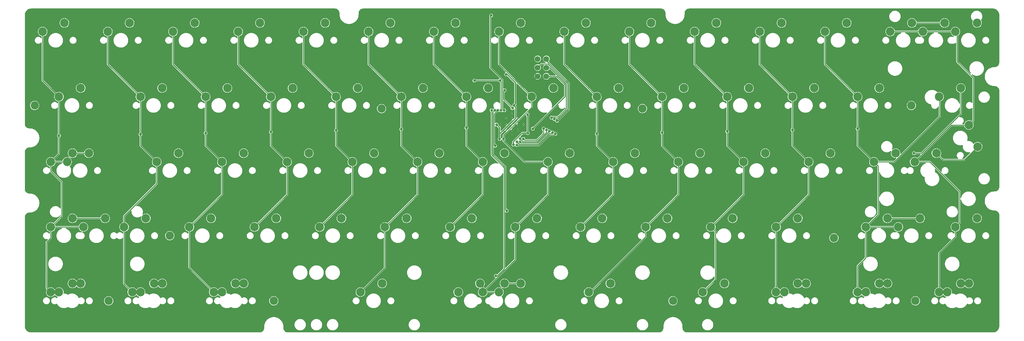
<source format=gbr>
%TF.GenerationSoftware,KiCad,Pcbnew,(5.99.0-12192-g74b8f14ec3)*%
%TF.CreationDate,2021-09-19T19:10:19+02:00*%
%TF.ProjectId,pcb-solder,7063622d-736f-46c6-9465-722e6b696361,1.0*%
%TF.SameCoordinates,Original*%
%TF.FileFunction,Copper,L1,Top*%
%TF.FilePolarity,Positive*%
%FSLAX46Y46*%
G04 Gerber Fmt 4.6, Leading zero omitted, Abs format (unit mm)*
G04 Created by KiCad (PCBNEW (5.99.0-12192-g74b8f14ec3)) date 2021-09-19 19:10:19*
%MOMM*%
%LPD*%
G01*
G04 APERTURE LIST*
%TA.AperFunction,ComponentPad*%
%ADD10C,2.500000*%
%TD*%
%TA.AperFunction,WasherPad*%
%ADD11C,2.400000*%
%TD*%
%TA.AperFunction,ComponentPad*%
%ADD12C,1.700000*%
%TD*%
%TA.AperFunction,ComponentPad*%
%ADD13C,0.500000*%
%TD*%
%TA.AperFunction,ViaPad*%
%ADD14C,0.800000*%
%TD*%
%TA.AperFunction,Conductor*%
%ADD15C,0.250000*%
%TD*%
%TA.AperFunction,Conductor*%
%ADD16C,0.350000*%
%TD*%
G04 APERTURE END LIST*
D10*
%TO.P,MX8,1,COL*%
%TO.N,C6*%
X193040000Y-98266250D03*
%TO.P,MX8,2,ROW*%
%TO.N,Net-(D4-Pad2)*%
X199390000Y-95726250D03*
%TD*%
%TO.P,MX23,1,COL*%
%TO.N,C6*%
X202565000Y-117316250D03*
%TO.P,MX23,2,ROW*%
%TO.N,Net-(D11-Pad2)*%
X208915000Y-114776250D03*
%TD*%
%TO.P,MX49,1,COL*%
%TO.N,C2*%
X121602500Y-155416250D03*
%TO.P,MX49,2,ROW*%
%TO.N,Net-(D23-Pad2)*%
X127952500Y-152876250D03*
%TD*%
%TO.P,MX40,1,COL*%
%TO.N,C9*%
X264477500Y-136366250D03*
%TO.P,MX40,2,ROW*%
%TO.N,Net-(D19-Pad1)*%
X270827500Y-133826250D03*
%TD*%
%TO.P,MX28,1,COL*%
%TO.N,C11*%
X297815000Y-117316250D03*
%TO.P,MX28,2,ROW*%
%TO.N,Net-(D13-Pad1)*%
X304165000Y-114776250D03*
%TD*%
%TO.P,MX18,1,COL*%
%TO.N,C1*%
X107315000Y-117316250D03*
%TO.P,MX18,2,ROW*%
%TO.N,Net-(D8-Pad1)*%
X113665000Y-114776250D03*
%TD*%
D11*
%TO.P,,*%
%TO.N,*%
X98032000Y-177004750D03*
%TD*%
%TO.P,,*%
%TO.N,*%
X115890000Y-157953750D03*
%TD*%
D10*
%TO.P,MX25,1,COL*%
%TO.N,C8*%
X240665000Y-117316250D03*
%TO.P,MX25,2,ROW*%
%TO.N,Net-(D12-Pad2)*%
X247015000Y-114776250D03*
%TD*%
%TO.P,MX74,1,COL*%
%TO.N,Net-(D31-Pad1)*%
X200183750Y-174466250D03*
%TO.P,MX74,2,ROW*%
%TO.N,C7*%
X206533750Y-171926250D03*
%TD*%
%TO.P,MX53,1,COL*%
%TO.N,C6*%
X197802500Y-155416250D03*
%TO.P,MX53,2,ROW*%
%TO.N,Net-(D25-Pad2)*%
X204152500Y-152876250D03*
%TD*%
%TO.P,MX37,1,COL*%
%TO.N,C6*%
X207327500Y-136366250D03*
%TO.P,MX37,2,ROW*%
%TO.N,Net-(D18-Pad2)*%
X213677500Y-133826250D03*
%TD*%
%TO.P,MX5,1,COL*%
%TO.N,C3*%
X135890000Y-98266250D03*
%TO.P,MX5,2,ROW*%
%TO.N,Net-(D2-Pad1)*%
X142240000Y-95726250D03*
%TD*%
D11*
%TO.P,,*%
%TO.N,*%
X309955000Y-158613750D03*
%TD*%
D10*
%TO.P,MX71,1,COL*%
%TO.N,C11*%
X295433750Y-174466250D03*
%TO.P,MX71,2,ROW*%
%TO.N,Net-(D33-Pad1)*%
X301783750Y-171926250D03*
%TD*%
%TO.P,MX16,1,COL*%
%TO.N,C13*%
X345440000Y-98266250D03*
%TO.P,MX16,2,ROW*%
%TO.N,Net-(D14-Pad1)*%
X351790000Y-95726250D03*
%TD*%
%TO.P,MX15,1,COL*%
%TO.N,C13*%
X326390000Y-98266250D03*
%TO.P,MX15,2,ROW*%
%TO.N,Net-(D7-Pad1)*%
X332740000Y-95726250D03*
%TD*%
%TO.P,MX4,1,COL*%
%TO.N,C2*%
X116840000Y-98266250D03*
%TO.P,MX4,2,ROW*%
%TO.N,Net-(D2-Pad2)*%
X123190000Y-95726250D03*
%TD*%
%TO.P,MX24,1,COL*%
%TO.N,C7*%
X221615000Y-117316250D03*
%TO.P,MX24,2,ROW*%
%TO.N,Net-(D11-Pad1)*%
X227965000Y-114776250D03*
%TD*%
%TO.P,MX60,1,COL*%
%TO.N,C13*%
X345440000Y-155416250D03*
%TO.P,MX60,2,ROW*%
%TO.N,Net-(D28-Pad1)*%
X351790000Y-152876250D03*
%TD*%
%TO.P,MX73,1,COL*%
%TO.N,C13*%
X340677500Y-174466250D03*
%TO.P,MX73,2,ROW*%
%TO.N,Net-(D34-Pad1)*%
X347027500Y-171926250D03*
%TD*%
%TO.P,MX14,1,COL*%
%TO.N,C12*%
X307340000Y-98266250D03*
%TO.P,MX14,2,ROW*%
%TO.N,Net-(D7-Pad2)*%
X313690000Y-95726250D03*
%TD*%
%TO.P,MX75,1,COL*%
%TO.N,C11*%
X293052500Y-174466250D03*
%TO.P,MX75,2,ROW*%
%TO.N,Net-(D33-Pad1)*%
X299402500Y-171926250D03*
%TD*%
%TO.P,MX10,1,COL*%
%TO.N,C8*%
X231140000Y-98266250D03*
%TO.P,MX10,2,ROW*%
%TO.N,Net-(D5-Pad2)*%
X237490000Y-95726250D03*
%TD*%
%TO.P,MX77,1,COL*%
%TO.N,C13*%
X343058750Y-174466250D03*
%TO.P,MX77,2,ROW*%
%TO.N,Net-(D34-Pad1)*%
X349408750Y-171926250D03*
%TD*%
%TO.P,MX54,1,COL*%
%TO.N,C7*%
X216852500Y-155416250D03*
%TO.P,MX54,2,ROW*%
%TO.N,Net-(D25-Pad1)*%
X223202500Y-152876250D03*
%TD*%
%TO.P,MX26,1,COL*%
%TO.N,C9*%
X259715000Y-117316250D03*
%TO.P,MX26,2,ROW*%
%TO.N,Net-(D12-Pad1)*%
X266065000Y-114776250D03*
%TD*%
%TO.P,MX59,1,COL*%
%TO.N,C12*%
X319246250Y-155416250D03*
%TO.P,MX59,2,ROW*%
%TO.N,Net-(D28-Pad2)*%
X325596250Y-152876250D03*
%TD*%
%TO.P,MX65,1,COL*%
%TO.N,C2*%
X131127500Y-174466250D03*
%TO.P,MX65,2,ROW*%
%TO.N,Net-(D30-Pad2)*%
X137477500Y-171926250D03*
%TD*%
%TO.P,MX32,1,COL*%
%TO.N,C1*%
X112077500Y-136366250D03*
%TO.P,MX32,2,ROW*%
%TO.N,Net-(D15-Pad1)*%
X118427500Y-133826250D03*
%TD*%
%TO.P,MX20,1,COL*%
%TO.N,C3*%
X145415000Y-117316250D03*
%TO.P,MX20,2,ROW*%
%TO.N,Net-(D9-Pad1)*%
X151765000Y-114776250D03*
%TD*%
%TO.P,MX79,1,COL*%
%TO.N,C1*%
X104933750Y-174466250D03*
%TO.P,MX79,2,ROW*%
%TO.N,Net-(D29-Pad1)*%
X111283750Y-171926250D03*
%TD*%
%TO.P,MX66,1,COL*%
%TO.N,C2*%
X128746250Y-174466250D03*
%TO.P,MX66,2,ROW*%
%TO.N,Net-(D30-Pad2)*%
X135096250Y-171926250D03*
%TD*%
%TO.P,MX68,1,COL*%
%TO.N,C7*%
X207327500Y-174466250D03*
%TO.P,MX68,2,ROW*%
%TO.N,Net-(D31-Pad1)*%
X213677500Y-171926250D03*
%TD*%
%TO.P,MX36,1,COL*%
%TO.N,C5*%
X188277500Y-136366250D03*
%TO.P,MX36,2,ROW*%
%TO.N,Net-(D17-Pad1)*%
X194627500Y-133826250D03*
%TD*%
%TO.P,MX12,1,COL*%
%TO.N,C10*%
X269240000Y-98266250D03*
%TO.P,MX12,2,ROW*%
%TO.N,Net-(D6-Pad2)*%
X275590000Y-95726250D03*
%TD*%
%TO.P,MX33,1,COL*%
%TO.N,C2*%
X131127500Y-136366250D03*
%TO.P,MX33,2,ROW*%
%TO.N,Net-(D16-Pad2)*%
X137477500Y-133826250D03*
%TD*%
%TO.P,MX57,1,COL*%
%TO.N,C10*%
X274002500Y-155416250D03*
%TO.P,MX57,2,ROW*%
%TO.N,Net-(D27-Pad2)*%
X280352500Y-152876250D03*
%TD*%
%TO.P,MX43,1,COL*%
%TO.N,C12*%
X321627500Y-136366250D03*
%TO.P,MX43,2,ROW*%
%TO.N,Net-(D21-Pad2)*%
X327977500Y-133826250D03*
%TD*%
%TO.P,MX46,1,COL*%
%TO.N,C0*%
X90646250Y-155416250D03*
%TO.P,MX46,2,ROW*%
%TO.N,Net-(D22-Pad2)*%
X96996250Y-152876250D03*
%TD*%
%TO.P,MX7,1,COL*%
%TO.N,C5*%
X173990000Y-98266250D03*
%TO.P,MX7,2,ROW*%
%TO.N,Net-(D3-Pad1)*%
X180340000Y-95726250D03*
%TD*%
%TO.P,MX27,1,COL*%
%TO.N,C10*%
X278765000Y-117316250D03*
%TO.P,MX27,2,ROW*%
%TO.N,Net-(D13-Pad2)*%
X285115000Y-114776250D03*
%TD*%
%TO.P,MX1,1,COL*%
%TO.N,C13*%
X335915000Y-98266250D03*
%TO.P,MX1,2,ROW*%
%TO.N,Net-(D7-Pad1)*%
X342265000Y-95726250D03*
%TD*%
%TO.P,MX62,1,COL*%
%TO.N,C0*%
X83502500Y-174466250D03*
%TO.P,MX62,2,ROW*%
%TO.N,Net-(D29-Pad2)*%
X89852500Y-171926250D03*
%TD*%
%TO.P,MX47,1,COL*%
%TO.N,C0*%
X81121250Y-155416250D03*
%TO.P,MX47,2,ROW*%
%TO.N,Net-(D22-Pad2)*%
X87471250Y-152876250D03*
%TD*%
%TO.P,MX48,1,COL*%
%TO.N,C1*%
X102552500Y-155416250D03*
%TO.P,MX48,2,ROW*%
%TO.N,Net-(D22-Pad1)*%
X108902500Y-152876250D03*
%TD*%
%TO.P,MX41,1,COL*%
%TO.N,C10*%
X283527500Y-136366250D03*
%TO.P,MX41,2,ROW*%
%TO.N,Net-(D20-Pad2)*%
X289877500Y-133826250D03*
%TD*%
%TO.P,MX70,1,COL*%
%TO.N,C10*%
X271621250Y-174466250D03*
%TO.P,MX70,2,ROW*%
%TO.N,Net-(D33-Pad2)*%
X277971250Y-171926250D03*
%TD*%
%TO.P,MX38,1,COL*%
%TO.N,C7*%
X226377500Y-136366250D03*
%TO.P,MX38,2,ROW*%
%TO.N,Net-(D18-Pad1)*%
X232727500Y-133826250D03*
%TD*%
%TO.P,MX17,1,COL*%
%TO.N,C0*%
X83502500Y-117316250D03*
%TO.P,MX17,2,ROW*%
%TO.N,Net-(D8-Pad2)*%
X89852500Y-114776250D03*
%TD*%
%TO.P,MX63,1,COL*%
%TO.N,C0*%
X81121250Y-174466250D03*
%TO.P,MX63,2,ROW*%
%TO.N,Net-(D29-Pad2)*%
X87471250Y-171926250D03*
%TD*%
%TO.P,MX6,1,COL*%
%TO.N,C4*%
X154940000Y-98266250D03*
%TO.P,MX6,2,ROW*%
%TO.N,Net-(D3-Pad2)*%
X161290000Y-95726250D03*
%TD*%
%TO.P,MX64,1,COL*%
%TO.N,C1*%
X107315000Y-174466250D03*
%TO.P,MX64,2,ROW*%
%TO.N,Net-(D29-Pad1)*%
X113665000Y-171926250D03*
%TD*%
%TO.P,MX50,1,COL*%
%TO.N,C3*%
X140652500Y-155416250D03*
%TO.P,MX50,2,ROW*%
%TO.N,Net-(D23-Pad1)*%
X147002500Y-152876250D03*
%TD*%
D11*
%TO.P,,*%
%TO.N,*%
X146275000Y-177000750D03*
%TD*%
D10*
%TO.P,MX9,1,COL*%
%TO.N,C7*%
X212090000Y-98266250D03*
%TO.P,MX9,2,ROW*%
%TO.N,Net-(D4-Pad1)*%
X218440000Y-95726250D03*
%TD*%
D11*
%TO.P,,*%
%TO.N,*%
X76400000Y-119854750D03*
%TD*%
D10*
%TO.P,MX42,1,COL*%
%TO.N,C11*%
X302577500Y-136366250D03*
%TO.P,MX42,2,ROW*%
%TO.N,Net-(D20-Pad1)*%
X308927500Y-133826250D03*
%TD*%
%TO.P,MX39,1,COL*%
%TO.N,C8*%
X245427500Y-136366250D03*
%TO.P,MX39,2,ROW*%
%TO.N,Net-(D19-Pad2)*%
X251777500Y-133826250D03*
%TD*%
%TO.P,MX52,1,COL*%
%TO.N,C5*%
X178752500Y-155416250D03*
%TO.P,MX52,2,ROW*%
%TO.N,Net-(D24-Pad1)*%
X185102500Y-152876250D03*
%TD*%
%TO.P,MX51,1,COL*%
%TO.N,C4*%
X159702500Y-155416250D03*
%TO.P,MX51,2,ROW*%
%TO.N,Net-(D24-Pad2)*%
X166052500Y-152876250D03*
%TD*%
%TO.P,MX30,1,COL*%
%TO.N,C12*%
X340677500Y-117316250D03*
%TO.P,MX30,2,ROW*%
%TO.N,Net-(D21-Pad2)*%
X347027500Y-114776250D03*
%TD*%
%TO.P,MX76,1,COL*%
%TO.N,C12*%
X319246250Y-174466250D03*
%TO.P,MX76,2,ROW*%
%TO.N,Net-(D34-Pad2)*%
X325596250Y-171926250D03*
%TD*%
D11*
%TO.P,,*%
%TO.N,*%
X262919000Y-176999750D03*
%TD*%
D10*
%TO.P,MX58,1,COL*%
%TO.N,C11*%
X293052500Y-155416250D03*
%TO.P,MX58,2,ROW*%
%TO.N,Net-(D27-Pad1)*%
X299402500Y-152876250D03*
%TD*%
%TO.P,MX2,1,COL*%
%TO.N,C0*%
X78740000Y-98266250D03*
%TO.P,MX2,2,ROW*%
%TO.N,Net-(D1-Pad2)*%
X85090000Y-95726250D03*
%TD*%
%TO.P,MX35,1,COL*%
%TO.N,C4*%
X169227500Y-136366250D03*
%TO.P,MX35,2,ROW*%
%TO.N,Net-(D17-Pad2)*%
X175577500Y-133826250D03*
%TD*%
%TO.P,MX3,1,COL*%
%TO.N,C1*%
X97790000Y-98266250D03*
%TO.P,MX3,2,ROW*%
%TO.N,Net-(D1-Pad1)*%
X104140000Y-95726250D03*
%TD*%
%TO.P,MX67,1,COL*%
%TO.N,C5*%
X171608750Y-174466250D03*
%TO.P,MX67,2,ROW*%
%TO.N,Net-(D31-Pad2)*%
X177958750Y-171926250D03*
%TD*%
%TO.P,MX45,1,COL*%
%TO.N,C13*%
X349408750Y-125571250D03*
%TO.P,MX45,2,ROW*%
%TO.N,Net-(D21-Pad1)*%
X351948750Y-131921250D03*
%TD*%
%TO.P,MX61,1,COL*%
%TO.N,C12*%
X328771250Y-155416250D03*
%TO.P,MX61,2,ROW*%
%TO.N,Net-(D28-Pad2)*%
X335121250Y-152876250D03*
%TD*%
%TO.P,MX34,1,COL*%
%TO.N,C3*%
X150177500Y-136366250D03*
%TO.P,MX34,2,ROW*%
%TO.N,Net-(D16-Pad1)*%
X156527500Y-133826250D03*
%TD*%
D11*
%TO.P,,*%
%TO.N,*%
X177772000Y-120787750D03*
%TD*%
D10*
%TO.P,MX56,1,COL*%
%TO.N,C9*%
X254952500Y-155416250D03*
%TO.P,MX56,2,ROW*%
%TO.N,Net-(D26-Pad1)*%
X261302500Y-152876250D03*
%TD*%
%TO.P,MX19,1,COL*%
%TO.N,C2*%
X126365000Y-117316250D03*
%TO.P,MX19,2,ROW*%
%TO.N,Net-(D9-Pad2)*%
X132715000Y-114776250D03*
%TD*%
%TO.P,MX78,1,COL*%
%TO.N,C7*%
X212090000Y-174466250D03*
%TO.P,MX78,2,ROW*%
%TO.N,Net-(D31-Pad1)*%
X218440000Y-171926250D03*
%TD*%
%TO.P,MX80,1,COL*%
%TO.N,C0*%
X81121250Y-136366250D03*
%TO.P,MX80,2,ROW*%
%TO.N,Net-(D15-Pad2)*%
X87471250Y-133826250D03*
%TD*%
%TO.P,MX29,1,COL*%
%TO.N,C12*%
X316865000Y-117316250D03*
%TO.P,MX29,2,ROW*%
%TO.N,Net-(D14-Pad2)*%
X323215000Y-114776250D03*
%TD*%
%TO.P,MX55,1,COL*%
%TO.N,C8*%
X235902500Y-155416250D03*
%TO.P,MX55,2,ROW*%
%TO.N,Net-(D26-Pad2)*%
X242252500Y-152876250D03*
%TD*%
%TO.P,MX11,1,COL*%
%TO.N,C9*%
X250190000Y-98266250D03*
%TO.P,MX11,2,ROW*%
%TO.N,Net-(D5-Pad1)*%
X256540000Y-95726250D03*
%TD*%
%TO.P,MX69,1,COL*%
%TO.N,C9*%
X238283750Y-174466250D03*
%TO.P,MX69,2,ROW*%
%TO.N,Net-(D32-Pad1)*%
X244633750Y-171926250D03*
%TD*%
D11*
%TO.P,,*%
%TO.N,*%
X333770000Y-177000750D03*
%TD*%
%TO.P,,*%
%TO.N,*%
X254007000Y-120771750D03*
%TD*%
D10*
%TO.P,MX72,1,COL*%
%TO.N,C12*%
X316865000Y-174466250D03*
%TO.P,MX72,2,ROW*%
%TO.N,Net-(D34-Pad2)*%
X323215000Y-171926250D03*
%TD*%
%TO.P,MX22,1,COL*%
%TO.N,C5*%
X183515000Y-117316250D03*
%TO.P,MX22,2,ROW*%
%TO.N,Net-(D10-Pad1)*%
X189865000Y-114776250D03*
%TD*%
%TO.P,MX21,1,COL*%
%TO.N,C4*%
X164465000Y-117316250D03*
%TO.P,MX21,2,ROW*%
%TO.N,Net-(D10-Pad2)*%
X170815000Y-114776250D03*
%TD*%
%TO.P,MX44,1,COL*%
%TO.N,C13*%
X333533750Y-136366250D03*
%TO.P,MX44,2,ROW*%
%TO.N,Net-(D21-Pad1)*%
X339883750Y-133826250D03*
%TD*%
D11*
%TO.P,,*%
%TO.N,*%
X332580000Y-119849750D03*
%TD*%
D10*
%TO.P,MX13,1,COL*%
%TO.N,C11*%
X288290000Y-98266250D03*
%TO.P,MX13,2,ROW*%
%TO.N,Net-(D6-Pad1)*%
X294640000Y-95726250D03*
%TD*%
%TO.P,MX31,1,COL*%
%TO.N,C0*%
X85883750Y-136366250D03*
%TO.P,MX31,2,ROW*%
%TO.N,Net-(D15-Pad2)*%
X92233750Y-133826250D03*
%TD*%
D12*
%TO.P,J1,1,MISO*%
%TO.N,/MISO*%
X225915000Y-106258750D03*
%TO.P,J1,2,VCC*%
%TO.N,VCC*%
X223375000Y-106258750D03*
%TO.P,J1,3,SCK*%
%TO.N,/SCK*%
X225915000Y-108798750D03*
%TO.P,J1,4,MOSI*%
%TO.N,/MOSI*%
X223375000Y-108798750D03*
%TO.P,J1,5,~{RST}*%
%TO.N,RST*%
X225915000Y-111338750D03*
%TO.P,J1,6,GND*%
%TO.N,GND*%
X223375000Y-111338750D03*
%TD*%
D13*
%TO.P,U1,45,EP*%
%TO.N,GND*%
X214238299Y-127074201D03*
X219223402Y-125412500D03*
X215900000Y-125412500D03*
X215900000Y-123750799D03*
X217561701Y-127074201D03*
X212576598Y-125412500D03*
X215900000Y-127074201D03*
X214238299Y-123750799D03*
X215900000Y-128735902D03*
X217561701Y-123750799D03*
X217561701Y-125412500D03*
X215900000Y-122089098D03*
X214238299Y-125412500D03*
%TD*%
D14*
%TO.N,GND*%
X211130000Y-105582000D03*
X196572000Y-120407000D03*
X89599000Y-135487000D03*
X207373000Y-181872000D03*
X239581508Y-143139665D03*
X219296000Y-142030000D03*
X347360000Y-138684000D03*
X226729000Y-92564000D03*
%TO.N,Net-(D21-Pad2)*%
X333319000Y-133823000D03*
%TO.N,C0*%
X83504000Y-128706000D03*
%TO.N,C1*%
X107315000Y-128313636D03*
%TO.N,C2*%
X126365000Y-127936116D03*
%TO.N,C3*%
X145415000Y-127556000D03*
%TO.N,C4*%
X164465000Y-127150000D03*
%TO.N,C5*%
X183515000Y-126792000D03*
%TO.N,C6*%
X202565000Y-126401000D03*
%TO.N,C7*%
X213430000Y-129667000D03*
%TO.N,C8*%
X240671000Y-128167282D03*
X217290299Y-131422181D03*
X228587339Y-128167282D03*
%TO.N,C9*%
X259724000Y-127789762D03*
X217291061Y-130494679D03*
X227730439Y-127789762D03*
%TO.N,C10*%
X226803900Y-127412242D03*
X278768000Y-127412242D03*
X218233807Y-130514650D03*
%TO.N,C11*%
X297829000Y-127034722D03*
X225947000Y-127034722D03*
X218223871Y-129581938D03*
%TO.N,C12*%
X219194854Y-129630146D03*
X225099807Y-126657202D03*
X316859000Y-126657202D03*
%TO.N,VCC*%
X212270000Y-129677000D03*
X220435467Y-122510467D03*
X220510000Y-127961000D03*
X214140987Y-110765013D03*
X216296981Y-131351639D03*
X216492000Y-119837000D03*
X211379595Y-125474596D03*
%TO.N,R0*%
X209805250Y-93518750D03*
X213632000Y-121294000D03*
%TO.N,R1*%
X212387000Y-112538000D03*
X204924000Y-112572000D03*
X212704497Y-121294000D03*
%TO.N,R2*%
X211777209Y-121274022D03*
X210952799Y-131643000D03*
%TO.N,R3*%
X210849995Y-121250877D03*
X214335000Y-150646000D03*
%TO.N,R4*%
X209922779Y-121273935D03*
X211175987Y-169694987D03*
%TO.N,/MISO*%
X229033617Y-124347423D03*
%TO.N,/SCK*%
X227418143Y-123442500D03*
%TO.N,/MOSI*%
X228253097Y-123846374D03*
%TO.N,RST*%
X221966000Y-126660000D03*
%TO.N,Net-(PE6-Pad1)*%
X216014000Y-120633000D03*
X213734517Y-115428750D03*
%TD*%
D15*
%TO.N,Net-(D7-Pad1)*%
X332740000Y-95726250D02*
X342265000Y-95726250D01*
%TO.N,Net-(D15-Pad2)*%
X87471250Y-133826250D02*
X92233750Y-133826250D01*
%TO.N,Net-(D21-Pad1)*%
X339883750Y-133826250D02*
X341788750Y-135731250D01*
X341788750Y-135731250D02*
X348138750Y-135731250D01*
X348138750Y-135731250D02*
X351948750Y-131921250D01*
%TO.N,Net-(D21-Pad2)*%
X335530000Y-133823000D02*
X347027500Y-122325500D01*
X333319000Y-133823000D02*
X335530000Y-133823000D01*
X347027500Y-122325500D02*
X347027500Y-114776250D01*
%TO.N,Net-(D22-Pad2)*%
X87471250Y-152876250D02*
X96996250Y-152876250D01*
%TO.N,Net-(D28-Pad2)*%
X325596250Y-152876250D02*
X335121250Y-152876250D01*
%TO.N,Net-(D29-Pad1)*%
X111283750Y-171926250D02*
X113665000Y-171926250D01*
%TO.N,Net-(D29-Pad2)*%
X87471250Y-171926250D02*
X89852500Y-171926250D01*
%TO.N,Net-(D30-Pad2)*%
X135096250Y-171926250D02*
X137477500Y-171926250D01*
%TO.N,Net-(D33-Pad1)*%
X299402500Y-171926250D02*
X301783750Y-171926250D01*
%TO.N,Net-(D34-Pad1)*%
X347027500Y-171926250D02*
X349408750Y-171926250D01*
%TO.N,Net-(D34-Pad2)*%
X323215000Y-171926250D02*
X325596250Y-171926250D01*
%TO.N,C13*%
X345440000Y-98266250D02*
X326390000Y-98266250D01*
X350695021Y-111776271D02*
X345932521Y-107013771D01*
X346689999Y-154166251D02*
X346689999Y-145066952D01*
X344328750Y-125571250D02*
X349408750Y-125571250D01*
X340677500Y-163043307D02*
X345440000Y-158280807D01*
X333533750Y-136366250D02*
X344328750Y-125571250D01*
X346689999Y-145066952D02*
X337989297Y-136366250D01*
X345932521Y-107013771D02*
X345932521Y-98758771D01*
X349408750Y-125571250D02*
X350695021Y-124284979D01*
X340677500Y-174466250D02*
X343058750Y-174466250D01*
X350695021Y-124284979D02*
X350695021Y-111776271D01*
X345440000Y-158280807D02*
X345440000Y-155416250D01*
X345440000Y-155416250D02*
X346689999Y-154166251D01*
X345932521Y-98758771D02*
X345440000Y-98266250D01*
X340677500Y-174466250D02*
X340677500Y-163043307D01*
X337989297Y-136366250D02*
X333533750Y-136366250D01*
%TO.N,C0*%
X81121250Y-136366250D02*
X85883750Y-136366250D01*
X83502500Y-128704500D02*
X83502500Y-117316250D01*
X83502500Y-128707500D02*
X83502500Y-133985000D01*
X78740000Y-98266250D02*
X78740000Y-112553750D01*
X79871251Y-173216251D02*
X79871251Y-159841249D01*
X83504000Y-128706000D02*
X83502500Y-128704500D01*
X78740000Y-112553750D02*
X83502500Y-117316250D01*
X81121250Y-155416250D02*
X84294771Y-152242729D01*
X81121250Y-139065000D02*
X81121250Y-136366250D01*
X81121250Y-158591250D02*
X81121250Y-155416250D01*
X81121250Y-174466250D02*
X79871251Y-173216251D01*
X83502500Y-133985000D02*
X81121250Y-136366250D01*
X84294771Y-142238521D02*
X81121250Y-139065000D01*
X83504000Y-128706000D02*
X83502500Y-128707500D01*
X79871251Y-159841249D02*
X81121250Y-158591250D01*
X81121250Y-174466250D02*
X83502500Y-174466250D01*
X81121250Y-155416250D02*
X90646250Y-155416250D01*
X84294771Y-152242729D02*
X84294771Y-142238521D01*
%TO.N,C1*%
X97790000Y-98266250D02*
X97790000Y-107791250D01*
X104933750Y-174466250D02*
X107315000Y-174466250D01*
X107315000Y-117316250D02*
X107315000Y-131603750D01*
X107315000Y-131603750D02*
X112077500Y-136366250D01*
X102552500Y-155416250D02*
X102552500Y-152241250D01*
X102552500Y-172085000D02*
X104933750Y-174466250D01*
X112077500Y-142716250D02*
X112077500Y-136366250D01*
X102552500Y-152241250D02*
X112077500Y-142716250D01*
X102552500Y-155416250D02*
X102552500Y-172085000D01*
X97790000Y-107791250D02*
X107315000Y-117316250D01*
%TO.N,C2*%
X126365000Y-131603750D02*
X131127500Y-136366250D01*
X116840000Y-107791250D02*
X126365000Y-117316250D01*
X128746250Y-174466250D02*
X131127500Y-174466250D01*
X121602500Y-167322500D02*
X128746250Y-174466250D01*
X126365000Y-117316250D02*
X126365000Y-131603750D01*
X131127500Y-136366250D02*
X131127500Y-145891250D01*
X131127500Y-145891250D02*
X121602500Y-155416250D01*
X116840000Y-98266250D02*
X116840000Y-107791250D01*
X121602500Y-155416250D02*
X121602500Y-167322500D01*
%TO.N,C3*%
X150177500Y-136366250D02*
X150177500Y-145891250D01*
X145415000Y-131603750D02*
X150177500Y-136366250D01*
X150177500Y-145891250D02*
X140652500Y-155416250D01*
X145415000Y-127556000D02*
X145415000Y-131603750D01*
X135890000Y-107791250D02*
X145415000Y-117316250D01*
X145415000Y-117316250D02*
X145415000Y-127556000D01*
X135890000Y-98266250D02*
X135890000Y-107791250D01*
%TO.N,C4*%
X169227500Y-145891250D02*
X159702500Y-155416250D01*
X154940000Y-107791250D02*
X164465000Y-117316250D01*
X164465000Y-117316250D02*
X164465000Y-127150000D01*
X164465000Y-131603750D02*
X169227500Y-136366250D01*
X164465000Y-127150000D02*
X164465000Y-131603750D01*
X154940000Y-98266250D02*
X154940000Y-107791250D01*
X169227500Y-136366250D02*
X169227500Y-145891250D01*
%TO.N,C5*%
X183515000Y-117316250D02*
X183515000Y-126792000D01*
X173990000Y-107791250D02*
X183515000Y-117316250D01*
X173990000Y-98266250D02*
X173990000Y-107791250D01*
X178752500Y-155416250D02*
X178752500Y-167322500D01*
X188277500Y-136366250D02*
X188277500Y-145891250D01*
X183515000Y-131603750D02*
X188277500Y-136366250D01*
X188277500Y-145891250D02*
X178752500Y-155416250D01*
X183515000Y-126792000D02*
X183515000Y-131603750D01*
X178752500Y-167322500D02*
X171608750Y-174466250D01*
%TO.N,C6*%
X207327500Y-136366250D02*
X207327500Y-145891250D01*
X202565000Y-126401000D02*
X202565000Y-131603750D01*
X193040000Y-98266250D02*
X193040000Y-107791250D01*
X202565000Y-117316250D02*
X202565000Y-126401000D01*
X202565000Y-131603750D02*
X207327500Y-136366250D01*
X193040000Y-107791250D02*
X202565000Y-117316250D01*
X207327500Y-145891250D02*
X197802500Y-155416250D01*
%TO.N,C7*%
X207327500Y-172720000D02*
X206533750Y-171926250D01*
X212090000Y-174466250D02*
X207327500Y-174466250D01*
X213430000Y-128593159D02*
X221615000Y-120408159D01*
X207327500Y-174466250D02*
X207327500Y-172720000D01*
X216852500Y-164941250D02*
X207327500Y-174466250D01*
X219559364Y-136378000D02*
X226365750Y-136378000D01*
X216852500Y-155416250D02*
X216852500Y-164941250D01*
X213430000Y-130248636D02*
X219559364Y-136378000D01*
X213430000Y-129667000D02*
X213430000Y-130248636D01*
X226365750Y-136378000D02*
X226377500Y-136366250D01*
X221615000Y-120408159D02*
X221615000Y-117316250D01*
X212090000Y-107791250D02*
X221615000Y-117316250D01*
X226377500Y-136366250D02*
X226377500Y-145891250D01*
X212090000Y-98266250D02*
X212090000Y-107791250D01*
X226377500Y-145891250D02*
X216852500Y-155416250D01*
X213430000Y-129667000D02*
X213430000Y-128593159D01*
%TO.N,C8*%
X231140000Y-107791250D02*
X240665000Y-117316250D01*
X240665000Y-128161282D02*
X240671000Y-128167282D01*
X223739250Y-131544680D02*
X226841657Y-128442273D01*
X240671000Y-128167282D02*
X240671000Y-130959250D01*
X240665000Y-117316250D02*
X240665000Y-128161282D01*
X217290299Y-131422181D02*
X217412798Y-131544680D01*
X231140000Y-98266250D02*
X231140000Y-107791250D01*
X245427500Y-145891250D02*
X235902500Y-155416250D01*
X240664000Y-131602750D02*
X245427500Y-136366250D01*
X217412798Y-131544680D02*
X223739250Y-131544680D01*
X245427500Y-136366250D02*
X245427500Y-145891250D01*
X240671000Y-130959250D02*
X240664000Y-130966250D01*
X228312348Y-128442273D02*
X228587339Y-128167282D01*
X240664000Y-130966250D02*
X240664000Y-131602750D01*
X226841657Y-128442273D02*
X228312348Y-128442273D01*
%TO.N,C9*%
X264477500Y-136366250D02*
X264477500Y-145891250D01*
X226685283Y-128064753D02*
X227455448Y-128064753D01*
X250190000Y-98266250D02*
X250190000Y-107791250D01*
X250190000Y-107791250D02*
X259715000Y-117316250D01*
X254952500Y-158280807D02*
X238767057Y-174466250D01*
X238767057Y-174466250D02*
X238283750Y-174466250D01*
X259715000Y-117316250D02*
X259715000Y-127780762D01*
X259715000Y-131603750D02*
X264477500Y-136366250D01*
X254952500Y-155416250D02*
X254952500Y-158280807D01*
X264477500Y-145891250D02*
X254952500Y-155416250D01*
X217963542Y-131167160D02*
X223582876Y-131167160D01*
X259715000Y-127780762D02*
X259724000Y-127789762D01*
X223582876Y-131167160D02*
X226685283Y-128064753D01*
X217291061Y-130494679D02*
X217963542Y-131167160D01*
X259715000Y-127798762D02*
X259715000Y-131603750D01*
X259724000Y-127789762D02*
X259715000Y-127798762D01*
X227455448Y-128064753D02*
X227730439Y-127789762D01*
%TO.N,C10*%
X278768000Y-127412242D02*
X278765000Y-127415242D01*
X223426502Y-130789640D02*
X226803900Y-127412242D01*
X275296421Y-156710171D02*
X275296421Y-170791079D01*
X278765000Y-131603750D02*
X283527500Y-136366250D01*
X278765000Y-127415242D02*
X278765000Y-131603750D01*
X274002500Y-155416250D02*
X275296421Y-156710171D01*
X283527500Y-145891250D02*
X274002500Y-155416250D01*
X269240000Y-107791250D02*
X278765000Y-117316250D01*
X278765000Y-117316250D02*
X278765000Y-127409242D01*
X218233807Y-130514650D02*
X218508797Y-130789640D01*
X275296421Y-170791079D02*
X271621250Y-174466250D01*
X269240000Y-98266250D02*
X269240000Y-107791250D01*
X218508797Y-130789640D02*
X223426502Y-130789640D01*
X283527500Y-136366250D02*
X283527500Y-145891250D01*
X278765000Y-127409242D02*
X278768000Y-127412242D01*
%TO.N,C11*%
X219054053Y-130412120D02*
X218223871Y-129581938D01*
X302577500Y-145891250D02*
X293052500Y-155416250D01*
X225947000Y-127735248D02*
X223270128Y-130412120D01*
X223270128Y-130412120D02*
X219054053Y-130412120D01*
X297829000Y-127034722D02*
X297815000Y-127048722D01*
X297815000Y-131603750D02*
X302577500Y-136366250D01*
X297815000Y-127048722D02*
X297815000Y-131603750D01*
X297815000Y-127020722D02*
X297829000Y-127034722D01*
X293052500Y-155416250D02*
X293052500Y-174466250D01*
X293052500Y-174466250D02*
X295433750Y-174466250D01*
X225947000Y-127034722D02*
X225947000Y-127735248D01*
X297815000Y-117316250D02*
X297815000Y-127020722D01*
X302577500Y-136366250D02*
X302577500Y-145891250D01*
X288290000Y-98266250D02*
X288290000Y-107791250D01*
X288290000Y-107791250D02*
X297815000Y-117316250D01*
%TO.N,C12*%
X321627500Y-136366250D02*
X327562373Y-136366250D01*
X307340000Y-107791250D02*
X316865000Y-117316250D01*
X307340000Y-98266250D02*
X307340000Y-107791250D01*
X340860171Y-123068452D02*
X340860171Y-117316250D01*
X225099807Y-128048547D02*
X223113754Y-130034600D01*
X322877499Y-137616249D02*
X322877499Y-151785001D01*
X223113754Y-130034600D02*
X219599308Y-130034600D01*
X322877499Y-151785001D02*
X319246250Y-155416250D01*
X316865000Y-117316250D02*
X316865000Y-126651202D01*
X316865000Y-174466250D02*
X319246250Y-174466250D01*
X316865000Y-166812580D02*
X316865000Y-174466250D01*
X327562373Y-136366250D02*
X340860171Y-123068452D01*
X225099807Y-126657202D02*
X225099807Y-128048547D01*
X319246250Y-164431330D02*
X316865000Y-166812580D01*
X316865000Y-126663202D02*
X316865000Y-131603750D01*
X316865000Y-126651202D02*
X316859000Y-126657202D01*
X219599308Y-130034600D02*
X219194854Y-129630146D01*
X319246250Y-155416250D02*
X328771250Y-155416250D01*
X316865000Y-131603750D02*
X321627500Y-136366250D01*
X321627500Y-136366250D02*
X322877499Y-137616249D01*
X316859000Y-126657202D02*
X316865000Y-126663202D01*
X319246250Y-155416250D02*
X319246250Y-164431330D01*
D16*
%TO.N,VCC*%
X212270000Y-126365001D02*
X212270000Y-129677000D01*
X216945000Y-120314000D02*
X216945000Y-123586130D01*
X220435467Y-122510467D02*
X220510000Y-122585000D01*
X212270000Y-128261130D02*
X212270000Y-129677000D01*
X216892000Y-119437000D02*
X216892000Y-113197854D01*
X216296981Y-130495257D02*
X218831238Y-127961000D01*
X216492000Y-119837000D02*
X216492000Y-119861000D01*
X216945000Y-123586130D02*
X212270000Y-128261130D01*
X218831238Y-127961000D02*
X220510000Y-127961000D01*
X214459159Y-110765013D02*
X214140987Y-110765013D01*
X216492000Y-119861000D02*
X216945000Y-120314000D01*
X216892000Y-113197854D02*
X214459159Y-110765013D01*
X211379595Y-125474596D02*
X212270000Y-126365001D01*
X216296981Y-131351639D02*
X216296981Y-130495257D01*
X216492000Y-119837000D02*
X216892000Y-119437000D01*
X220510000Y-122585000D02*
X220510000Y-127961000D01*
D15*
%TO.N,R0*%
X209552000Y-108780209D02*
X209552000Y-93772000D01*
X213082017Y-112310226D02*
X209552000Y-108780209D01*
X213632000Y-121294000D02*
X213082017Y-120744017D01*
X213082017Y-120744017D02*
X213082017Y-112310226D01*
X209552000Y-93772000D02*
X209805250Y-93518750D01*
%TO.N,R1*%
X212387000Y-112538000D02*
X212704497Y-112855497D01*
X212353000Y-112572000D02*
X204924000Y-112572000D01*
X212704497Y-112855497D02*
X212704497Y-121294000D01*
X212387000Y-112538000D02*
X212353000Y-112572000D01*
%TO.N,R2*%
X210952799Y-131643000D02*
X210677819Y-131368020D01*
X210677819Y-131368020D02*
X210677819Y-122373412D01*
X210677819Y-122373412D02*
X211777209Y-121274022D01*
%TO.N,R3*%
X210300299Y-134184405D02*
X210300299Y-121819206D01*
X213970520Y-150281520D02*
X213970519Y-137854625D01*
X210300299Y-121819206D02*
X210849995Y-121269510D01*
X214335000Y-150646000D02*
X213970520Y-150281520D01*
X213970519Y-137854625D02*
X210300299Y-134184405D01*
X210849995Y-121269510D02*
X210849995Y-121250877D01*
%TO.N,R4*%
X211175987Y-169694987D02*
X211564869Y-169694987D01*
X213593000Y-138011000D02*
X209922779Y-134340779D01*
X209922779Y-134340779D02*
X209922779Y-121273935D01*
X211564869Y-169694987D02*
X213593000Y-167666856D01*
X213593000Y-167666856D02*
X213593000Y-138011000D01*
%TO.N,Net-(D31-Pad1)*%
X213677500Y-171926250D02*
X218440000Y-171926250D01*
%TO.N,/MISO*%
X229033617Y-124347423D02*
X229233577Y-124347423D01*
X232478039Y-113268709D02*
X225915000Y-106705670D01*
X225915000Y-106705670D02*
X225915000Y-106258750D01*
X232478040Y-121102958D02*
X232478039Y-113268709D01*
X229233577Y-124347423D02*
X232478040Y-121102958D01*
%TO.N,/SCK*%
X231723000Y-113581457D02*
X226940293Y-108798750D01*
X231723000Y-120790212D02*
X231723000Y-113581457D01*
X229319349Y-123193863D02*
X231723000Y-120790212D01*
X227418143Y-123442500D02*
X227666780Y-123193863D01*
X227666780Y-123193863D02*
X229319349Y-123193863D01*
X226940293Y-108798750D02*
X225915000Y-108798750D01*
%TO.N,/MOSI*%
X226371676Y-107696239D02*
X224477511Y-107696239D01*
X232100520Y-120946585D02*
X232100520Y-113425084D01*
X229352194Y-123694912D02*
X232100520Y-120946585D01*
X228253097Y-123846374D02*
X228404559Y-123694912D01*
X232100520Y-113425084D02*
X226371676Y-107696239D01*
X228404559Y-123694912D02*
X229352194Y-123694912D01*
X224477511Y-107696239D02*
X223375000Y-108798750D01*
%TO.N,RST*%
X231345480Y-117250520D02*
X231345480Y-113737831D01*
X228946399Y-111338750D02*
X225915000Y-111338750D01*
X221966000Y-126630000D02*
X231345480Y-117250520D01*
X221966000Y-126660000D02*
X221966000Y-126630000D01*
X231345480Y-113737831D02*
X228946399Y-111338750D01*
%TO.N,Net-(PE6-Pad1)*%
X213734517Y-115428750D02*
X213459537Y-115703730D01*
X213459537Y-118078537D02*
X216014000Y-120633000D01*
X213459537Y-115703730D02*
X213459537Y-118078537D01*
%TD*%
%TA.AperFunction,Conductor*%
%TO.N,GND*%
G36*
X164096246Y-91516972D02*
G01*
X164111977Y-91516972D01*
X164128000Y-91521265D01*
X164137303Y-91518772D01*
X164140863Y-91519817D01*
X164141024Y-91517775D01*
X164332743Y-91532863D01*
X164352271Y-91535956D01*
X164447301Y-91558770D01*
X164542332Y-91581585D01*
X164561126Y-91587691D01*
X164741717Y-91662494D01*
X164759332Y-91671470D01*
X164925985Y-91773594D01*
X164941981Y-91785216D01*
X165090611Y-91912158D01*
X165104592Y-91926139D01*
X165231534Y-92074769D01*
X165243156Y-92090765D01*
X165345280Y-92257418D01*
X165354255Y-92275031D01*
X165429059Y-92455624D01*
X165435165Y-92474418D01*
X165457980Y-92569450D01*
X165480794Y-92664479D01*
X165483887Y-92684007D01*
X165498975Y-92875726D01*
X165497258Y-92875861D01*
X165498085Y-92879049D01*
X165495485Y-92888750D01*
X165499778Y-92904773D01*
X165499778Y-92920504D01*
X165500000Y-92922191D01*
X165500000Y-93205309D01*
X165499954Y-93205656D01*
X165500000Y-93206197D01*
X165500000Y-93221900D01*
X165497817Y-93221900D01*
X165496379Y-93232823D01*
X165496597Y-93234602D01*
X165495485Y-93238750D01*
X165495292Y-93238750D01*
X165496187Y-93254122D01*
X165496187Y-93254124D01*
X165511600Y-93518750D01*
X165514108Y-93561803D01*
X165514744Y-93565408D01*
X165514744Y-93565411D01*
X165533595Y-93672323D01*
X165570300Y-93880487D01*
X165571349Y-93883991D01*
X165571350Y-93883995D01*
X165662059Y-94186982D01*
X165663110Y-94190492D01*
X165791281Y-94487627D01*
X165953081Y-94767873D01*
X166146322Y-95027440D01*
X166148832Y-95030101D01*
X166148835Y-95030104D01*
X166359691Y-95253598D01*
X166368390Y-95262818D01*
X166429763Y-95314316D01*
X166605857Y-95462077D01*
X166616282Y-95470825D01*
X166886646Y-95648646D01*
X166889912Y-95650286D01*
X166889915Y-95650288D01*
X166963941Y-95687465D01*
X167175826Y-95793877D01*
X167179265Y-95795129D01*
X167179268Y-95795130D01*
X167184785Y-95797138D01*
X167479910Y-95904555D01*
X167483472Y-95905399D01*
X167483478Y-95905401D01*
X167606815Y-95934632D01*
X167794788Y-95979182D01*
X168116200Y-96016750D01*
X168439800Y-96016750D01*
X168761212Y-95979182D01*
X168949185Y-95934632D01*
X169072522Y-95905401D01*
X169072528Y-95905399D01*
X169076090Y-95904555D01*
X169371215Y-95797138D01*
X169376732Y-95795130D01*
X169376735Y-95795129D01*
X169380174Y-95793877D01*
X169582123Y-95692455D01*
X178957189Y-95692455D01*
X178957486Y-95697608D01*
X178957486Y-95697611D01*
X178961127Y-95760751D01*
X178970237Y-95918758D01*
X178971374Y-95923804D01*
X178971375Y-95923810D01*
X178992225Y-96016324D01*
X179020072Y-96139890D01*
X179022014Y-96144672D01*
X179022015Y-96144676D01*
X179056866Y-96230503D01*
X179105354Y-96349915D01*
X179223793Y-96543190D01*
X179227174Y-96547093D01*
X179368824Y-96710619D01*
X179368828Y-96710623D01*
X179372209Y-96714526D01*
X179546615Y-96859321D01*
X179599240Y-96890072D01*
X179737867Y-96971079D01*
X179737870Y-96971081D01*
X179742329Y-96973686D01*
X179954093Y-97054551D01*
X179959161Y-97055582D01*
X179959164Y-97055583D01*
X180068172Y-97077761D01*
X180176221Y-97099744D01*
X180181394Y-97099934D01*
X180181397Y-97099934D01*
X180397583Y-97107861D01*
X180397587Y-97107861D01*
X180402747Y-97108050D01*
X180407867Y-97107394D01*
X180407869Y-97107394D01*
X180478607Y-97098332D01*
X180627588Y-97079247D01*
X180632537Y-97077762D01*
X180632543Y-97077761D01*
X180839756Y-97015594D01*
X180839755Y-97015594D01*
X180844706Y-97014109D01*
X181048270Y-96914384D01*
X181052475Y-96911384D01*
X181052481Y-96911381D01*
X181228609Y-96785750D01*
X181228611Y-96785748D01*
X181232813Y-96782751D01*
X181393378Y-96622745D01*
X181525654Y-96438663D01*
X181626089Y-96235449D01*
X181691985Y-96018560D01*
X181721573Y-95793820D01*
X181722381Y-95760750D01*
X181723142Y-95729615D01*
X181723142Y-95729611D01*
X181723224Y-95726250D01*
X181720445Y-95692455D01*
X198007189Y-95692455D01*
X198007486Y-95697608D01*
X198007486Y-95697611D01*
X198011127Y-95760751D01*
X198020237Y-95918758D01*
X198021374Y-95923804D01*
X198021375Y-95923810D01*
X198042225Y-96016324D01*
X198070072Y-96139890D01*
X198072014Y-96144672D01*
X198072015Y-96144676D01*
X198106866Y-96230503D01*
X198155354Y-96349915D01*
X198273793Y-96543190D01*
X198277174Y-96547093D01*
X198418824Y-96710619D01*
X198418828Y-96710623D01*
X198422209Y-96714526D01*
X198596615Y-96859321D01*
X198649240Y-96890072D01*
X198787867Y-96971079D01*
X198787870Y-96971081D01*
X198792329Y-96973686D01*
X199004093Y-97054551D01*
X199009161Y-97055582D01*
X199009164Y-97055583D01*
X199118172Y-97077761D01*
X199226221Y-97099744D01*
X199231394Y-97099934D01*
X199231397Y-97099934D01*
X199447583Y-97107861D01*
X199447587Y-97107861D01*
X199452747Y-97108050D01*
X199457867Y-97107394D01*
X199457869Y-97107394D01*
X199528607Y-97098332D01*
X199677588Y-97079247D01*
X199682537Y-97077762D01*
X199682543Y-97077761D01*
X199889756Y-97015594D01*
X199889755Y-97015594D01*
X199894706Y-97014109D01*
X200098270Y-96914384D01*
X200102475Y-96911384D01*
X200102481Y-96911381D01*
X200278609Y-96785750D01*
X200278611Y-96785748D01*
X200282813Y-96782751D01*
X200443378Y-96622745D01*
X200575654Y-96438663D01*
X200676089Y-96235449D01*
X200741985Y-96018560D01*
X200771573Y-95793820D01*
X200772381Y-95760750D01*
X200773142Y-95729615D01*
X200773142Y-95729611D01*
X200773224Y-95726250D01*
X200762586Y-95596861D01*
X200755074Y-95505485D01*
X200755073Y-95505479D01*
X200754650Y-95500334D01*
X200703226Y-95295605D01*
X200700687Y-95285495D01*
X200700686Y-95285491D01*
X200699428Y-95280484D01*
X200692776Y-95265185D01*
X200611100Y-95077343D01*
X200611098Y-95077340D01*
X200609040Y-95072606D01*
X200605036Y-95066416D01*
X200488722Y-94886623D01*
X200488720Y-94886620D01*
X200485914Y-94882283D01*
X200333356Y-94714624D01*
X200329305Y-94711425D01*
X200329301Y-94711421D01*
X200159519Y-94577335D01*
X200159515Y-94577333D01*
X200155464Y-94574133D01*
X200146561Y-94569218D01*
X200101661Y-94544432D01*
X199957015Y-94464584D01*
X199952146Y-94462860D01*
X199952142Y-94462858D01*
X199748214Y-94390643D01*
X199748210Y-94390642D01*
X199743339Y-94388917D01*
X199738246Y-94388010D01*
X199738243Y-94388009D01*
X199665832Y-94375111D01*
X199520173Y-94349165D01*
X199434179Y-94348114D01*
X199298681Y-94346458D01*
X199298679Y-94346458D01*
X199293511Y-94346395D01*
X199069441Y-94380683D01*
X198853979Y-94451107D01*
X198849391Y-94453495D01*
X198849387Y-94453497D01*
X198657502Y-94553386D01*
X198652913Y-94555775D01*
X198648780Y-94558878D01*
X198648777Y-94558880D01*
X198475776Y-94688773D01*
X198471641Y-94691878D01*
X198315033Y-94855759D01*
X198312119Y-94860031D01*
X198312118Y-94860032D01*
X198293979Y-94886623D01*
X198187294Y-95043018D01*
X198185114Y-95047715D01*
X198130730Y-95164875D01*
X198091854Y-95248625D01*
X198031277Y-95467060D01*
X198007189Y-95692455D01*
X181720445Y-95692455D01*
X181712586Y-95596861D01*
X181705074Y-95505485D01*
X181705073Y-95505479D01*
X181704650Y-95500334D01*
X181653226Y-95295605D01*
X181650687Y-95285495D01*
X181650686Y-95285491D01*
X181649428Y-95280484D01*
X181642776Y-95265185D01*
X181561100Y-95077343D01*
X181561098Y-95077340D01*
X181559040Y-95072606D01*
X181555036Y-95066416D01*
X181438722Y-94886623D01*
X181438720Y-94886620D01*
X181435914Y-94882283D01*
X181283356Y-94714624D01*
X181279305Y-94711425D01*
X181279301Y-94711421D01*
X181109519Y-94577335D01*
X181109515Y-94577333D01*
X181105464Y-94574133D01*
X181096561Y-94569218D01*
X181051661Y-94544432D01*
X180907015Y-94464584D01*
X180902146Y-94462860D01*
X180902142Y-94462858D01*
X180698214Y-94390643D01*
X180698210Y-94390642D01*
X180693339Y-94388917D01*
X180688246Y-94388010D01*
X180688243Y-94388009D01*
X180615832Y-94375111D01*
X180470173Y-94349165D01*
X180384179Y-94348114D01*
X180248681Y-94346458D01*
X180248679Y-94346458D01*
X180243511Y-94346395D01*
X180019441Y-94380683D01*
X179803979Y-94451107D01*
X179799391Y-94453495D01*
X179799387Y-94453497D01*
X179607502Y-94553386D01*
X179602913Y-94555775D01*
X179598780Y-94558878D01*
X179598777Y-94558880D01*
X179425776Y-94688773D01*
X179421641Y-94691878D01*
X179265033Y-94855759D01*
X179262119Y-94860031D01*
X179262118Y-94860032D01*
X179243979Y-94886623D01*
X179137294Y-95043018D01*
X179135114Y-95047715D01*
X179080730Y-95164875D01*
X179041854Y-95248625D01*
X178981277Y-95467060D01*
X178957189Y-95692455D01*
X169582123Y-95692455D01*
X169592059Y-95687465D01*
X169666085Y-95650288D01*
X169666088Y-95650286D01*
X169669354Y-95648646D01*
X169939718Y-95470825D01*
X169950144Y-95462077D01*
X170126237Y-95314316D01*
X170187610Y-95262818D01*
X170196309Y-95253598D01*
X170407165Y-95030104D01*
X170407168Y-95030101D01*
X170409678Y-95027440D01*
X170602919Y-94767873D01*
X170764719Y-94487627D01*
X170892890Y-94190492D01*
X170893941Y-94186982D01*
X170984650Y-93883995D01*
X170984651Y-93883991D01*
X170985700Y-93880487D01*
X171022405Y-93672323D01*
X171041256Y-93565411D01*
X171041256Y-93565408D01*
X171041892Y-93561803D01*
X171044400Y-93518750D01*
X171059655Y-93256836D01*
X171059655Y-93256835D01*
X171060708Y-93238750D01*
X171060515Y-93238750D01*
X171059120Y-93233545D01*
X171059303Y-93230409D01*
X171058183Y-93221900D01*
X171056000Y-93221900D01*
X171056000Y-93206196D01*
X171056081Y-93205922D01*
X171056000Y-93205309D01*
X171056000Y-92922191D01*
X171056222Y-92920506D01*
X171056222Y-92904775D01*
X171060516Y-92888750D01*
X171058023Y-92879446D01*
X171059068Y-92875886D01*
X171057026Y-92875725D01*
X171058960Y-92851157D01*
X171072114Y-92684007D01*
X171075207Y-92664480D01*
X171097253Y-92572652D01*
X171120838Y-92474415D01*
X171126946Y-92455616D01*
X171126947Y-92455614D01*
X171201746Y-92275032D01*
X171210720Y-92257420D01*
X171219181Y-92243614D01*
X171255921Y-92183660D01*
X171312849Y-92090763D01*
X171324470Y-92074769D01*
X171451410Y-91926141D01*
X171465391Y-91912160D01*
X171614019Y-91785220D01*
X171630013Y-91773599D01*
X171796670Y-91671470D01*
X171814282Y-91662496D01*
X171994872Y-91587694D01*
X172013665Y-91581588D01*
X172150672Y-91548695D01*
X172203730Y-91535957D01*
X172223258Y-91532864D01*
X172256796Y-91530225D01*
X172414975Y-91517776D01*
X172415110Y-91519492D01*
X172418296Y-91518666D01*
X172428000Y-91521266D01*
X172444025Y-91516972D01*
X172459756Y-91516972D01*
X172461441Y-91516750D01*
X259344559Y-91516750D01*
X259346244Y-91516972D01*
X259361975Y-91516972D01*
X259378000Y-91521266D01*
X259387304Y-91518773D01*
X259390864Y-91519818D01*
X259391025Y-91517776D01*
X259549204Y-91530225D01*
X259582742Y-91532864D01*
X259602270Y-91535957D01*
X259655328Y-91548695D01*
X259792335Y-91581588D01*
X259811128Y-91587694D01*
X259991718Y-91662496D01*
X260009330Y-91671470D01*
X260175987Y-91773599D01*
X260191981Y-91785220D01*
X260340609Y-91912160D01*
X260354590Y-91926141D01*
X260481530Y-92074769D01*
X260493151Y-92090763D01*
X260550079Y-92183660D01*
X260586820Y-92243614D01*
X260595280Y-92257420D01*
X260604254Y-92275032D01*
X260679053Y-92455614D01*
X260679054Y-92455616D01*
X260685162Y-92474415D01*
X260708747Y-92572652D01*
X260730793Y-92664480D01*
X260733886Y-92684007D01*
X260747041Y-92851157D01*
X260748974Y-92875725D01*
X260747258Y-92875860D01*
X260748084Y-92879046D01*
X260745484Y-92888750D01*
X260749778Y-92904775D01*
X260749778Y-92920506D01*
X260750000Y-92922191D01*
X260750000Y-93205309D01*
X260749954Y-93205656D01*
X260750000Y-93206196D01*
X260750000Y-93221897D01*
X260747815Y-93221897D01*
X260746378Y-93232809D01*
X260746597Y-93234598D01*
X260745484Y-93238750D01*
X260745291Y-93238750D01*
X260764107Y-93561803D01*
X260764743Y-93565408D01*
X260764743Y-93565411D01*
X260783594Y-93672323D01*
X260820299Y-93880487D01*
X260821348Y-93883991D01*
X260821349Y-93883995D01*
X260867262Y-94037354D01*
X260913109Y-94190493D01*
X261041280Y-94487628D01*
X261043112Y-94490802D01*
X261043114Y-94490805D01*
X261170488Y-94711421D01*
X261203081Y-94767874D01*
X261205266Y-94770809D01*
X261368814Y-94990492D01*
X261396321Y-95027441D01*
X261533334Y-95172666D01*
X261609700Y-95253609D01*
X261618389Y-95262819D01*
X261621191Y-95265170D01*
X261855856Y-95462077D01*
X261866281Y-95470825D01*
X262136646Y-95648647D01*
X262425825Y-95793878D01*
X262729910Y-95904556D01*
X262733472Y-95905400D01*
X262733478Y-95905402D01*
X262856815Y-95934633D01*
X263044788Y-95979183D01*
X263366200Y-96016751D01*
X263689800Y-96016751D01*
X264011212Y-95979183D01*
X264199185Y-95934633D01*
X264322522Y-95905402D01*
X264322528Y-95905400D01*
X264326090Y-95904556D01*
X264365523Y-95890204D01*
X264626733Y-95795131D01*
X264626736Y-95795130D01*
X264630175Y-95793878D01*
X264832126Y-95692455D01*
X274207189Y-95692455D01*
X274207486Y-95697608D01*
X274207486Y-95697611D01*
X274211127Y-95760751D01*
X274220237Y-95918758D01*
X274221374Y-95923804D01*
X274221375Y-95923810D01*
X274242225Y-96016324D01*
X274270072Y-96139890D01*
X274272014Y-96144672D01*
X274272015Y-96144676D01*
X274306866Y-96230503D01*
X274355354Y-96349915D01*
X274473793Y-96543190D01*
X274477174Y-96547093D01*
X274618824Y-96710619D01*
X274618828Y-96710623D01*
X274622209Y-96714526D01*
X274796615Y-96859321D01*
X274849240Y-96890072D01*
X274987867Y-96971079D01*
X274987870Y-96971081D01*
X274992329Y-96973686D01*
X275204093Y-97054551D01*
X275209161Y-97055582D01*
X275209164Y-97055583D01*
X275318172Y-97077761D01*
X275426221Y-97099744D01*
X275431394Y-97099934D01*
X275431397Y-97099934D01*
X275647583Y-97107861D01*
X275647587Y-97107861D01*
X275652747Y-97108050D01*
X275657867Y-97107394D01*
X275657869Y-97107394D01*
X275728607Y-97098332D01*
X275877588Y-97079247D01*
X275882537Y-97077762D01*
X275882543Y-97077761D01*
X276089756Y-97015594D01*
X276089755Y-97015594D01*
X276094706Y-97014109D01*
X276298270Y-96914384D01*
X276302475Y-96911384D01*
X276302481Y-96911381D01*
X276478609Y-96785750D01*
X276478611Y-96785748D01*
X276482813Y-96782751D01*
X276643378Y-96622745D01*
X276775654Y-96438663D01*
X276876089Y-96235449D01*
X276941985Y-96018560D01*
X276971573Y-95793820D01*
X276972381Y-95760750D01*
X276973142Y-95729615D01*
X276973142Y-95729611D01*
X276973224Y-95726250D01*
X276970445Y-95692455D01*
X293257189Y-95692455D01*
X293257486Y-95697608D01*
X293257486Y-95697611D01*
X293261127Y-95760751D01*
X293270237Y-95918758D01*
X293271374Y-95923804D01*
X293271375Y-95923810D01*
X293292225Y-96016324D01*
X293320072Y-96139890D01*
X293322014Y-96144672D01*
X293322015Y-96144676D01*
X293356866Y-96230503D01*
X293405354Y-96349915D01*
X293523793Y-96543190D01*
X293527174Y-96547093D01*
X293668824Y-96710619D01*
X293668828Y-96710623D01*
X293672209Y-96714526D01*
X293846615Y-96859321D01*
X293899240Y-96890072D01*
X294037867Y-96971079D01*
X294037870Y-96971081D01*
X294042329Y-96973686D01*
X294254093Y-97054551D01*
X294259161Y-97055582D01*
X294259164Y-97055583D01*
X294368172Y-97077761D01*
X294476221Y-97099744D01*
X294481394Y-97099934D01*
X294481397Y-97099934D01*
X294697583Y-97107861D01*
X294697587Y-97107861D01*
X294702747Y-97108050D01*
X294707867Y-97107394D01*
X294707869Y-97107394D01*
X294778607Y-97098332D01*
X294927588Y-97079247D01*
X294932537Y-97077762D01*
X294932543Y-97077761D01*
X295139756Y-97015594D01*
X295139755Y-97015594D01*
X295144706Y-97014109D01*
X295348270Y-96914384D01*
X295352475Y-96911384D01*
X295352481Y-96911381D01*
X295528609Y-96785750D01*
X295528611Y-96785748D01*
X295532813Y-96782751D01*
X295693378Y-96622745D01*
X295825654Y-96438663D01*
X295926089Y-96235449D01*
X295991985Y-96018560D01*
X296021573Y-95793820D01*
X296022381Y-95760750D01*
X296023142Y-95729615D01*
X296023142Y-95729611D01*
X296023224Y-95726250D01*
X296020445Y-95692455D01*
X312307189Y-95692455D01*
X312307486Y-95697608D01*
X312307486Y-95697611D01*
X312311127Y-95760751D01*
X312320237Y-95918758D01*
X312321374Y-95923804D01*
X312321375Y-95923810D01*
X312342225Y-96016324D01*
X312370072Y-96139890D01*
X312372014Y-96144672D01*
X312372015Y-96144676D01*
X312406866Y-96230503D01*
X312455354Y-96349915D01*
X312573793Y-96543190D01*
X312577174Y-96547093D01*
X312718824Y-96710619D01*
X312718828Y-96710623D01*
X312722209Y-96714526D01*
X312896615Y-96859321D01*
X312949240Y-96890072D01*
X313087867Y-96971079D01*
X313087870Y-96971081D01*
X313092329Y-96973686D01*
X313304093Y-97054551D01*
X313309161Y-97055582D01*
X313309164Y-97055583D01*
X313418172Y-97077761D01*
X313526221Y-97099744D01*
X313531394Y-97099934D01*
X313531397Y-97099934D01*
X313747583Y-97107861D01*
X313747587Y-97107861D01*
X313752747Y-97108050D01*
X313757867Y-97107394D01*
X313757869Y-97107394D01*
X313828607Y-97098332D01*
X313977588Y-97079247D01*
X313982537Y-97077762D01*
X313982543Y-97077761D01*
X314189756Y-97015594D01*
X314189755Y-97015594D01*
X314194706Y-97014109D01*
X314398270Y-96914384D01*
X314402475Y-96911384D01*
X314402481Y-96911381D01*
X314578609Y-96785750D01*
X314578611Y-96785748D01*
X314582813Y-96782751D01*
X314743378Y-96622745D01*
X314875654Y-96438663D01*
X314976089Y-96235449D01*
X315041985Y-96018560D01*
X315071573Y-95793820D01*
X315072381Y-95760750D01*
X315073142Y-95729615D01*
X315073142Y-95729611D01*
X315073224Y-95726250D01*
X315070445Y-95692455D01*
X331357189Y-95692455D01*
X331357486Y-95697608D01*
X331357486Y-95697611D01*
X331361127Y-95760751D01*
X331370237Y-95918758D01*
X331371374Y-95923804D01*
X331371375Y-95923810D01*
X331392225Y-96016324D01*
X331420072Y-96139890D01*
X331422014Y-96144672D01*
X331422015Y-96144676D01*
X331456866Y-96230503D01*
X331505354Y-96349915D01*
X331623793Y-96543190D01*
X331627174Y-96547093D01*
X331768824Y-96710619D01*
X331768828Y-96710623D01*
X331772209Y-96714526D01*
X331946615Y-96859321D01*
X331999240Y-96890072D01*
X332137867Y-96971079D01*
X332137870Y-96971081D01*
X332142329Y-96973686D01*
X332354093Y-97054551D01*
X332359161Y-97055582D01*
X332359164Y-97055583D01*
X332468172Y-97077761D01*
X332576221Y-97099744D01*
X332581394Y-97099934D01*
X332581397Y-97099934D01*
X332797583Y-97107861D01*
X332797587Y-97107861D01*
X332802747Y-97108050D01*
X332807867Y-97107394D01*
X332807869Y-97107394D01*
X332878607Y-97098332D01*
X333027588Y-97079247D01*
X333032537Y-97077762D01*
X333032543Y-97077761D01*
X333239756Y-97015594D01*
X333239755Y-97015594D01*
X333244706Y-97014109D01*
X333448270Y-96914384D01*
X333452475Y-96911384D01*
X333452481Y-96911381D01*
X333628609Y-96785750D01*
X333628611Y-96785748D01*
X333632813Y-96782751D01*
X333793378Y-96622745D01*
X333925654Y-96438663D01*
X334026089Y-96235449D01*
X334076624Y-96069119D01*
X334115563Y-96009757D01*
X334180417Y-95980870D01*
X334197181Y-95979750D01*
X340808218Y-95979750D01*
X340876339Y-95999752D01*
X340922832Y-96053408D01*
X340931135Y-96078048D01*
X340945072Y-96139890D01*
X340947014Y-96144672D01*
X340947015Y-96144676D01*
X340981866Y-96230503D01*
X341030354Y-96349915D01*
X341148793Y-96543190D01*
X341152174Y-96547093D01*
X341293824Y-96710619D01*
X341293828Y-96710623D01*
X341297209Y-96714526D01*
X341471615Y-96859321D01*
X341524240Y-96890072D01*
X341662867Y-96971079D01*
X341662870Y-96971081D01*
X341667329Y-96973686D01*
X341879093Y-97054551D01*
X341884161Y-97055582D01*
X341884164Y-97055583D01*
X341993172Y-97077761D01*
X342101221Y-97099744D01*
X342106394Y-97099934D01*
X342106397Y-97099934D01*
X342322583Y-97107861D01*
X342322587Y-97107861D01*
X342327747Y-97108050D01*
X342332867Y-97107394D01*
X342332869Y-97107394D01*
X342403607Y-97098332D01*
X342552588Y-97079247D01*
X342557537Y-97077762D01*
X342557543Y-97077761D01*
X342764756Y-97015594D01*
X342764755Y-97015594D01*
X342769706Y-97014109D01*
X342973270Y-96914384D01*
X342977475Y-96911384D01*
X342977481Y-96911381D01*
X343153609Y-96785750D01*
X343153611Y-96785748D01*
X343157813Y-96782751D01*
X343318378Y-96622745D01*
X343450654Y-96438663D01*
X343551089Y-96235449D01*
X343616985Y-96018560D01*
X343646573Y-95793820D01*
X343647381Y-95760750D01*
X343648142Y-95729615D01*
X343648142Y-95729611D01*
X343648224Y-95726250D01*
X343637586Y-95596861D01*
X343630074Y-95505485D01*
X343630073Y-95505479D01*
X343629650Y-95500334D01*
X343578226Y-95295605D01*
X343575687Y-95285495D01*
X343575686Y-95285491D01*
X343574428Y-95280484D01*
X343567776Y-95265185D01*
X343486100Y-95077343D01*
X343486098Y-95077340D01*
X343484040Y-95072606D01*
X343480036Y-95066416D01*
X343363722Y-94886623D01*
X343363720Y-94886620D01*
X343360914Y-94882283D01*
X343208356Y-94714624D01*
X343204305Y-94711425D01*
X343204301Y-94711421D01*
X343034519Y-94577335D01*
X343034515Y-94577333D01*
X343030464Y-94574133D01*
X343021561Y-94569218D01*
X342976661Y-94544432D01*
X342832015Y-94464584D01*
X342827146Y-94462860D01*
X342827142Y-94462858D01*
X342623214Y-94390643D01*
X342623210Y-94390642D01*
X342618339Y-94388917D01*
X342613246Y-94388010D01*
X342613243Y-94388009D01*
X342540832Y-94375111D01*
X342395173Y-94349165D01*
X342309179Y-94348114D01*
X342173681Y-94346458D01*
X342173679Y-94346458D01*
X342168511Y-94346395D01*
X341944441Y-94380683D01*
X341728979Y-94451107D01*
X341724391Y-94453495D01*
X341724387Y-94453497D01*
X341532502Y-94553386D01*
X341527913Y-94555775D01*
X341523780Y-94558878D01*
X341523777Y-94558880D01*
X341350776Y-94688773D01*
X341346641Y-94691878D01*
X341190033Y-94855759D01*
X341187119Y-94860031D01*
X341187118Y-94860032D01*
X341168979Y-94886623D01*
X341062294Y-95043018D01*
X341060114Y-95047715D01*
X341005730Y-95164875D01*
X340966854Y-95248625D01*
X340930303Y-95380426D01*
X340892826Y-95440720D01*
X340828697Y-95471183D01*
X340808887Y-95472750D01*
X334195986Y-95472750D01*
X334127865Y-95452748D01*
X334081372Y-95399092D01*
X334073782Y-95377444D01*
X334057926Y-95314315D01*
X334049428Y-95280484D01*
X334042776Y-95265185D01*
X333961100Y-95077343D01*
X333961098Y-95077340D01*
X333959040Y-95072606D01*
X333955036Y-95066416D01*
X333838722Y-94886623D01*
X333838720Y-94886620D01*
X333835914Y-94882283D01*
X333683356Y-94714624D01*
X333679305Y-94711425D01*
X333679301Y-94711421D01*
X333509519Y-94577335D01*
X333509515Y-94577333D01*
X333505464Y-94574133D01*
X333496561Y-94569218D01*
X333451661Y-94544432D01*
X333307015Y-94464584D01*
X333302146Y-94462860D01*
X333302142Y-94462858D01*
X333098214Y-94390643D01*
X333098210Y-94390642D01*
X333093339Y-94388917D01*
X333088246Y-94388010D01*
X333088243Y-94388009D01*
X333015832Y-94375111D01*
X332870173Y-94349165D01*
X332784179Y-94348114D01*
X332648681Y-94346458D01*
X332648679Y-94346458D01*
X332643511Y-94346395D01*
X332419441Y-94380683D01*
X332203979Y-94451107D01*
X332199391Y-94453495D01*
X332199387Y-94453497D01*
X332007502Y-94553386D01*
X332002913Y-94555775D01*
X331998780Y-94558878D01*
X331998777Y-94558880D01*
X331825776Y-94688773D01*
X331821641Y-94691878D01*
X331665033Y-94855759D01*
X331662119Y-94860031D01*
X331662118Y-94860032D01*
X331643979Y-94886623D01*
X331537294Y-95043018D01*
X331535114Y-95047715D01*
X331480730Y-95164875D01*
X331441854Y-95248625D01*
X331381277Y-95467060D01*
X331357189Y-95692455D01*
X315070445Y-95692455D01*
X315062586Y-95596861D01*
X315055074Y-95505485D01*
X315055073Y-95505479D01*
X315054650Y-95500334D01*
X315003226Y-95295605D01*
X315000687Y-95285495D01*
X315000686Y-95285491D01*
X314999428Y-95280484D01*
X314992776Y-95265185D01*
X314911100Y-95077343D01*
X314911098Y-95077340D01*
X314909040Y-95072606D01*
X314905036Y-95066416D01*
X314788722Y-94886623D01*
X314788720Y-94886620D01*
X314785914Y-94882283D01*
X314633356Y-94714624D01*
X314629305Y-94711425D01*
X314629301Y-94711421D01*
X314459519Y-94577335D01*
X314459515Y-94577333D01*
X314455464Y-94574133D01*
X314446561Y-94569218D01*
X314401661Y-94544432D01*
X314257015Y-94464584D01*
X314252146Y-94462860D01*
X314252142Y-94462858D01*
X314048214Y-94390643D01*
X314048210Y-94390642D01*
X314043339Y-94388917D01*
X314038246Y-94388010D01*
X314038243Y-94388009D01*
X313965832Y-94375111D01*
X313820173Y-94349165D01*
X313734179Y-94348114D01*
X313598681Y-94346458D01*
X313598679Y-94346458D01*
X313593511Y-94346395D01*
X313369441Y-94380683D01*
X313153979Y-94451107D01*
X313149391Y-94453495D01*
X313149387Y-94453497D01*
X312957502Y-94553386D01*
X312952913Y-94555775D01*
X312948780Y-94558878D01*
X312948777Y-94558880D01*
X312775776Y-94688773D01*
X312771641Y-94691878D01*
X312615033Y-94855759D01*
X312612119Y-94860031D01*
X312612118Y-94860032D01*
X312593979Y-94886623D01*
X312487294Y-95043018D01*
X312485114Y-95047715D01*
X312430730Y-95164875D01*
X312391854Y-95248625D01*
X312331277Y-95467060D01*
X312307189Y-95692455D01*
X296020445Y-95692455D01*
X296012586Y-95596861D01*
X296005074Y-95505485D01*
X296005073Y-95505479D01*
X296004650Y-95500334D01*
X295953226Y-95295605D01*
X295950687Y-95285495D01*
X295950686Y-95285491D01*
X295949428Y-95280484D01*
X295942776Y-95265185D01*
X295861100Y-95077343D01*
X295861098Y-95077340D01*
X295859040Y-95072606D01*
X295855036Y-95066416D01*
X295738722Y-94886623D01*
X295738720Y-94886620D01*
X295735914Y-94882283D01*
X295583356Y-94714624D01*
X295579305Y-94711425D01*
X295579301Y-94711421D01*
X295409519Y-94577335D01*
X295409515Y-94577333D01*
X295405464Y-94574133D01*
X295396561Y-94569218D01*
X295351661Y-94544432D01*
X295207015Y-94464584D01*
X295202146Y-94462860D01*
X295202142Y-94462858D01*
X294998214Y-94390643D01*
X294998210Y-94390642D01*
X294993339Y-94388917D01*
X294988246Y-94388010D01*
X294988243Y-94388009D01*
X294915832Y-94375111D01*
X294770173Y-94349165D01*
X294684179Y-94348114D01*
X294548681Y-94346458D01*
X294548679Y-94346458D01*
X294543511Y-94346395D01*
X294319441Y-94380683D01*
X294103979Y-94451107D01*
X294099391Y-94453495D01*
X294099387Y-94453497D01*
X293907502Y-94553386D01*
X293902913Y-94555775D01*
X293898780Y-94558878D01*
X293898777Y-94558880D01*
X293725776Y-94688773D01*
X293721641Y-94691878D01*
X293565033Y-94855759D01*
X293562119Y-94860031D01*
X293562118Y-94860032D01*
X293543979Y-94886623D01*
X293437294Y-95043018D01*
X293435114Y-95047715D01*
X293380730Y-95164875D01*
X293341854Y-95248625D01*
X293281277Y-95467060D01*
X293257189Y-95692455D01*
X276970445Y-95692455D01*
X276962586Y-95596861D01*
X276955074Y-95505485D01*
X276955073Y-95505479D01*
X276954650Y-95500334D01*
X276903226Y-95295605D01*
X276900687Y-95285495D01*
X276900686Y-95285491D01*
X276899428Y-95280484D01*
X276892776Y-95265185D01*
X276811100Y-95077343D01*
X276811098Y-95077340D01*
X276809040Y-95072606D01*
X276805036Y-95066416D01*
X276688722Y-94886623D01*
X276688720Y-94886620D01*
X276685914Y-94882283D01*
X276533356Y-94714624D01*
X276529305Y-94711425D01*
X276529301Y-94711421D01*
X276359519Y-94577335D01*
X276359515Y-94577333D01*
X276355464Y-94574133D01*
X276346561Y-94569218D01*
X276301661Y-94544432D01*
X276157015Y-94464584D01*
X276152146Y-94462860D01*
X276152142Y-94462858D01*
X275948214Y-94390643D01*
X275948210Y-94390642D01*
X275943339Y-94388917D01*
X275938246Y-94388010D01*
X275938243Y-94388009D01*
X275865832Y-94375111D01*
X275720173Y-94349165D01*
X275634179Y-94348114D01*
X275498681Y-94346458D01*
X275498679Y-94346458D01*
X275493511Y-94346395D01*
X275269441Y-94380683D01*
X275053979Y-94451107D01*
X275049391Y-94453495D01*
X275049387Y-94453497D01*
X274857502Y-94553386D01*
X274852913Y-94555775D01*
X274848780Y-94558878D01*
X274848777Y-94558880D01*
X274675776Y-94688773D01*
X274671641Y-94691878D01*
X274515033Y-94855759D01*
X274512119Y-94860031D01*
X274512118Y-94860032D01*
X274493979Y-94886623D01*
X274387294Y-95043018D01*
X274385114Y-95047715D01*
X274330730Y-95164875D01*
X274291854Y-95248625D01*
X274231277Y-95467060D01*
X274207189Y-95692455D01*
X264832126Y-95692455D01*
X264919355Y-95648647D01*
X264922424Y-95646628D01*
X264922430Y-95646625D01*
X265186646Y-95472846D01*
X265186649Y-95472844D01*
X265189719Y-95470825D01*
X265200145Y-95462077D01*
X265434809Y-95265170D01*
X265437611Y-95262819D01*
X265446301Y-95253609D01*
X265522666Y-95172666D01*
X265659679Y-95027441D01*
X265687187Y-94990492D01*
X265850734Y-94770809D01*
X265852919Y-94767874D01*
X265885512Y-94711421D01*
X266012886Y-94490805D01*
X266012888Y-94490802D01*
X266014720Y-94487628D01*
X266142891Y-94190493D01*
X266188738Y-94037354D01*
X266234651Y-93883995D01*
X266234652Y-93883991D01*
X266235701Y-93880487D01*
X266246146Y-93821250D01*
X326129390Y-93821250D01*
X326149798Y-94080557D01*
X326150952Y-94085364D01*
X326150953Y-94085370D01*
X326169417Y-94162276D01*
X326210519Y-94333480D01*
X326212412Y-94338051D01*
X326212413Y-94338053D01*
X326215895Y-94346458D01*
X326310059Y-94573789D01*
X326369880Y-94671409D01*
X326428994Y-94767874D01*
X326445965Y-94795569D01*
X326449180Y-94799333D01*
X326449182Y-94799336D01*
X326520026Y-94882283D01*
X326614893Y-94993357D01*
X326618649Y-94996565D01*
X326802002Y-95153164D01*
X326812681Y-95162285D01*
X326816904Y-95164873D01*
X326816907Y-95164875D01*
X326890498Y-95209971D01*
X327034461Y-95298191D01*
X327187805Y-95361709D01*
X327270197Y-95395837D01*
X327270199Y-95395838D01*
X327274770Y-95397731D01*
X327361834Y-95418633D01*
X327522880Y-95457297D01*
X327522886Y-95457298D01*
X327527693Y-95458452D01*
X327787000Y-95478860D01*
X327851928Y-95473750D01*
X327864635Y-95472750D01*
X328046307Y-95458452D01*
X328051114Y-95457298D01*
X328051120Y-95457297D01*
X328212166Y-95418633D01*
X328299230Y-95397731D01*
X328303801Y-95395838D01*
X328303803Y-95395837D01*
X328386195Y-95361709D01*
X328539539Y-95298191D01*
X328683502Y-95209971D01*
X328757093Y-95164875D01*
X328757096Y-95164873D01*
X328761319Y-95162285D01*
X328771999Y-95153164D01*
X328955351Y-94996565D01*
X328959107Y-94993357D01*
X329053974Y-94882283D01*
X329124818Y-94799336D01*
X329124820Y-94799333D01*
X329128035Y-94795569D01*
X329145007Y-94767874D01*
X329204120Y-94671409D01*
X329263941Y-94573789D01*
X329358105Y-94346458D01*
X329361587Y-94338053D01*
X329361588Y-94338051D01*
X329363481Y-94333480D01*
X329404583Y-94162276D01*
X329423047Y-94085370D01*
X329423048Y-94085364D01*
X329424202Y-94080557D01*
X329444610Y-93821250D01*
X350005390Y-93821250D01*
X350025798Y-94080557D01*
X350026952Y-94085364D01*
X350026953Y-94085370D01*
X350045417Y-94162276D01*
X350086519Y-94333480D01*
X350088412Y-94338051D01*
X350088413Y-94338053D01*
X350091895Y-94346458D01*
X350186059Y-94573789D01*
X350245880Y-94671409D01*
X350304994Y-94767874D01*
X350321965Y-94795569D01*
X350325180Y-94799333D01*
X350325182Y-94799336D01*
X350396026Y-94882283D01*
X350490893Y-94993357D01*
X350494649Y-94996565D01*
X350503709Y-95004303D01*
X350542518Y-95063754D01*
X350543024Y-95134749D01*
X350536167Y-95153161D01*
X350491854Y-95248625D01*
X350431277Y-95467060D01*
X350407189Y-95692455D01*
X350407486Y-95697608D01*
X350407486Y-95697611D01*
X350411127Y-95760751D01*
X350420237Y-95918758D01*
X350421374Y-95923804D01*
X350421375Y-95923810D01*
X350442225Y-96016324D01*
X350470072Y-96139890D01*
X350472014Y-96144672D01*
X350472015Y-96144676D01*
X350506866Y-96230503D01*
X350555354Y-96349915D01*
X350673793Y-96543190D01*
X350677174Y-96547093D01*
X350818824Y-96710619D01*
X350818828Y-96710623D01*
X350822209Y-96714526D01*
X350996615Y-96859321D01*
X351049240Y-96890072D01*
X351187867Y-96971079D01*
X351187870Y-96971081D01*
X351192329Y-96973686D01*
X351404093Y-97054551D01*
X351409161Y-97055582D01*
X351409164Y-97055583D01*
X351518172Y-97077761D01*
X351626221Y-97099744D01*
X351631394Y-97099934D01*
X351631397Y-97099934D01*
X351847583Y-97107861D01*
X351847587Y-97107861D01*
X351852747Y-97108050D01*
X351857867Y-97107394D01*
X351857869Y-97107394D01*
X351928607Y-97098332D01*
X352077588Y-97079247D01*
X352082537Y-97077762D01*
X352082543Y-97077761D01*
X352289756Y-97015594D01*
X352289755Y-97015594D01*
X352294706Y-97014109D01*
X352498270Y-96914384D01*
X352502475Y-96911384D01*
X352502481Y-96911381D01*
X352678609Y-96785750D01*
X352678611Y-96785748D01*
X352682813Y-96782751D01*
X352843378Y-96622745D01*
X352975654Y-96438663D01*
X353076089Y-96235449D01*
X353141985Y-96018560D01*
X353171573Y-95793820D01*
X353172381Y-95760750D01*
X353173142Y-95729615D01*
X353173142Y-95729611D01*
X353173224Y-95726250D01*
X353162586Y-95596861D01*
X353155074Y-95505485D01*
X353155073Y-95505479D01*
X353154650Y-95500334D01*
X353103226Y-95295605D01*
X353100687Y-95285495D01*
X353100686Y-95285491D01*
X353099428Y-95280484D01*
X353092776Y-95265185D01*
X353011100Y-95077343D01*
X353011098Y-95077340D01*
X353009040Y-95072606D01*
X352955918Y-94990492D01*
X352935711Y-94922432D01*
X352955507Y-94854251D01*
X352965898Y-94840222D01*
X352981632Y-94821799D01*
X353004035Y-94795569D01*
X353021007Y-94767874D01*
X353080120Y-94671409D01*
X353139941Y-94573789D01*
X353234105Y-94346458D01*
X353237587Y-94338053D01*
X353237588Y-94338051D01*
X353239481Y-94333480D01*
X353280583Y-94162276D01*
X353299047Y-94085370D01*
X353299048Y-94085364D01*
X353300202Y-94080557D01*
X353320610Y-93821250D01*
X353300202Y-93561943D01*
X353291799Y-93526938D01*
X353240636Y-93313832D01*
X353239481Y-93309020D01*
X353215954Y-93252220D01*
X353196522Y-93205309D01*
X353139941Y-93068711D01*
X353050154Y-92922191D01*
X353006625Y-92851157D01*
X353006623Y-92851154D01*
X353004035Y-92846931D01*
X352854942Y-92672366D01*
X352838315Y-92652899D01*
X352835107Y-92649143D01*
X352637319Y-92480215D01*
X352633096Y-92477627D01*
X352633093Y-92477625D01*
X352553608Y-92428917D01*
X352415539Y-92344309D01*
X352205772Y-92257420D01*
X352179803Y-92246663D01*
X352179801Y-92246662D01*
X352175230Y-92244769D01*
X352088166Y-92223867D01*
X351927120Y-92185203D01*
X351927114Y-92185202D01*
X351922307Y-92184048D01*
X351663000Y-92163640D01*
X351403693Y-92184048D01*
X351398886Y-92185202D01*
X351398880Y-92185203D01*
X351237834Y-92223867D01*
X351150770Y-92244769D01*
X351146199Y-92246662D01*
X351146197Y-92246663D01*
X351120228Y-92257420D01*
X350910461Y-92344309D01*
X350772392Y-92428917D01*
X350692907Y-92477625D01*
X350692904Y-92477627D01*
X350688681Y-92480215D01*
X350490893Y-92649143D01*
X350487685Y-92652899D01*
X350471059Y-92672366D01*
X350321965Y-92846931D01*
X350319377Y-92851154D01*
X350319375Y-92851157D01*
X350275846Y-92922191D01*
X350186059Y-93068711D01*
X350129478Y-93205309D01*
X350110047Y-93252220D01*
X350086519Y-93309020D01*
X350085364Y-93313832D01*
X350034202Y-93526938D01*
X350025798Y-93561943D01*
X350005390Y-93821250D01*
X329444610Y-93821250D01*
X329424202Y-93561943D01*
X329415799Y-93526938D01*
X329364636Y-93313832D01*
X329363481Y-93309020D01*
X329339954Y-93252220D01*
X329320522Y-93205309D01*
X329263941Y-93068711D01*
X329174154Y-92922191D01*
X329130625Y-92851157D01*
X329130623Y-92851154D01*
X329128035Y-92846931D01*
X328978942Y-92672366D01*
X328962315Y-92652899D01*
X328959107Y-92649143D01*
X328761319Y-92480215D01*
X328757096Y-92477627D01*
X328757093Y-92477625D01*
X328677608Y-92428917D01*
X328539539Y-92344309D01*
X328329772Y-92257420D01*
X328303803Y-92246663D01*
X328303801Y-92246662D01*
X328299230Y-92244769D01*
X328212166Y-92223867D01*
X328051120Y-92185203D01*
X328051114Y-92185202D01*
X328046307Y-92184048D01*
X327787000Y-92163640D01*
X327527693Y-92184048D01*
X327522886Y-92185202D01*
X327522880Y-92185203D01*
X327361834Y-92223867D01*
X327274770Y-92244769D01*
X327270199Y-92246662D01*
X327270197Y-92246663D01*
X327244228Y-92257420D01*
X327034461Y-92344309D01*
X326896392Y-92428917D01*
X326816907Y-92477625D01*
X326816904Y-92477627D01*
X326812681Y-92480215D01*
X326614893Y-92649143D01*
X326611685Y-92652899D01*
X326595059Y-92672366D01*
X326445965Y-92846931D01*
X326443377Y-92851154D01*
X326443375Y-92851157D01*
X326399846Y-92922191D01*
X326310059Y-93068711D01*
X326253478Y-93205309D01*
X326234047Y-93252220D01*
X326210519Y-93309020D01*
X326209364Y-93313832D01*
X326158202Y-93526938D01*
X326149798Y-93561943D01*
X326129390Y-93821250D01*
X266246146Y-93821250D01*
X266272406Y-93672323D01*
X266291257Y-93565411D01*
X266291257Y-93565408D01*
X266291893Y-93561803D01*
X266294599Y-93515336D01*
X266309656Y-93256835D01*
X266309656Y-93256834D01*
X266310709Y-93238750D01*
X266310516Y-93238750D01*
X266309121Y-93233543D01*
X266309304Y-93230396D01*
X266308185Y-93221897D01*
X266306000Y-93221897D01*
X266306000Y-93206196D01*
X266306081Y-93205921D01*
X266306000Y-93205309D01*
X266306000Y-92922191D01*
X266306222Y-92920504D01*
X266306222Y-92904773D01*
X266310515Y-92888750D01*
X266308022Y-92879447D01*
X266309067Y-92875887D01*
X266307025Y-92875726D01*
X266322113Y-92684007D01*
X266325206Y-92664479D01*
X266348020Y-92569449D01*
X266370835Y-92474418D01*
X266376941Y-92455624D01*
X266451745Y-92275031D01*
X266460720Y-92257418D01*
X266562844Y-92090765D01*
X266574466Y-92074769D01*
X266701408Y-91926139D01*
X266715389Y-91912158D01*
X266864019Y-91785216D01*
X266880015Y-91773594D01*
X267046668Y-91671470D01*
X267064283Y-91662494D01*
X267244874Y-91587691D01*
X267263668Y-91581585D01*
X267358699Y-91558770D01*
X267453729Y-91535956D01*
X267473257Y-91532863D01*
X267664976Y-91517775D01*
X267665111Y-91519492D01*
X267668299Y-91518665D01*
X267678000Y-91521265D01*
X267694023Y-91516972D01*
X267709754Y-91516972D01*
X267711441Y-91516750D01*
X356369559Y-91516750D01*
X356371246Y-91516972D01*
X356386977Y-91516972D01*
X356403000Y-91521265D01*
X356413427Y-91518471D01*
X356416426Y-91519351D01*
X356416538Y-91517637D01*
X356639101Y-91532225D01*
X356655441Y-91534376D01*
X356879413Y-91578927D01*
X356895333Y-91583193D01*
X357111559Y-91656591D01*
X357126787Y-91662898D01*
X357331596Y-91763899D01*
X357345869Y-91772140D01*
X357535732Y-91899002D01*
X357548808Y-91909035D01*
X357720495Y-92059601D01*
X357732149Y-92071255D01*
X357882715Y-92242942D01*
X357892748Y-92256018D01*
X358019610Y-92445881D01*
X358027851Y-92460154D01*
X358128852Y-92664963D01*
X358135159Y-92680191D01*
X358208557Y-92896417D01*
X358212823Y-92912337D01*
X358257374Y-93136309D01*
X358259525Y-93152649D01*
X358274113Y-93375212D01*
X358272730Y-93375303D01*
X358273389Y-93377915D01*
X358270485Y-93388750D01*
X358274778Y-93404773D01*
X358274778Y-93420504D01*
X358275000Y-93422191D01*
X358275000Y-107236318D01*
X358274780Y-107237989D01*
X358274780Y-107253726D01*
X358270486Y-107269751D01*
X358272979Y-107279055D01*
X358271934Y-107282614D01*
X358273976Y-107282775D01*
X358258888Y-107474493D01*
X358255795Y-107494021D01*
X358251090Y-107513618D01*
X358215747Y-107660840D01*
X358210167Y-107684081D01*
X358204060Y-107702877D01*
X358149086Y-107835597D01*
X358129257Y-107883468D01*
X358120281Y-107901083D01*
X358018157Y-108067736D01*
X358006535Y-108083732D01*
X357879593Y-108232362D01*
X357865612Y-108246343D01*
X357716982Y-108373285D01*
X357700986Y-108384907D01*
X357534333Y-108487031D01*
X357516720Y-108496006D01*
X357336127Y-108570810D01*
X357317333Y-108576916D01*
X357269274Y-108588454D01*
X357127271Y-108622545D01*
X357107743Y-108625638D01*
X356916025Y-108640726D01*
X356915890Y-108639010D01*
X356912704Y-108639836D01*
X356903001Y-108637236D01*
X356886976Y-108641530D01*
X356871239Y-108641530D01*
X356869568Y-108641750D01*
X356836441Y-108641750D01*
X356836094Y-108641704D01*
X356835553Y-108641750D01*
X356819850Y-108641750D01*
X356819850Y-108639567D01*
X356808927Y-108638129D01*
X356807148Y-108638347D01*
X356803000Y-108637235D01*
X356803000Y-108637042D01*
X356787628Y-108637937D01*
X356787626Y-108637937D01*
X356518287Y-108653625D01*
X356479947Y-108655858D01*
X356476342Y-108656494D01*
X356476339Y-108656494D01*
X356370218Y-108675206D01*
X356161263Y-108712050D01*
X356157759Y-108713099D01*
X356157755Y-108713100D01*
X355854768Y-108803809D01*
X355854765Y-108803810D01*
X355851258Y-108804860D01*
X355554123Y-108933031D01*
X355550949Y-108934863D01*
X355550946Y-108934865D01*
X355490321Y-108969867D01*
X355273877Y-109094831D01*
X355014310Y-109288072D01*
X355011649Y-109290582D01*
X355011646Y-109290585D01*
X354809036Y-109481738D01*
X354778932Y-109510140D01*
X354698384Y-109606133D01*
X354606662Y-109715443D01*
X354570925Y-109758032D01*
X354393104Y-110028396D01*
X354391464Y-110031662D01*
X354391462Y-110031665D01*
X354364962Y-110084431D01*
X354247873Y-110317576D01*
X354246621Y-110321015D01*
X354246620Y-110321018D01*
X354163038Y-110550657D01*
X354137195Y-110621660D01*
X354136351Y-110625222D01*
X354136349Y-110625228D01*
X354118531Y-110700408D01*
X354062568Y-110936538D01*
X354025000Y-111257950D01*
X354025000Y-111581550D01*
X354062568Y-111902962D01*
X354091456Y-112024851D01*
X354135649Y-112211316D01*
X354137195Y-112217840D01*
X354138450Y-112221288D01*
X354221239Y-112448747D01*
X354247873Y-112521924D01*
X354277134Y-112580188D01*
X354362746Y-112750655D01*
X354393104Y-112811104D01*
X354570925Y-113081468D01*
X354573291Y-113084288D01*
X354573292Y-113084289D01*
X354590721Y-113105060D01*
X354778932Y-113329360D01*
X354781603Y-113331880D01*
X354781604Y-113331881D01*
X354975258Y-113514584D01*
X355014310Y-113551428D01*
X355273877Y-113744669D01*
X355443906Y-113842835D01*
X355546421Y-113902022D01*
X355554123Y-113906469D01*
X355851258Y-114034640D01*
X355854765Y-114035690D01*
X355854768Y-114035691D01*
X356157755Y-114126400D01*
X356157759Y-114126401D01*
X356161263Y-114127450D01*
X356320605Y-114155546D01*
X356476339Y-114183006D01*
X356476342Y-114183006D01*
X356479947Y-114183642D01*
X356521044Y-114186036D01*
X356784914Y-114201405D01*
X356784915Y-114201405D01*
X356803000Y-114202458D01*
X356803000Y-114202265D01*
X356808205Y-114200870D01*
X356811341Y-114201053D01*
X356819850Y-114199933D01*
X356819850Y-114197750D01*
X356835553Y-114197750D01*
X356835828Y-114197831D01*
X356836441Y-114197750D01*
X356869559Y-114197750D01*
X356871246Y-114197972D01*
X356886977Y-114197972D01*
X356903000Y-114202265D01*
X356912303Y-114199772D01*
X356915863Y-114200817D01*
X356916024Y-114198775D01*
X357107743Y-114213863D01*
X357127271Y-114216956D01*
X357222300Y-114239770D01*
X357317332Y-114262585D01*
X357336126Y-114268691D01*
X357516717Y-114343494D01*
X357534332Y-114352470D01*
X357700985Y-114454594D01*
X357716981Y-114466216D01*
X357865611Y-114593158D01*
X357879592Y-114607139D01*
X358006534Y-114755769D01*
X358018156Y-114771765D01*
X358120280Y-114938418D01*
X358129255Y-114956031D01*
X358204059Y-115136624D01*
X358210165Y-115155418D01*
X358218441Y-115189890D01*
X358255794Y-115345479D01*
X358258887Y-115365007D01*
X358273975Y-115556726D01*
X358272258Y-115556861D01*
X358273085Y-115560049D01*
X358270485Y-115569750D01*
X358274778Y-115585773D01*
X358274778Y-115601504D01*
X358275000Y-115603191D01*
X358275000Y-143624309D01*
X358274778Y-143625996D01*
X358274778Y-143641727D01*
X358270485Y-143657750D01*
X358272978Y-143667053D01*
X358271933Y-143670613D01*
X358273975Y-143670774D01*
X358258887Y-143862493D01*
X358255794Y-143882021D01*
X358210166Y-144072080D01*
X358204059Y-144090876D01*
X358131702Y-144265562D01*
X358129256Y-144271467D01*
X358120280Y-144289082D01*
X358018156Y-144455735D01*
X358006534Y-144471731D01*
X357879592Y-144620361D01*
X357865611Y-144634342D01*
X357716981Y-144761284D01*
X357700985Y-144772906D01*
X357534332Y-144875030D01*
X357516719Y-144884005D01*
X357336126Y-144958809D01*
X357317332Y-144964915D01*
X357222301Y-144987730D01*
X357127271Y-145010544D01*
X357107743Y-145013637D01*
X356916024Y-145028725D01*
X356915889Y-145027008D01*
X356912701Y-145027835D01*
X356903000Y-145025235D01*
X356886977Y-145029528D01*
X356871246Y-145029528D01*
X356869559Y-145029750D01*
X356836441Y-145029750D01*
X356836094Y-145029704D01*
X356835553Y-145029750D01*
X356819850Y-145029750D01*
X356819850Y-145027567D01*
X356808927Y-145026129D01*
X356807148Y-145026347D01*
X356803000Y-145025235D01*
X356803000Y-145025042D01*
X356787628Y-145025937D01*
X356787626Y-145025937D01*
X356518287Y-145041625D01*
X356479947Y-145043858D01*
X356476342Y-145044494D01*
X356476339Y-145044494D01*
X356344527Y-145067736D01*
X356161263Y-145100050D01*
X356157759Y-145101099D01*
X356157755Y-145101100D01*
X355854768Y-145191809D01*
X355854765Y-145191810D01*
X355851258Y-145192860D01*
X355554123Y-145321031D01*
X355550949Y-145322863D01*
X355550946Y-145322865D01*
X355521924Y-145339621D01*
X355273877Y-145482831D01*
X355014310Y-145676072D01*
X355011649Y-145678582D01*
X355011646Y-145678585D01*
X354786235Y-145891250D01*
X354778932Y-145898140D01*
X354734732Y-145950815D01*
X354618923Y-146088831D01*
X354570925Y-146146032D01*
X354393104Y-146416396D01*
X354391464Y-146419662D01*
X354391462Y-146419665D01*
X354348634Y-146504944D01*
X354247873Y-146705576D01*
X354246621Y-146709015D01*
X354246620Y-146709018D01*
X354188472Y-146868777D01*
X354137195Y-147009660D01*
X354136351Y-147013222D01*
X354136349Y-147013228D01*
X354132926Y-147027672D01*
X354062568Y-147324538D01*
X354025000Y-147645950D01*
X354025000Y-147969550D01*
X354062568Y-148290962D01*
X354095842Y-148431355D01*
X354129743Y-148574396D01*
X354137195Y-148605840D01*
X354247873Y-148909924D01*
X354294630Y-149003026D01*
X354382799Y-149178584D01*
X354393104Y-149199104D01*
X354570925Y-149469468D01*
X354778932Y-149717360D01*
X354781603Y-149719880D01*
X354781604Y-149719881D01*
X354954834Y-149883315D01*
X355014310Y-149939428D01*
X355273877Y-150132669D01*
X355470905Y-150246423D01*
X355521469Y-150275616D01*
X355554123Y-150294469D01*
X355851258Y-150422640D01*
X355854765Y-150423690D01*
X355854768Y-150423691D01*
X356157755Y-150514400D01*
X356157759Y-150514401D01*
X356161263Y-150515450D01*
X356317026Y-150542915D01*
X356476339Y-150571006D01*
X356476342Y-150571006D01*
X356479947Y-150571642D01*
X356521044Y-150574036D01*
X356784914Y-150589405D01*
X356784915Y-150589405D01*
X356803000Y-150590458D01*
X356803000Y-150590265D01*
X356808205Y-150588870D01*
X356811341Y-150589053D01*
X356819850Y-150587933D01*
X356819850Y-150585750D01*
X356835553Y-150585750D01*
X356835828Y-150585831D01*
X356836441Y-150585750D01*
X356869559Y-150585750D01*
X356871246Y-150585972D01*
X356886977Y-150585972D01*
X356903000Y-150590265D01*
X356912303Y-150587772D01*
X356915863Y-150588817D01*
X356916024Y-150586775D01*
X357107743Y-150601863D01*
X357127271Y-150604956D01*
X357145524Y-150609338D01*
X357317332Y-150650585D01*
X357336126Y-150656691D01*
X357516717Y-150731494D01*
X357534332Y-150740470D01*
X357700985Y-150842594D01*
X357716981Y-150854216D01*
X357865611Y-150981158D01*
X357879592Y-150995139D01*
X358006534Y-151143769D01*
X358018156Y-151159765D01*
X358120280Y-151326418D01*
X358129255Y-151344031D01*
X358204059Y-151524624D01*
X358210165Y-151543418D01*
X358227850Y-151617083D01*
X358255794Y-151733479D01*
X358258887Y-151753007D01*
X358273975Y-151944726D01*
X358272258Y-151944861D01*
X358273085Y-151948049D01*
X358270485Y-151957750D01*
X358274778Y-151973773D01*
X358274778Y-151989504D01*
X358275000Y-151991191D01*
X358275000Y-184355309D01*
X358274778Y-184356996D01*
X358274778Y-184372727D01*
X358270485Y-184388750D01*
X358273279Y-184399177D01*
X358272399Y-184402176D01*
X358274113Y-184402288D01*
X358259525Y-184624851D01*
X358257374Y-184641191D01*
X358212823Y-184865163D01*
X358208557Y-184881083D01*
X358135159Y-185097309D01*
X358128852Y-185112537D01*
X358027851Y-185317346D01*
X358019610Y-185331619D01*
X357892748Y-185521482D01*
X357882715Y-185534558D01*
X357732149Y-185706245D01*
X357720495Y-185717899D01*
X357548808Y-185868465D01*
X357535732Y-185878498D01*
X357345869Y-186005360D01*
X357331596Y-186013601D01*
X357126787Y-186114602D01*
X357111559Y-186120909D01*
X356895333Y-186194307D01*
X356879413Y-186198573D01*
X356655441Y-186243124D01*
X356639101Y-186245275D01*
X356416538Y-186259863D01*
X356416447Y-186258480D01*
X356413835Y-186259139D01*
X356403000Y-186256235D01*
X356386977Y-186260528D01*
X356371246Y-186260528D01*
X356369559Y-186260750D01*
X267105441Y-186260750D01*
X267103754Y-186260528D01*
X267088023Y-186260528D01*
X267072000Y-186256235D01*
X267062697Y-186258728D01*
X267059137Y-186257683D01*
X267058976Y-186259725D01*
X266867257Y-186244637D01*
X266847729Y-186241544D01*
X266752699Y-186218730D01*
X266657668Y-186195915D01*
X266638874Y-186189809D01*
X266458281Y-186115005D01*
X266440668Y-186106030D01*
X266274015Y-186003906D01*
X266258019Y-185992284D01*
X266109389Y-185865342D01*
X266095408Y-185851361D01*
X265968466Y-185702731D01*
X265956844Y-185686735D01*
X265854720Y-185520082D01*
X265845744Y-185502467D01*
X265770941Y-185321876D01*
X265764834Y-185303080D01*
X265719206Y-185113021D01*
X265716113Y-185093493D01*
X265701025Y-184901774D01*
X265702742Y-184901639D01*
X265701915Y-184898451D01*
X265704515Y-184888750D01*
X265700222Y-184872727D01*
X265700222Y-184856996D01*
X265700000Y-184855309D01*
X265700000Y-184572191D01*
X265700046Y-184571844D01*
X265700000Y-184571303D01*
X265700000Y-184555600D01*
X265702183Y-184555600D01*
X265703621Y-184544677D01*
X265703403Y-184542898D01*
X265704515Y-184538750D01*
X265704708Y-184538750D01*
X265702374Y-184498668D01*
X265686105Y-184219355D01*
X265685892Y-184215697D01*
X265646316Y-183991250D01*
X271392390Y-183991250D01*
X271412798Y-184250557D01*
X271413952Y-184255364D01*
X271413953Y-184255370D01*
X271441930Y-184371900D01*
X271473519Y-184503480D01*
X271475412Y-184508051D01*
X271475413Y-184508053D01*
X271501980Y-184572191D01*
X271573059Y-184743789D01*
X271708965Y-184965569D01*
X271712180Y-184969333D01*
X271712182Y-184969336D01*
X271834488Y-185112537D01*
X271877893Y-185163357D01*
X271881649Y-185166565D01*
X272066859Y-185324750D01*
X272075681Y-185332285D01*
X272079904Y-185334873D01*
X272079907Y-185334875D01*
X272102277Y-185348583D01*
X272297461Y-185468191D01*
X272380210Y-185502467D01*
X272533197Y-185565837D01*
X272533199Y-185565838D01*
X272537770Y-185567731D01*
X272624834Y-185588633D01*
X272785880Y-185627297D01*
X272785886Y-185627298D01*
X272790693Y-185628452D01*
X273050000Y-185648860D01*
X273114928Y-185643750D01*
X273309307Y-185628452D01*
X273314114Y-185627298D01*
X273314120Y-185627297D01*
X273475166Y-185588633D01*
X273562230Y-185567731D01*
X273566801Y-185565838D01*
X273566803Y-185565837D01*
X273719790Y-185502467D01*
X273802539Y-185468191D01*
X273997723Y-185348583D01*
X274020093Y-185334875D01*
X274020096Y-185334873D01*
X274024319Y-185332285D01*
X274033142Y-185324750D01*
X274218351Y-185166565D01*
X274222107Y-185163357D01*
X274265512Y-185112537D01*
X274387818Y-184969336D01*
X274387820Y-184969333D01*
X274391035Y-184965569D01*
X274526941Y-184743789D01*
X274598020Y-184572191D01*
X274624587Y-184508053D01*
X274624588Y-184508051D01*
X274626481Y-184503480D01*
X274658070Y-184371900D01*
X274686047Y-184255370D01*
X274686048Y-184255364D01*
X274687202Y-184250557D01*
X274707610Y-183991250D01*
X274687202Y-183731943D01*
X274652407Y-183587008D01*
X274627636Y-183483832D01*
X274626481Y-183479020D01*
X274526941Y-183238711D01*
X274391035Y-183016931D01*
X274387510Y-183012803D01*
X274225315Y-182822899D01*
X274222107Y-182819143D01*
X274218351Y-182815935D01*
X274028086Y-182653432D01*
X274028083Y-182653430D01*
X274024319Y-182650215D01*
X274020096Y-182647627D01*
X274020093Y-182647625D01*
X273946502Y-182602529D01*
X273802539Y-182514309D01*
X273649195Y-182450791D01*
X273566803Y-182416663D01*
X273566801Y-182416662D01*
X273562230Y-182414769D01*
X273475166Y-182393867D01*
X273314120Y-182355203D01*
X273314114Y-182355202D01*
X273309307Y-182354048D01*
X273114928Y-182338750D01*
X273050000Y-182333640D01*
X272790693Y-182354048D01*
X272785886Y-182355202D01*
X272785880Y-182355203D01*
X272624834Y-182393867D01*
X272537770Y-182414769D01*
X272533199Y-182416662D01*
X272533197Y-182416663D01*
X272450805Y-182450791D01*
X272297461Y-182514309D01*
X272153498Y-182602529D01*
X272079907Y-182647625D01*
X272079904Y-182647627D01*
X272075681Y-182650215D01*
X272071917Y-182653430D01*
X272071914Y-182653432D01*
X271881649Y-182815935D01*
X271877893Y-182819143D01*
X271874685Y-182822899D01*
X271712491Y-183012803D01*
X271708965Y-183016931D01*
X271573059Y-183238711D01*
X271473519Y-183479020D01*
X271472364Y-183483832D01*
X271447594Y-183587008D01*
X271412798Y-183731943D01*
X271392390Y-183991250D01*
X265646316Y-183991250D01*
X265629700Y-183897013D01*
X265536890Y-183587008D01*
X265408719Y-183289873D01*
X265246919Y-183009627D01*
X265053678Y-182750060D01*
X264960225Y-182651005D01*
X264834131Y-182517354D01*
X264834130Y-182517353D01*
X264831610Y-182514682D01*
X264616316Y-182334028D01*
X264586539Y-182309042D01*
X264586538Y-182309041D01*
X264583718Y-182306675D01*
X264313354Y-182128854D01*
X264310088Y-182127214D01*
X264310085Y-182127212D01*
X264126747Y-182035137D01*
X264024174Y-181983623D01*
X264020735Y-181982371D01*
X264020732Y-181982370D01*
X263723538Y-181874200D01*
X263723535Y-181874199D01*
X263720090Y-181872945D01*
X263716528Y-181872101D01*
X263716522Y-181872099D01*
X263593185Y-181842868D01*
X263405212Y-181798318D01*
X263083800Y-181760750D01*
X262760200Y-181760750D01*
X262438788Y-181798318D01*
X262250815Y-181842868D01*
X262127478Y-181872099D01*
X262127472Y-181872101D01*
X262123910Y-181872945D01*
X262120465Y-181874199D01*
X262120462Y-181874200D01*
X261823268Y-181982370D01*
X261823265Y-181982371D01*
X261819826Y-181983623D01*
X261717253Y-182035137D01*
X261533915Y-182127212D01*
X261533912Y-182127214D01*
X261530646Y-182128854D01*
X261260282Y-182306675D01*
X261257462Y-182309041D01*
X261257461Y-182309042D01*
X261227684Y-182334028D01*
X261012390Y-182514682D01*
X261009870Y-182517353D01*
X261009869Y-182517354D01*
X260883776Y-182651005D01*
X260790322Y-182750060D01*
X260597081Y-183009627D01*
X260435281Y-183289873D01*
X260307110Y-183587008D01*
X260214300Y-183897013D01*
X260158108Y-184215697D01*
X260157895Y-184219355D01*
X260141627Y-184498668D01*
X260139292Y-184538750D01*
X260139485Y-184538750D01*
X260140880Y-184543955D01*
X260140697Y-184547091D01*
X260141817Y-184555600D01*
X260144000Y-184555600D01*
X260144000Y-184571303D01*
X260143919Y-184571578D01*
X260144000Y-184572191D01*
X260144000Y-184855309D01*
X260143778Y-184856996D01*
X260143778Y-184872727D01*
X260139485Y-184888750D01*
X260141978Y-184898053D01*
X260140933Y-184901613D01*
X260142975Y-184901774D01*
X260127887Y-185093493D01*
X260124794Y-185113021D01*
X260079166Y-185303080D01*
X260073059Y-185321876D01*
X259998256Y-185502467D01*
X259989280Y-185520082D01*
X259887156Y-185686735D01*
X259875534Y-185702731D01*
X259748592Y-185851361D01*
X259734611Y-185865342D01*
X259585981Y-185992284D01*
X259569985Y-186003906D01*
X259403332Y-186106030D01*
X259385719Y-186115005D01*
X259205126Y-186189809D01*
X259186332Y-186195915D01*
X259091301Y-186218730D01*
X258996271Y-186241544D01*
X258976743Y-186244637D01*
X258785024Y-186259725D01*
X258784889Y-186258008D01*
X258781701Y-186258835D01*
X258772000Y-186256235D01*
X258755977Y-186260528D01*
X258740246Y-186260528D01*
X258738559Y-186260750D01*
X150464442Y-186260750D01*
X150462755Y-186260528D01*
X150447024Y-186260528D01*
X150431001Y-186256235D01*
X150421698Y-186258728D01*
X150418138Y-186257683D01*
X150417977Y-186259725D01*
X150226258Y-186244637D01*
X150206730Y-186241544D01*
X150111700Y-186218730D01*
X150016669Y-186195915D01*
X149997875Y-186189809D01*
X149817282Y-186115005D01*
X149799669Y-186106030D01*
X149633016Y-186003906D01*
X149617020Y-185992284D01*
X149468390Y-185865342D01*
X149454409Y-185851361D01*
X149327467Y-185702731D01*
X149315845Y-185686735D01*
X149213721Y-185520082D01*
X149204745Y-185502467D01*
X149129942Y-185321876D01*
X149123835Y-185303080D01*
X149078207Y-185113021D01*
X149075114Y-185093493D01*
X149060026Y-184901774D01*
X149061743Y-184901639D01*
X149060916Y-184898451D01*
X149063516Y-184888750D01*
X149059223Y-184872727D01*
X149059223Y-184856996D01*
X149059001Y-184855309D01*
X149059001Y-184572191D01*
X149059047Y-184571844D01*
X149059001Y-184571303D01*
X149059001Y-184555600D01*
X149061184Y-184555600D01*
X149062622Y-184544677D01*
X149062404Y-184542898D01*
X149063516Y-184538750D01*
X149063709Y-184538750D01*
X149061375Y-184498668D01*
X149045106Y-184219355D01*
X149044893Y-184215697D01*
X149005317Y-183991250D01*
X152336140Y-183991250D01*
X152356548Y-184250557D01*
X152357702Y-184255364D01*
X152357703Y-184255370D01*
X152385680Y-184371900D01*
X152417269Y-184503480D01*
X152419162Y-184508051D01*
X152419163Y-184508053D01*
X152445730Y-184572191D01*
X152516809Y-184743789D01*
X152652715Y-184965569D01*
X152655930Y-184969333D01*
X152655932Y-184969336D01*
X152778238Y-185112537D01*
X152821643Y-185163357D01*
X152825399Y-185166565D01*
X153010609Y-185324750D01*
X153019431Y-185332285D01*
X153023654Y-185334873D01*
X153023657Y-185334875D01*
X153046027Y-185348583D01*
X153241211Y-185468191D01*
X153323960Y-185502467D01*
X153476947Y-185565837D01*
X153476949Y-185565838D01*
X153481520Y-185567731D01*
X153568584Y-185588633D01*
X153729630Y-185627297D01*
X153729636Y-185627298D01*
X153734443Y-185628452D01*
X153993750Y-185648860D01*
X154058678Y-185643750D01*
X154253057Y-185628452D01*
X154257864Y-185627298D01*
X154257870Y-185627297D01*
X154418916Y-185588633D01*
X154505980Y-185567731D01*
X154510551Y-185565838D01*
X154510553Y-185565837D01*
X154663540Y-185502467D01*
X154746289Y-185468191D01*
X154941473Y-185348583D01*
X154963843Y-185334875D01*
X154963846Y-185334873D01*
X154968069Y-185332285D01*
X154976892Y-185324750D01*
X155162101Y-185166565D01*
X155165857Y-185163357D01*
X155209262Y-185112537D01*
X155331568Y-184969336D01*
X155331570Y-184969333D01*
X155334785Y-184965569D01*
X155470691Y-184743789D01*
X155541770Y-184572191D01*
X155568337Y-184508053D01*
X155568338Y-184508051D01*
X155570231Y-184503480D01*
X155601820Y-184371900D01*
X155629797Y-184255370D01*
X155629798Y-184255364D01*
X155630952Y-184250557D01*
X155651360Y-183991250D01*
X157092390Y-183991250D01*
X157112798Y-184250557D01*
X157113952Y-184255364D01*
X157113953Y-184255370D01*
X157141930Y-184371900D01*
X157173519Y-184503480D01*
X157175412Y-184508051D01*
X157175413Y-184508053D01*
X157201980Y-184572191D01*
X157273059Y-184743789D01*
X157408965Y-184965569D01*
X157412180Y-184969333D01*
X157412182Y-184969336D01*
X157534488Y-185112537D01*
X157577893Y-185163357D01*
X157581649Y-185166565D01*
X157766859Y-185324750D01*
X157775681Y-185332285D01*
X157779904Y-185334873D01*
X157779907Y-185334875D01*
X157802277Y-185348583D01*
X157997461Y-185468191D01*
X158080210Y-185502467D01*
X158233197Y-185565837D01*
X158233199Y-185565838D01*
X158237770Y-185567731D01*
X158324834Y-185588633D01*
X158485880Y-185627297D01*
X158485886Y-185627298D01*
X158490693Y-185628452D01*
X158750000Y-185648860D01*
X158814928Y-185643750D01*
X159009307Y-185628452D01*
X159014114Y-185627298D01*
X159014120Y-185627297D01*
X159175166Y-185588633D01*
X159262230Y-185567731D01*
X159266801Y-185565838D01*
X159266803Y-185565837D01*
X159419790Y-185502467D01*
X159502539Y-185468191D01*
X159697723Y-185348583D01*
X159720093Y-185334875D01*
X159720096Y-185334873D01*
X159724319Y-185332285D01*
X159733142Y-185324750D01*
X159918351Y-185166565D01*
X159922107Y-185163357D01*
X159965512Y-185112537D01*
X160087818Y-184969336D01*
X160087820Y-184969333D01*
X160091035Y-184965569D01*
X160226941Y-184743789D01*
X160298020Y-184572191D01*
X160324587Y-184508053D01*
X160324588Y-184508051D01*
X160326481Y-184503480D01*
X160358070Y-184371900D01*
X160386047Y-184255370D01*
X160386048Y-184255364D01*
X160387202Y-184250557D01*
X160407610Y-183991250D01*
X161823140Y-183991250D01*
X161843548Y-184250557D01*
X161844702Y-184255364D01*
X161844703Y-184255370D01*
X161872680Y-184371900D01*
X161904269Y-184503480D01*
X161906162Y-184508051D01*
X161906163Y-184508053D01*
X161932730Y-184572191D01*
X162003809Y-184743789D01*
X162139715Y-184965569D01*
X162142930Y-184969333D01*
X162142932Y-184969336D01*
X162265238Y-185112537D01*
X162308643Y-185163357D01*
X162312399Y-185166565D01*
X162497609Y-185324750D01*
X162506431Y-185332285D01*
X162510654Y-185334873D01*
X162510657Y-185334875D01*
X162533027Y-185348583D01*
X162728211Y-185468191D01*
X162810960Y-185502467D01*
X162963947Y-185565837D01*
X162963949Y-185565838D01*
X162968520Y-185567731D01*
X163055584Y-185588633D01*
X163216630Y-185627297D01*
X163216636Y-185627298D01*
X163221443Y-185628452D01*
X163480750Y-185648860D01*
X163545678Y-185643750D01*
X163740057Y-185628452D01*
X163744864Y-185627298D01*
X163744870Y-185627297D01*
X163905916Y-185588633D01*
X163992980Y-185567731D01*
X163997551Y-185565838D01*
X163997553Y-185565837D01*
X164150540Y-185502467D01*
X164233289Y-185468191D01*
X164428473Y-185348583D01*
X164450843Y-185334875D01*
X164450846Y-185334873D01*
X164455069Y-185332285D01*
X164463892Y-185324750D01*
X164649101Y-185166565D01*
X164652857Y-185163357D01*
X164696262Y-185112537D01*
X164818568Y-184969336D01*
X164818570Y-184969333D01*
X164821785Y-184965569D01*
X164957691Y-184743789D01*
X165028770Y-184572191D01*
X165055337Y-184508053D01*
X165055338Y-184508051D01*
X165057231Y-184503480D01*
X165088820Y-184371900D01*
X165116797Y-184255370D01*
X165116798Y-184255364D01*
X165117952Y-184250557D01*
X165138360Y-183991250D01*
X185699140Y-183991250D01*
X185719548Y-184250557D01*
X185720702Y-184255364D01*
X185720703Y-184255370D01*
X185748680Y-184371900D01*
X185780269Y-184503480D01*
X185782162Y-184508051D01*
X185782163Y-184508053D01*
X185808730Y-184572191D01*
X185879809Y-184743789D01*
X186015715Y-184965569D01*
X186018930Y-184969333D01*
X186018932Y-184969336D01*
X186141238Y-185112537D01*
X186184643Y-185163357D01*
X186188399Y-185166565D01*
X186373609Y-185324750D01*
X186382431Y-185332285D01*
X186386654Y-185334873D01*
X186386657Y-185334875D01*
X186409027Y-185348583D01*
X186604211Y-185468191D01*
X186686960Y-185502467D01*
X186839947Y-185565837D01*
X186839949Y-185565838D01*
X186844520Y-185567731D01*
X186931584Y-185588633D01*
X187092630Y-185627297D01*
X187092636Y-185627298D01*
X187097443Y-185628452D01*
X187356750Y-185648860D01*
X187421678Y-185643750D01*
X187616057Y-185628452D01*
X187620864Y-185627298D01*
X187620870Y-185627297D01*
X187781916Y-185588633D01*
X187868980Y-185567731D01*
X187873551Y-185565838D01*
X187873553Y-185565837D01*
X188026540Y-185502467D01*
X188109289Y-185468191D01*
X188304473Y-185348583D01*
X188326843Y-185334875D01*
X188326846Y-185334873D01*
X188331069Y-185332285D01*
X188339892Y-185324750D01*
X188525101Y-185166565D01*
X188528857Y-185163357D01*
X188572262Y-185112537D01*
X188694568Y-184969336D01*
X188694570Y-184969333D01*
X188697785Y-184965569D01*
X188833691Y-184743789D01*
X188904770Y-184572191D01*
X188931337Y-184508053D01*
X188931338Y-184508051D01*
X188933231Y-184503480D01*
X188964820Y-184371900D01*
X188992797Y-184255370D01*
X188992798Y-184255364D01*
X188993952Y-184250557D01*
X189014360Y-183991250D01*
X228498140Y-183991250D01*
X228518548Y-184250557D01*
X228519702Y-184255364D01*
X228519703Y-184255370D01*
X228547680Y-184371900D01*
X228579269Y-184503480D01*
X228581162Y-184508051D01*
X228581163Y-184508053D01*
X228607730Y-184572191D01*
X228678809Y-184743789D01*
X228814715Y-184965569D01*
X228817930Y-184969333D01*
X228817932Y-184969336D01*
X228940238Y-185112537D01*
X228983643Y-185163357D01*
X228987399Y-185166565D01*
X229172609Y-185324750D01*
X229181431Y-185332285D01*
X229185654Y-185334873D01*
X229185657Y-185334875D01*
X229208027Y-185348583D01*
X229403211Y-185468191D01*
X229485960Y-185502467D01*
X229638947Y-185565837D01*
X229638949Y-185565838D01*
X229643520Y-185567731D01*
X229730584Y-185588633D01*
X229891630Y-185627297D01*
X229891636Y-185627298D01*
X229896443Y-185628452D01*
X230155750Y-185648860D01*
X230220678Y-185643750D01*
X230415057Y-185628452D01*
X230419864Y-185627298D01*
X230419870Y-185627297D01*
X230580916Y-185588633D01*
X230667980Y-185567731D01*
X230672551Y-185565838D01*
X230672553Y-185565837D01*
X230825540Y-185502467D01*
X230908289Y-185468191D01*
X231103473Y-185348583D01*
X231125843Y-185334875D01*
X231125846Y-185334873D01*
X231130069Y-185332285D01*
X231138892Y-185324750D01*
X231324101Y-185166565D01*
X231327857Y-185163357D01*
X231371262Y-185112537D01*
X231493568Y-184969336D01*
X231493570Y-184969333D01*
X231496785Y-184965569D01*
X231632691Y-184743789D01*
X231703770Y-184572191D01*
X231730337Y-184508053D01*
X231730338Y-184508051D01*
X231732231Y-184503480D01*
X231763820Y-184371900D01*
X231791797Y-184255370D01*
X231791798Y-184255364D01*
X231792952Y-184250557D01*
X231813360Y-183991250D01*
X252336140Y-183991250D01*
X252356548Y-184250557D01*
X252357702Y-184255364D01*
X252357703Y-184255370D01*
X252385680Y-184371900D01*
X252417269Y-184503480D01*
X252419162Y-184508051D01*
X252419163Y-184508053D01*
X252445730Y-184572191D01*
X252516809Y-184743789D01*
X252652715Y-184965569D01*
X252655930Y-184969333D01*
X252655932Y-184969336D01*
X252778238Y-185112537D01*
X252821643Y-185163357D01*
X252825399Y-185166565D01*
X253010609Y-185324750D01*
X253019431Y-185332285D01*
X253023654Y-185334873D01*
X253023657Y-185334875D01*
X253046027Y-185348583D01*
X253241211Y-185468191D01*
X253323960Y-185502467D01*
X253476947Y-185565837D01*
X253476949Y-185565838D01*
X253481520Y-185567731D01*
X253568584Y-185588633D01*
X253729630Y-185627297D01*
X253729636Y-185627298D01*
X253734443Y-185628452D01*
X253993750Y-185648860D01*
X253998681Y-185648472D01*
X253998687Y-185648472D01*
X254002870Y-185648143D01*
X254022630Y-185648143D01*
X254026813Y-185648472D01*
X254026819Y-185648472D01*
X254031750Y-185648860D01*
X254096678Y-185643750D01*
X254291057Y-185628452D01*
X254295864Y-185627298D01*
X254295870Y-185627297D01*
X254456916Y-185588633D01*
X254543980Y-185567731D01*
X254548551Y-185565838D01*
X254548553Y-185565837D01*
X254701540Y-185502467D01*
X254784289Y-185468191D01*
X254979473Y-185348583D01*
X255001843Y-185334875D01*
X255001846Y-185334873D01*
X255006069Y-185332285D01*
X255014892Y-185324750D01*
X255200101Y-185166565D01*
X255203857Y-185163357D01*
X255247262Y-185112537D01*
X255369568Y-184969336D01*
X255369570Y-184969333D01*
X255372785Y-184965569D01*
X255508691Y-184743789D01*
X255579770Y-184572191D01*
X255606337Y-184508053D01*
X255606338Y-184508051D01*
X255608231Y-184503480D01*
X255639820Y-184371900D01*
X255667797Y-184255370D01*
X255667798Y-184255364D01*
X255668952Y-184250557D01*
X255689360Y-183991250D01*
X255668952Y-183731943D01*
X255634157Y-183587008D01*
X255609386Y-183483832D01*
X255608231Y-183479020D01*
X255508691Y-183238711D01*
X255372785Y-183016931D01*
X255369260Y-183012803D01*
X255207065Y-182822899D01*
X255203857Y-182819143D01*
X255200101Y-182815935D01*
X255009836Y-182653432D01*
X255009833Y-182653430D01*
X255006069Y-182650215D01*
X255001846Y-182647627D01*
X255001843Y-182647625D01*
X254928252Y-182602529D01*
X254784289Y-182514309D01*
X254630945Y-182450791D01*
X254548553Y-182416663D01*
X254548551Y-182416662D01*
X254543980Y-182414769D01*
X254456916Y-182393867D01*
X254295870Y-182355203D01*
X254295864Y-182355202D01*
X254291057Y-182354048D01*
X254096678Y-182338750D01*
X254031750Y-182333640D01*
X254026819Y-182334028D01*
X254026813Y-182334028D01*
X254022630Y-182334357D01*
X254002870Y-182334357D01*
X253998687Y-182334028D01*
X253998681Y-182334028D01*
X253993750Y-182333640D01*
X253734443Y-182354048D01*
X253729636Y-182355202D01*
X253729630Y-182355203D01*
X253568584Y-182393867D01*
X253481520Y-182414769D01*
X253476949Y-182416662D01*
X253476947Y-182416663D01*
X253394555Y-182450791D01*
X253241211Y-182514309D01*
X253097248Y-182602529D01*
X253023657Y-182647625D01*
X253023654Y-182647627D01*
X253019431Y-182650215D01*
X253015667Y-182653430D01*
X253015664Y-182653432D01*
X252825399Y-182815935D01*
X252821643Y-182819143D01*
X252818435Y-182822899D01*
X252656241Y-183012803D01*
X252652715Y-183016931D01*
X252516809Y-183238711D01*
X252417269Y-183479020D01*
X252416114Y-183483832D01*
X252391344Y-183587008D01*
X252356548Y-183731943D01*
X252336140Y-183991250D01*
X231813360Y-183991250D01*
X231792952Y-183731943D01*
X231758157Y-183587008D01*
X231733386Y-183483832D01*
X231732231Y-183479020D01*
X231632691Y-183238711D01*
X231496785Y-183016931D01*
X231493260Y-183012803D01*
X231331065Y-182822899D01*
X231327857Y-182819143D01*
X231324101Y-182815935D01*
X231133836Y-182653432D01*
X231133833Y-182653430D01*
X231130069Y-182650215D01*
X231125846Y-182647627D01*
X231125843Y-182647625D01*
X231052252Y-182602529D01*
X230908289Y-182514309D01*
X230754945Y-182450791D01*
X230672553Y-182416663D01*
X230672551Y-182416662D01*
X230667980Y-182414769D01*
X230580916Y-182393867D01*
X230419870Y-182355203D01*
X230419864Y-182355202D01*
X230415057Y-182354048D01*
X230220678Y-182338750D01*
X230155750Y-182333640D01*
X229896443Y-182354048D01*
X229891636Y-182355202D01*
X229891630Y-182355203D01*
X229730584Y-182393867D01*
X229643520Y-182414769D01*
X229638949Y-182416662D01*
X229638947Y-182416663D01*
X229556555Y-182450791D01*
X229403211Y-182514309D01*
X229259248Y-182602529D01*
X229185657Y-182647625D01*
X229185654Y-182647627D01*
X229181431Y-182650215D01*
X229177667Y-182653430D01*
X229177664Y-182653432D01*
X228987399Y-182815935D01*
X228983643Y-182819143D01*
X228980435Y-182822899D01*
X228818241Y-183012803D01*
X228814715Y-183016931D01*
X228678809Y-183238711D01*
X228579269Y-183479020D01*
X228578114Y-183483832D01*
X228553344Y-183587008D01*
X228518548Y-183731943D01*
X228498140Y-183991250D01*
X189014360Y-183991250D01*
X188993952Y-183731943D01*
X188959157Y-183587008D01*
X188934386Y-183483832D01*
X188933231Y-183479020D01*
X188833691Y-183238711D01*
X188697785Y-183016931D01*
X188694260Y-183012803D01*
X188532065Y-182822899D01*
X188528857Y-182819143D01*
X188525101Y-182815935D01*
X188334836Y-182653432D01*
X188334833Y-182653430D01*
X188331069Y-182650215D01*
X188326846Y-182647627D01*
X188326843Y-182647625D01*
X188253252Y-182602529D01*
X188109289Y-182514309D01*
X187955945Y-182450791D01*
X187873553Y-182416663D01*
X187873551Y-182416662D01*
X187868980Y-182414769D01*
X187781916Y-182393867D01*
X187620870Y-182355203D01*
X187620864Y-182355202D01*
X187616057Y-182354048D01*
X187421678Y-182338750D01*
X187356750Y-182333640D01*
X187097443Y-182354048D01*
X187092636Y-182355202D01*
X187092630Y-182355203D01*
X186931584Y-182393867D01*
X186844520Y-182414769D01*
X186839949Y-182416662D01*
X186839947Y-182416663D01*
X186757555Y-182450791D01*
X186604211Y-182514309D01*
X186460248Y-182602529D01*
X186386657Y-182647625D01*
X186386654Y-182647627D01*
X186382431Y-182650215D01*
X186378667Y-182653430D01*
X186378664Y-182653432D01*
X186188399Y-182815935D01*
X186184643Y-182819143D01*
X186181435Y-182822899D01*
X186019241Y-183012803D01*
X186015715Y-183016931D01*
X185879809Y-183238711D01*
X185780269Y-183479020D01*
X185779114Y-183483832D01*
X185754344Y-183587008D01*
X185719548Y-183731943D01*
X185699140Y-183991250D01*
X165138360Y-183991250D01*
X165117952Y-183731943D01*
X165083157Y-183587008D01*
X165058386Y-183483832D01*
X165057231Y-183479020D01*
X164957691Y-183238711D01*
X164821785Y-183016931D01*
X164818260Y-183012803D01*
X164656065Y-182822899D01*
X164652857Y-182819143D01*
X164649101Y-182815935D01*
X164458836Y-182653432D01*
X164458833Y-182653430D01*
X164455069Y-182650215D01*
X164450846Y-182647627D01*
X164450843Y-182647625D01*
X164377252Y-182602529D01*
X164233289Y-182514309D01*
X164079945Y-182450791D01*
X163997553Y-182416663D01*
X163997551Y-182416662D01*
X163992980Y-182414769D01*
X163905916Y-182393867D01*
X163744870Y-182355203D01*
X163744864Y-182355202D01*
X163740057Y-182354048D01*
X163545678Y-182338750D01*
X163480750Y-182333640D01*
X163221443Y-182354048D01*
X163216636Y-182355202D01*
X163216630Y-182355203D01*
X163055584Y-182393867D01*
X162968520Y-182414769D01*
X162963949Y-182416662D01*
X162963947Y-182416663D01*
X162881555Y-182450791D01*
X162728211Y-182514309D01*
X162584248Y-182602529D01*
X162510657Y-182647625D01*
X162510654Y-182647627D01*
X162506431Y-182650215D01*
X162502667Y-182653430D01*
X162502664Y-182653432D01*
X162312399Y-182815935D01*
X162308643Y-182819143D01*
X162305435Y-182822899D01*
X162143241Y-183012803D01*
X162139715Y-183016931D01*
X162003809Y-183238711D01*
X161904269Y-183479020D01*
X161903114Y-183483832D01*
X161878344Y-183587008D01*
X161843548Y-183731943D01*
X161823140Y-183991250D01*
X160407610Y-183991250D01*
X160387202Y-183731943D01*
X160352407Y-183587008D01*
X160327636Y-183483832D01*
X160326481Y-183479020D01*
X160226941Y-183238711D01*
X160091035Y-183016931D01*
X160087510Y-183012803D01*
X159925315Y-182822899D01*
X159922107Y-182819143D01*
X159918351Y-182815935D01*
X159728086Y-182653432D01*
X159728083Y-182653430D01*
X159724319Y-182650215D01*
X159720096Y-182647627D01*
X159720093Y-182647625D01*
X159646502Y-182602529D01*
X159502539Y-182514309D01*
X159349195Y-182450791D01*
X159266803Y-182416663D01*
X159266801Y-182416662D01*
X159262230Y-182414769D01*
X159175166Y-182393867D01*
X159014120Y-182355203D01*
X159014114Y-182355202D01*
X159009307Y-182354048D01*
X158814928Y-182338750D01*
X158750000Y-182333640D01*
X158490693Y-182354048D01*
X158485886Y-182355202D01*
X158485880Y-182355203D01*
X158324834Y-182393867D01*
X158237770Y-182414769D01*
X158233199Y-182416662D01*
X158233197Y-182416663D01*
X158150805Y-182450791D01*
X157997461Y-182514309D01*
X157853498Y-182602529D01*
X157779907Y-182647625D01*
X157779904Y-182647627D01*
X157775681Y-182650215D01*
X157771917Y-182653430D01*
X157771914Y-182653432D01*
X157581649Y-182815935D01*
X157577893Y-182819143D01*
X157574685Y-182822899D01*
X157412491Y-183012803D01*
X157408965Y-183016931D01*
X157273059Y-183238711D01*
X157173519Y-183479020D01*
X157172364Y-183483832D01*
X157147594Y-183587008D01*
X157112798Y-183731943D01*
X157092390Y-183991250D01*
X155651360Y-183991250D01*
X155630952Y-183731943D01*
X155596157Y-183587008D01*
X155571386Y-183483832D01*
X155570231Y-183479020D01*
X155470691Y-183238711D01*
X155334785Y-183016931D01*
X155331260Y-183012803D01*
X155169065Y-182822899D01*
X155165857Y-182819143D01*
X155162101Y-182815935D01*
X154971836Y-182653432D01*
X154971833Y-182653430D01*
X154968069Y-182650215D01*
X154963846Y-182647627D01*
X154963843Y-182647625D01*
X154890252Y-182602529D01*
X154746289Y-182514309D01*
X154592945Y-182450791D01*
X154510553Y-182416663D01*
X154510551Y-182416662D01*
X154505980Y-182414769D01*
X154418916Y-182393867D01*
X154257870Y-182355203D01*
X154257864Y-182355202D01*
X154253057Y-182354048D01*
X154058678Y-182338750D01*
X153993750Y-182333640D01*
X153734443Y-182354048D01*
X153729636Y-182355202D01*
X153729630Y-182355203D01*
X153568584Y-182393867D01*
X153481520Y-182414769D01*
X153476949Y-182416662D01*
X153476947Y-182416663D01*
X153394555Y-182450791D01*
X153241211Y-182514309D01*
X153097248Y-182602529D01*
X153023657Y-182647625D01*
X153023654Y-182647627D01*
X153019431Y-182650215D01*
X153015667Y-182653430D01*
X153015664Y-182653432D01*
X152825399Y-182815935D01*
X152821643Y-182819143D01*
X152818435Y-182822899D01*
X152656241Y-183012803D01*
X152652715Y-183016931D01*
X152516809Y-183238711D01*
X152417269Y-183479020D01*
X152416114Y-183483832D01*
X152391344Y-183587008D01*
X152356548Y-183731943D01*
X152336140Y-183991250D01*
X149005317Y-183991250D01*
X148988701Y-183897013D01*
X148895891Y-183587007D01*
X148767720Y-183289872D01*
X148765888Y-183286698D01*
X148765886Y-183286695D01*
X148607751Y-183012799D01*
X148607751Y-183012798D01*
X148605919Y-183009626D01*
X148412679Y-182750059D01*
X148190611Y-182514681D01*
X148070164Y-182413614D01*
X147945533Y-182309036D01*
X147945531Y-182309034D01*
X147942719Y-182306675D01*
X147874597Y-182261870D01*
X147675430Y-182130875D01*
X147675424Y-182130872D01*
X147672355Y-182128853D01*
X147383175Y-181983622D01*
X147379736Y-181982370D01*
X147379733Y-181982369D01*
X147082538Y-181874199D01*
X147079090Y-181872944D01*
X147075525Y-181872099D01*
X147075522Y-181872098D01*
X146952185Y-181842867D01*
X146764212Y-181798317D01*
X146442800Y-181760749D01*
X146119200Y-181760749D01*
X145797788Y-181798317D01*
X145609815Y-181842867D01*
X145486478Y-181872098D01*
X145486475Y-181872099D01*
X145482910Y-181872944D01*
X145178825Y-181983622D01*
X144889646Y-182128853D01*
X144619281Y-182306675D01*
X144616469Y-182309034D01*
X144616467Y-182309036D01*
X144491836Y-182413614D01*
X144371389Y-182514681D01*
X144149321Y-182750059D01*
X143956081Y-183009626D01*
X143954249Y-183012798D01*
X143954249Y-183012799D01*
X143796114Y-183286695D01*
X143796112Y-183286698D01*
X143794280Y-183289872D01*
X143666109Y-183587007D01*
X143573299Y-183897013D01*
X143517107Y-184215697D01*
X143516894Y-184219355D01*
X143500626Y-184498668D01*
X143498291Y-184538750D01*
X143498484Y-184538750D01*
X143499879Y-184543957D01*
X143499696Y-184547104D01*
X143500815Y-184555603D01*
X143503000Y-184555603D01*
X143503000Y-184571304D01*
X143502919Y-184571579D01*
X143503000Y-184572191D01*
X143503000Y-184855309D01*
X143502778Y-184856996D01*
X143502778Y-184872727D01*
X143498485Y-184888750D01*
X143500978Y-184898053D01*
X143499933Y-184901613D01*
X143501975Y-184901774D01*
X143486887Y-185093493D01*
X143483794Y-185113021D01*
X143438166Y-185303080D01*
X143432059Y-185321876D01*
X143357256Y-185502467D01*
X143348280Y-185520082D01*
X143246156Y-185686735D01*
X143234534Y-185702731D01*
X143107592Y-185851361D01*
X143093611Y-185865342D01*
X142944981Y-185992284D01*
X142928985Y-186003906D01*
X142762332Y-186106030D01*
X142744719Y-186115005D01*
X142564126Y-186189809D01*
X142545332Y-186195915D01*
X142450301Y-186218730D01*
X142355271Y-186241544D01*
X142335743Y-186244637D01*
X142144024Y-186259725D01*
X142143889Y-186258008D01*
X142140701Y-186258835D01*
X142131000Y-186256235D01*
X142114977Y-186260528D01*
X142099246Y-186260528D01*
X142097559Y-186260750D01*
X75436441Y-186260750D01*
X75434754Y-186260528D01*
X75419023Y-186260528D01*
X75403000Y-186256235D01*
X75392573Y-186259029D01*
X75389574Y-186258149D01*
X75389462Y-186259863D01*
X75166899Y-186245275D01*
X75150559Y-186243124D01*
X74926587Y-186198573D01*
X74910667Y-186194307D01*
X74694441Y-186120909D01*
X74679213Y-186114602D01*
X74474404Y-186013601D01*
X74460131Y-186005360D01*
X74270268Y-185878498D01*
X74257192Y-185868465D01*
X74085505Y-185717899D01*
X74073851Y-185706245D01*
X73923285Y-185534558D01*
X73913252Y-185521482D01*
X73786390Y-185331619D01*
X73778149Y-185317346D01*
X73677148Y-185112537D01*
X73670841Y-185097309D01*
X73597443Y-184881083D01*
X73593177Y-184865163D01*
X73548626Y-184641191D01*
X73546475Y-184624851D01*
X73531887Y-184402288D01*
X73533270Y-184402197D01*
X73532611Y-184399585D01*
X73535515Y-184388750D01*
X73531222Y-184372727D01*
X73531222Y-184356996D01*
X73531000Y-184355309D01*
X73531000Y-176992171D01*
X78842992Y-176992171D01*
X78843508Y-176998316D01*
X78843508Y-176998317D01*
X78844802Y-177013730D01*
X78845071Y-177030865D01*
X78844113Y-177049141D01*
X78844113Y-177049146D01*
X78843779Y-177055524D01*
X78850708Y-177101339D01*
X78853345Y-177118778D01*
X78854320Y-177127072D01*
X78859460Y-177188278D01*
X78861155Y-177194190D01*
X78861157Y-177194200D01*
X78866517Y-177212892D01*
X78869981Y-177228778D01*
X78874264Y-177257097D01*
X78895013Y-177313492D01*
X78897873Y-177322241D01*
X78913704Y-177377451D01*
X78927232Y-177403774D01*
X78933404Y-177417836D01*
X78944659Y-177448424D01*
X78948017Y-177453840D01*
X78948021Y-177453848D01*
X78974257Y-177496161D01*
X78979237Y-177504964D01*
X79000840Y-177546999D01*
X79000843Y-177547003D01*
X79003660Y-177552485D01*
X79007487Y-177557314D01*
X79007488Y-177557315D01*
X79024497Y-177578775D01*
X79032837Y-177590642D01*
X79048721Y-177616261D01*
X79048727Y-177616269D01*
X79052087Y-177621688D01*
X79087991Y-177659656D01*
X79095178Y-177667954D01*
X79101592Y-177676046D01*
X79125899Y-177706713D01*
X79130593Y-177710708D01*
X79130594Y-177710709D01*
X79154479Y-177731037D01*
X79164358Y-177740411D01*
X79192161Y-177769812D01*
X79197390Y-177773473D01*
X79197393Y-177773476D01*
X79231750Y-177797533D01*
X79241142Y-177804792D01*
X79252900Y-177814799D01*
X79275768Y-177834261D01*
X79281147Y-177837267D01*
X79281151Y-177837270D01*
X79311992Y-177854506D01*
X79322796Y-177861283D01*
X79359158Y-177886745D01*
X79376788Y-177894374D01*
X79399901Y-177904376D01*
X79411332Y-177910025D01*
X79442180Y-177927266D01*
X79442185Y-177927268D01*
X79447556Y-177930270D01*
X79453414Y-177932173D01*
X79453418Y-177932175D01*
X79490799Y-177944321D01*
X79501904Y-177948517D01*
X79540400Y-177965176D01*
X79540405Y-177965178D01*
X79546257Y-177967710D01*
X79561413Y-177970876D01*
X79585869Y-177975985D01*
X79599041Y-177979490D01*
X79628863Y-177989180D01*
X79634720Y-177991083D01*
X79640833Y-177991812D01*
X79683826Y-177996939D01*
X79694671Y-177998715D01*
X79741083Y-178008411D01*
X79741090Y-178008412D01*
X79745815Y-178009399D01*
X79750710Y-178009656D01*
X79750844Y-178009663D01*
X79750860Y-178009663D01*
X79752512Y-178009750D01*
X79783774Y-178009750D01*
X79798693Y-178010636D01*
X79830133Y-178014385D01*
X79836268Y-178013913D01*
X79836270Y-178013913D01*
X79885548Y-178010121D01*
X79895215Y-178009750D01*
X79902197Y-178009750D01*
X79937646Y-178006149D01*
X79940636Y-178005882D01*
X79981424Y-178002744D01*
X80020207Y-177999760D01*
X80020211Y-177999759D01*
X80026349Y-177999287D01*
X80032281Y-177997631D01*
X80038353Y-177996560D01*
X80038405Y-177996858D01*
X80041473Y-177996278D01*
X80041468Y-177996252D01*
X80047722Y-177994968D01*
X80054072Y-177994323D01*
X80060163Y-177992414D01*
X80060169Y-177992413D01*
X80133438Y-177969452D01*
X80137231Y-177968328D01*
X80148520Y-177965176D01*
X80215896Y-177946364D01*
X80221398Y-177943585D01*
X80223517Y-177942763D01*
X80240138Y-177936014D01*
X80242516Y-177935269D01*
X80242520Y-177935267D01*
X80248609Y-177933359D01*
X80254191Y-177930265D01*
X80254193Y-177930264D01*
X80318070Y-177894856D01*
X80322346Y-177892592D01*
X80386051Y-177860413D01*
X80386053Y-177860412D01*
X80391554Y-177857633D01*
X80399201Y-177851658D01*
X80415688Y-177840747D01*
X80421323Y-177837623D01*
X80421326Y-177837621D01*
X80426915Y-177834523D01*
X80484336Y-177785308D01*
X80488729Y-177781712D01*
X80546632Y-177736473D01*
X80551325Y-177731037D01*
X80555571Y-177726117D01*
X80568954Y-177712780D01*
X80581704Y-177701852D01*
X80598457Y-177680255D01*
X80625670Y-177645171D01*
X80629850Y-177640064D01*
X80671197Y-177592164D01*
X80671200Y-177592159D01*
X80675223Y-177587499D01*
X80683947Y-177572141D01*
X80693936Y-177557162D01*
X80706655Y-177540766D01*
X80736622Y-177479864D01*
X80740119Y-177473260D01*
X80769383Y-177421748D01*
X80769385Y-177421743D01*
X80772429Y-177416385D01*
X80779258Y-177395857D01*
X80785760Y-177380003D01*
X80789931Y-177371528D01*
X80796663Y-177357846D01*
X80798271Y-177351674D01*
X80798274Y-177351665D01*
X80812791Y-177295932D01*
X80815164Y-177287921D01*
X80832601Y-177235503D01*
X80832601Y-177235502D01*
X80834548Y-177229650D01*
X80837757Y-177204248D01*
X80840832Y-177188280D01*
X80846443Y-177166741D01*
X80846445Y-177166730D01*
X80848051Y-177160563D01*
X80850603Y-177111880D01*
X80851195Y-177100584D01*
X80852015Y-177091389D01*
X80858773Y-177037887D01*
X80859213Y-177034405D01*
X80859606Y-177006250D01*
X80858271Y-176992637D01*
X80857842Y-176973743D01*
X80858386Y-176963357D01*
X80858721Y-176956976D01*
X80847992Y-176886033D01*
X80847178Y-176879503D01*
X80841003Y-176816518D01*
X80841002Y-176816514D01*
X80840402Y-176810393D01*
X80835298Y-176793488D01*
X80831338Y-176775913D01*
X80829190Y-176761712D01*
X80828236Y-176755403D01*
X80816705Y-176724062D01*
X80804805Y-176691720D01*
X80802433Y-176684629D01*
X80785306Y-176627902D01*
X80785304Y-176627896D01*
X80783522Y-176621995D01*
X80780631Y-176616558D01*
X80780629Y-176616553D01*
X80773364Y-176602891D01*
X80766365Y-176587244D01*
X80760045Y-176570065D01*
X80760043Y-176570061D01*
X80757841Y-176564076D01*
X80724123Y-176509695D01*
X80719977Y-176502485D01*
X80691131Y-176448234D01*
X80687238Y-176443461D01*
X80687233Y-176443453D01*
X80674947Y-176428389D01*
X80665504Y-176415151D01*
X80653775Y-176396235D01*
X80650413Y-176390812D01*
X80646035Y-176386182D01*
X80646027Y-176386172D01*
X80609133Y-176347158D01*
X80603040Y-176340222D01*
X80570651Y-176300509D01*
X80570642Y-176300500D01*
X80566750Y-176295728D01*
X80543956Y-176276871D01*
X80532733Y-176266368D01*
X80514722Y-176247323D01*
X80510339Y-176242688D01*
X80505114Y-176239030D01*
X80505109Y-176239025D01*
X80464332Y-176210473D01*
X80456286Y-176204344D01*
X80448329Y-176197761D01*
X80415116Y-176170285D01*
X80385599Y-176154326D01*
X80373263Y-176146706D01*
X80348568Y-176129414D01*
X80348566Y-176129413D01*
X80343342Y-176125755D01*
X80295386Y-176105003D01*
X80285499Y-176100202D01*
X80276061Y-176095099D01*
X80242004Y-176076684D01*
X80236120Y-176074863D01*
X80236114Y-176074860D01*
X80206156Y-176065586D01*
X80193379Y-176060860D01*
X80156243Y-176044790D01*
X80108921Y-176034904D01*
X80097463Y-176031941D01*
X80054008Y-176018489D01*
X80047884Y-176017845D01*
X80047882Y-176017845D01*
X80027994Y-176015755D01*
X80012725Y-176014150D01*
X80000142Y-176012180D01*
X79956685Y-176003101D01*
X79951790Y-176002844D01*
X79951656Y-176002837D01*
X79951640Y-176002837D01*
X79949988Y-176002750D01*
X79910861Y-176002750D01*
X79897691Y-176002060D01*
X79864419Y-175998563D01*
X79864417Y-175998563D01*
X79858290Y-175997919D01*
X79812788Y-176002060D01*
X79809887Y-176002324D01*
X79804842Y-176002682D01*
X79803500Y-176002750D01*
X79800303Y-176002750D01*
X79758604Y-176006985D01*
X79757488Y-176007092D01*
X79662303Y-176015755D01*
X79658452Y-176016888D01*
X79656582Y-176017161D01*
X79654774Y-176017532D01*
X79648428Y-176018177D01*
X79562265Y-176045179D01*
X79560198Y-176045806D01*
X79473513Y-176071319D01*
X79468045Y-176074177D01*
X79466897Y-176074641D01*
X79461616Y-176076531D01*
X79459977Y-176077234D01*
X79453891Y-176079141D01*
X79448311Y-176082234D01*
X79377990Y-176121213D01*
X79375281Y-176122672D01*
X79304578Y-176159635D01*
X79304571Y-176159640D01*
X79299111Y-176162494D01*
X79294306Y-176166358D01*
X79289157Y-176169727D01*
X79288992Y-176169474D01*
X79286394Y-176171220D01*
X79286408Y-176171240D01*
X79281165Y-176174884D01*
X79275585Y-176177977D01*
X79270742Y-176182128D01*
X79212441Y-176232098D01*
X79209395Y-176234627D01*
X79186177Y-176253295D01*
X79145740Y-176285807D01*
X79141781Y-176290525D01*
X79140196Y-176292077D01*
X79127537Y-176304869D01*
X79125648Y-176306488D01*
X79125642Y-176306494D01*
X79120796Y-176310648D01*
X79095230Y-176343608D01*
X79072118Y-176373404D01*
X79069103Y-176377140D01*
X79019242Y-176436562D01*
X79015454Y-176443453D01*
X79014564Y-176445071D01*
X79003712Y-176461591D01*
X78999760Y-176466686D01*
X78999757Y-176466690D01*
X78995845Y-176471734D01*
X78993027Y-176477461D01*
X78962474Y-176539554D01*
X78959839Y-176544615D01*
X78924434Y-176609016D01*
X78922570Y-176614891D01*
X78922569Y-176614894D01*
X78920296Y-176622061D01*
X78913250Y-176639589D01*
X78905837Y-176654654D01*
X78887747Y-176724104D01*
X78885929Y-176730401D01*
X78866793Y-176790723D01*
X78866792Y-176790729D01*
X78864929Y-176796601D01*
X78864242Y-176802724D01*
X78864241Y-176802730D01*
X78862961Y-176814148D01*
X78859678Y-176831863D01*
X78854449Y-176851937D01*
X78854115Y-176858315D01*
X78850898Y-176919694D01*
X78850286Y-176927146D01*
X78846940Y-176956976D01*
X78842992Y-176992171D01*
X73531000Y-176992171D01*
X73531000Y-152597182D01*
X73531220Y-152595511D01*
X73531220Y-152579774D01*
X73535514Y-152563749D01*
X73533021Y-152554445D01*
X73534066Y-152550886D01*
X73532024Y-152550725D01*
X73547112Y-152359007D01*
X73550205Y-152339479D01*
X73585366Y-152193018D01*
X73595834Y-152149417D01*
X73601940Y-152130623D01*
X73676744Y-151950030D01*
X73685719Y-151932417D01*
X73787843Y-151765764D01*
X73799465Y-151749768D01*
X73926407Y-151601138D01*
X73940388Y-151587157D01*
X74089018Y-151460215D01*
X74105014Y-151448593D01*
X74271667Y-151346469D01*
X74289282Y-151337493D01*
X74295605Y-151334874D01*
X74469873Y-151262690D01*
X74488667Y-151256584D01*
X74597078Y-151230557D01*
X74678729Y-151210955D01*
X74698257Y-151207862D01*
X74889975Y-151192774D01*
X74890110Y-151194490D01*
X74893296Y-151193664D01*
X74902999Y-151196264D01*
X74919024Y-151191970D01*
X74934761Y-151191970D01*
X74936432Y-151191750D01*
X74969559Y-151191750D01*
X74969906Y-151191796D01*
X74970447Y-151191750D01*
X74986150Y-151191750D01*
X74986150Y-151193933D01*
X74997073Y-151195371D01*
X74998852Y-151195153D01*
X75003000Y-151196265D01*
X75003000Y-151196458D01*
X75018372Y-151195563D01*
X75018374Y-151195563D01*
X75301707Y-151179060D01*
X75326053Y-151177642D01*
X75329658Y-151177006D01*
X75329661Y-151177006D01*
X75518158Y-151143769D01*
X75644737Y-151121450D01*
X75648241Y-151120401D01*
X75648245Y-151120400D01*
X75951232Y-151029691D01*
X75951235Y-151029690D01*
X75954742Y-151028640D01*
X76251877Y-150900469D01*
X76271895Y-150888912D01*
X76343288Y-150847693D01*
X76532123Y-150738669D01*
X76791690Y-150545428D01*
X76831326Y-150508034D01*
X77024396Y-150325881D01*
X77024397Y-150325880D01*
X77027068Y-150323360D01*
X77185740Y-150134263D01*
X77232708Y-150078289D01*
X77232709Y-150078288D01*
X77235075Y-150075468D01*
X77412896Y-149805104D01*
X77455697Y-149719881D01*
X77486772Y-149658005D01*
X77558127Y-149515924D01*
X77602645Y-149393614D01*
X77667550Y-149215288D01*
X77668805Y-149211840D01*
X77670631Y-149204139D01*
X77702803Y-149068392D01*
X77743432Y-148896962D01*
X77781000Y-148575550D01*
X77781000Y-148251950D01*
X77743432Y-147930538D01*
X77677124Y-147650760D01*
X77669651Y-147619228D01*
X77669649Y-147619222D01*
X77668805Y-147615660D01*
X77654909Y-147577480D01*
X77559380Y-147315018D01*
X77559379Y-147315015D01*
X77558127Y-147311576D01*
X77412896Y-147022396D01*
X77235075Y-146752032D01*
X77027068Y-146504140D01*
X76902022Y-146386165D01*
X76794354Y-146284585D01*
X76794351Y-146284582D01*
X76791690Y-146282072D01*
X76532123Y-146088831D01*
X76286702Y-145947137D01*
X76255054Y-145928865D01*
X76255051Y-145928863D01*
X76251877Y-145927031D01*
X75954742Y-145798860D01*
X75951235Y-145797810D01*
X75951232Y-145797809D01*
X75648245Y-145707100D01*
X75648241Y-145707099D01*
X75644737Y-145706050D01*
X75462301Y-145673882D01*
X75329661Y-145650494D01*
X75329658Y-145650494D01*
X75326053Y-145649858D01*
X75284956Y-145647464D01*
X75021086Y-145632095D01*
X75021085Y-145632095D01*
X75003000Y-145631042D01*
X75003000Y-145631235D01*
X74997795Y-145632630D01*
X74994659Y-145632447D01*
X74986150Y-145633567D01*
X74986150Y-145635750D01*
X74970447Y-145635750D01*
X74970172Y-145635669D01*
X74969559Y-145635750D01*
X74936441Y-145635750D01*
X74934754Y-145635528D01*
X74919023Y-145635528D01*
X74903000Y-145631235D01*
X74893697Y-145633728D01*
X74890137Y-145632683D01*
X74889976Y-145634725D01*
X74698257Y-145619637D01*
X74678729Y-145616544D01*
X74579088Y-145592623D01*
X74488668Y-145570915D01*
X74469874Y-145564809D01*
X74289281Y-145490005D01*
X74271668Y-145481030D01*
X74105015Y-145378906D01*
X74089019Y-145367284D01*
X73940389Y-145240342D01*
X73926408Y-145226361D01*
X73799466Y-145077731D01*
X73787844Y-145061735D01*
X73685720Y-144895082D01*
X73676744Y-144877467D01*
X73601941Y-144696876D01*
X73595834Y-144678080D01*
X73550206Y-144488021D01*
X73547113Y-144468493D01*
X73532025Y-144276774D01*
X73533742Y-144276639D01*
X73532915Y-144273451D01*
X73535515Y-144263750D01*
X73531222Y-144247727D01*
X73531222Y-144231996D01*
X73531000Y-144230309D01*
X73531000Y-133547191D01*
X73531222Y-133545504D01*
X73531222Y-133529773D01*
X73535515Y-133513750D01*
X73533022Y-133504447D01*
X73534067Y-133500887D01*
X73532025Y-133500726D01*
X73547113Y-133309007D01*
X73550206Y-133289479D01*
X73579205Y-133168686D01*
X73595835Y-133099418D01*
X73601941Y-133080624D01*
X73676745Y-132900031D01*
X73685720Y-132882418D01*
X73787844Y-132715765D01*
X73799466Y-132699769D01*
X73926408Y-132551139D01*
X73940389Y-132537158D01*
X74089019Y-132410216D01*
X74105015Y-132398594D01*
X74271668Y-132296470D01*
X74289283Y-132287494D01*
X74469874Y-132212691D01*
X74488668Y-132206585D01*
X74597083Y-132180557D01*
X74678729Y-132160956D01*
X74698257Y-132157863D01*
X74889976Y-132142775D01*
X74890111Y-132144492D01*
X74893299Y-132143665D01*
X74903000Y-132146265D01*
X74919023Y-132141972D01*
X74934754Y-132141972D01*
X74936441Y-132141750D01*
X74969559Y-132141750D01*
X74969906Y-132141796D01*
X74970447Y-132141750D01*
X74986150Y-132141750D01*
X74986150Y-132143933D01*
X74997073Y-132145371D01*
X74998852Y-132145153D01*
X75003000Y-132146265D01*
X75003000Y-132146458D01*
X75018372Y-132145563D01*
X75018374Y-132145563D01*
X75287713Y-132129875D01*
X75326053Y-132127642D01*
X75329658Y-132127006D01*
X75329661Y-132127006D01*
X75485395Y-132099546D01*
X75644737Y-132071450D01*
X75648241Y-132070401D01*
X75648245Y-132070400D01*
X75951232Y-131979691D01*
X75951235Y-131979690D01*
X75954742Y-131978640D01*
X76251877Y-131850469D01*
X76532123Y-131688669D01*
X76791690Y-131495428D01*
X76795497Y-131491837D01*
X77024396Y-131275881D01*
X77024397Y-131275880D01*
X77027068Y-131273360D01*
X77213853Y-131050759D01*
X77232708Y-131028289D01*
X77232709Y-131028288D01*
X77235075Y-131025468D01*
X77412896Y-130755104D01*
X77421718Y-130737539D01*
X77498869Y-130583917D01*
X77558127Y-130465924D01*
X77560321Y-130459898D01*
X77667550Y-130165288D01*
X77668805Y-130161840D01*
X77671865Y-130148931D01*
X77711953Y-129979783D01*
X77743432Y-129846962D01*
X77781000Y-129525550D01*
X77781000Y-129201950D01*
X77743432Y-128880538D01*
X77685520Y-128636187D01*
X77669651Y-128569228D01*
X77669649Y-128569222D01*
X77668805Y-128565660D01*
X77639057Y-128483929D01*
X77559380Y-128265018D01*
X77559379Y-128265015D01*
X77558127Y-128261576D01*
X77459854Y-128065898D01*
X77414538Y-127975665D01*
X77414536Y-127975662D01*
X77412896Y-127972396D01*
X77235075Y-127702032D01*
X77225743Y-127690910D01*
X77082654Y-127520384D01*
X77027068Y-127454140D01*
X77005968Y-127434233D01*
X76794354Y-127234585D01*
X76794351Y-127234582D01*
X76791690Y-127232072D01*
X76532123Y-127038831D01*
X76287064Y-126897346D01*
X76255054Y-126878865D01*
X76255051Y-126878863D01*
X76251877Y-126877031D01*
X75954742Y-126748860D01*
X75951235Y-126747810D01*
X75951232Y-126747809D01*
X75648245Y-126657100D01*
X75648241Y-126657099D01*
X75644737Y-126656050D01*
X75425812Y-126617448D01*
X75329661Y-126600494D01*
X75329658Y-126600494D01*
X75326053Y-126599858D01*
X75284956Y-126597464D01*
X75021086Y-126582095D01*
X75021085Y-126582095D01*
X75003000Y-126581042D01*
X75003000Y-126581235D01*
X74997795Y-126582630D01*
X74994659Y-126582447D01*
X74986150Y-126583567D01*
X74986150Y-126585750D01*
X74970447Y-126585750D01*
X74970172Y-126585669D01*
X74969559Y-126585750D01*
X74936441Y-126585750D01*
X74934754Y-126585528D01*
X74919023Y-126585528D01*
X74903000Y-126581235D01*
X74893697Y-126583728D01*
X74890137Y-126582683D01*
X74889976Y-126584725D01*
X74698257Y-126569637D01*
X74678729Y-126566544D01*
X74515762Y-126527420D01*
X74488668Y-126520915D01*
X74469874Y-126514809D01*
X74289281Y-126440005D01*
X74271668Y-126431030D01*
X74105015Y-126328906D01*
X74089019Y-126317284D01*
X73940389Y-126190342D01*
X73926408Y-126176361D01*
X73799466Y-126027731D01*
X73787844Y-126011735D01*
X73685720Y-125845082D01*
X73676744Y-125827467D01*
X73665317Y-125799879D01*
X73601941Y-125646876D01*
X73595834Y-125628080D01*
X73581386Y-125567896D01*
X73569716Y-125519290D01*
X73550206Y-125438021D01*
X73547113Y-125418493D01*
X73532025Y-125226774D01*
X73533742Y-125226639D01*
X73532915Y-125223451D01*
X73535515Y-125213750D01*
X73531222Y-125197727D01*
X73531222Y-125181996D01*
X73531000Y-125180309D01*
X73531000Y-119854750D01*
X75066425Y-119854750D01*
X75086685Y-120086323D01*
X75088109Y-120091636D01*
X75088109Y-120091638D01*
X75145257Y-120304917D01*
X75146849Y-120310860D01*
X75149171Y-120315840D01*
X75149172Y-120315842D01*
X75242764Y-120516550D01*
X75242767Y-120516555D01*
X75245090Y-120521537D01*
X75248246Y-120526044D01*
X75248247Y-120526046D01*
X75372740Y-120703840D01*
X75378422Y-120711955D01*
X75542795Y-120876328D01*
X75547303Y-120879485D01*
X75547306Y-120879487D01*
X75606409Y-120920871D01*
X75733212Y-121009660D01*
X75738194Y-121011983D01*
X75738199Y-121011986D01*
X75936219Y-121104324D01*
X75943890Y-121107901D01*
X75949198Y-121109323D01*
X75949200Y-121109324D01*
X76163112Y-121166641D01*
X76163114Y-121166641D01*
X76168427Y-121168065D01*
X76400000Y-121188325D01*
X76631573Y-121168065D01*
X76636886Y-121166641D01*
X76636888Y-121166641D01*
X76850800Y-121109324D01*
X76850802Y-121109323D01*
X76856110Y-121107901D01*
X76863781Y-121104324D01*
X77061801Y-121011986D01*
X77061806Y-121011983D01*
X77066788Y-121009660D01*
X77193591Y-120920871D01*
X77252694Y-120879487D01*
X77252697Y-120879485D01*
X77257205Y-120876328D01*
X77421578Y-120711955D01*
X77427261Y-120703840D01*
X77551753Y-120526046D01*
X77551754Y-120526044D01*
X77554910Y-120521537D01*
X77557233Y-120516555D01*
X77557236Y-120516550D01*
X77650828Y-120315842D01*
X77650829Y-120315840D01*
X77653151Y-120310860D01*
X77654744Y-120304917D01*
X77711891Y-120091638D01*
X77711891Y-120091636D01*
X77713315Y-120086323D01*
X77733575Y-119854750D01*
X77713315Y-119623177D01*
X77711617Y-119616840D01*
X77654574Y-119403950D01*
X77654573Y-119403948D01*
X77653151Y-119398640D01*
X77650828Y-119393658D01*
X77557236Y-119192950D01*
X77557233Y-119192945D01*
X77554910Y-119187963D01*
X77551409Y-119182963D01*
X77424737Y-119002056D01*
X77424735Y-119002053D01*
X77421578Y-118997545D01*
X77257205Y-118833172D01*
X77250065Y-118828172D01*
X77171586Y-118773221D01*
X77066788Y-118699840D01*
X77061806Y-118697517D01*
X77061801Y-118697514D01*
X76861092Y-118603922D01*
X76861091Y-118603921D01*
X76856110Y-118601599D01*
X76850802Y-118600177D01*
X76850800Y-118600176D01*
X76636888Y-118542859D01*
X76636886Y-118542859D01*
X76631573Y-118541435D01*
X76400000Y-118521175D01*
X76168427Y-118541435D01*
X76163114Y-118542859D01*
X76163112Y-118542859D01*
X75949200Y-118600176D01*
X75949198Y-118600177D01*
X75943890Y-118601599D01*
X75938910Y-118603921D01*
X75938908Y-118603922D01*
X75738200Y-118697514D01*
X75738195Y-118697517D01*
X75733213Y-118699840D01*
X75728706Y-118702996D01*
X75728704Y-118702997D01*
X75547306Y-118830013D01*
X75547303Y-118830015D01*
X75542795Y-118833172D01*
X75378422Y-118997545D01*
X75375265Y-119002053D01*
X75375263Y-119002056D01*
X75248591Y-119182963D01*
X75245090Y-119187963D01*
X75242767Y-119192945D01*
X75242764Y-119192950D01*
X75149172Y-119393658D01*
X75146849Y-119398640D01*
X75145427Y-119403948D01*
X75145426Y-119403950D01*
X75088383Y-119616840D01*
X75086685Y-119623177D01*
X75066425Y-119854750D01*
X73531000Y-119854750D01*
X73531000Y-100792171D01*
X76461742Y-100792171D01*
X76462258Y-100798316D01*
X76462258Y-100798317D01*
X76463552Y-100813730D01*
X76463821Y-100830865D01*
X76462863Y-100849141D01*
X76462863Y-100849146D01*
X76462529Y-100855524D01*
X76469458Y-100901339D01*
X76472095Y-100918778D01*
X76473070Y-100927072D01*
X76478210Y-100988278D01*
X76479905Y-100994190D01*
X76479907Y-100994200D01*
X76485267Y-101012892D01*
X76488731Y-101028778D01*
X76493014Y-101057097D01*
X76513763Y-101113492D01*
X76516623Y-101122241D01*
X76532454Y-101177451D01*
X76545982Y-101203774D01*
X76552154Y-101217836D01*
X76563409Y-101248424D01*
X76566767Y-101253840D01*
X76566771Y-101253848D01*
X76593007Y-101296161D01*
X76597987Y-101304964D01*
X76619590Y-101346999D01*
X76619593Y-101347003D01*
X76622410Y-101352485D01*
X76626237Y-101357314D01*
X76626238Y-101357315D01*
X76643247Y-101378775D01*
X76651587Y-101390642D01*
X76667471Y-101416261D01*
X76667477Y-101416269D01*
X76670837Y-101421688D01*
X76706741Y-101459656D01*
X76713928Y-101467954D01*
X76723678Y-101480255D01*
X76744649Y-101506713D01*
X76749343Y-101510708D01*
X76749344Y-101510709D01*
X76773229Y-101531037D01*
X76783108Y-101540411D01*
X76810911Y-101569812D01*
X76816140Y-101573473D01*
X76816143Y-101573476D01*
X76850500Y-101597533D01*
X76859892Y-101604792D01*
X76885708Y-101626763D01*
X76894518Y-101634261D01*
X76899897Y-101637267D01*
X76899901Y-101637270D01*
X76930742Y-101654506D01*
X76941546Y-101661283D01*
X76977908Y-101686745D01*
X76995538Y-101694374D01*
X77018651Y-101704376D01*
X77030082Y-101710025D01*
X77060930Y-101727266D01*
X77060935Y-101727268D01*
X77066306Y-101730270D01*
X77072164Y-101732173D01*
X77072168Y-101732175D01*
X77109549Y-101744321D01*
X77120654Y-101748517D01*
X77159150Y-101765176D01*
X77159155Y-101765178D01*
X77165007Y-101767710D01*
X77180163Y-101770876D01*
X77204619Y-101775985D01*
X77217791Y-101779490D01*
X77247613Y-101789180D01*
X77253470Y-101791083D01*
X77259583Y-101791812D01*
X77302576Y-101796939D01*
X77313421Y-101798715D01*
X77359833Y-101808411D01*
X77359840Y-101808412D01*
X77364565Y-101809399D01*
X77369460Y-101809656D01*
X77369594Y-101809663D01*
X77369610Y-101809663D01*
X77371262Y-101809750D01*
X77402524Y-101809750D01*
X77417443Y-101810636D01*
X77448883Y-101814385D01*
X77455018Y-101813913D01*
X77455020Y-101813913D01*
X77504298Y-101810121D01*
X77513965Y-101809750D01*
X77520947Y-101809750D01*
X77556396Y-101806149D01*
X77559386Y-101805882D01*
X77600174Y-101802744D01*
X77638957Y-101799760D01*
X77638961Y-101799759D01*
X77645099Y-101799287D01*
X77651031Y-101797631D01*
X77657103Y-101796560D01*
X77657155Y-101796858D01*
X77660223Y-101796278D01*
X77660218Y-101796252D01*
X77666472Y-101794968D01*
X77672822Y-101794323D01*
X77678913Y-101792414D01*
X77678919Y-101792413D01*
X77752188Y-101769452D01*
X77755981Y-101768328D01*
X77783609Y-101760614D01*
X77834646Y-101746364D01*
X77840148Y-101743585D01*
X77842267Y-101742763D01*
X77858888Y-101736014D01*
X77861266Y-101735269D01*
X77861270Y-101735267D01*
X77867359Y-101733359D01*
X77872941Y-101730265D01*
X77872943Y-101730264D01*
X77936820Y-101694856D01*
X77941096Y-101692592D01*
X78004801Y-101660413D01*
X78004803Y-101660412D01*
X78010304Y-101657633D01*
X78017951Y-101651658D01*
X78034438Y-101640747D01*
X78040073Y-101637623D01*
X78040076Y-101637621D01*
X78045665Y-101634523D01*
X78103086Y-101585308D01*
X78107479Y-101581712D01*
X78165382Y-101536473D01*
X78170075Y-101531037D01*
X78174321Y-101526117D01*
X78187704Y-101512780D01*
X78200454Y-101501852D01*
X78217207Y-101480255D01*
X78244420Y-101445171D01*
X78248600Y-101440064D01*
X78265120Y-101420926D01*
X78324773Y-101382429D01*
X78395770Y-101382295D01*
X78455568Y-101420566D01*
X78485183Y-101485091D01*
X78486500Y-101503258D01*
X78486500Y-112516374D01*
X78484079Y-112540956D01*
X78481534Y-112553750D01*
X78486500Y-112578715D01*
X78501209Y-112652661D01*
X78508101Y-112662976D01*
X78508102Y-112662978D01*
X78539499Y-112709966D01*
X78557237Y-112736513D01*
X78567553Y-112743406D01*
X78567555Y-112743408D01*
X78568085Y-112743762D01*
X78587179Y-112759432D01*
X82291234Y-116463487D01*
X82325260Y-116525799D01*
X82320195Y-116596614D01*
X82306228Y-116623586D01*
X82299794Y-116633018D01*
X82297620Y-116637702D01*
X82297618Y-116637705D01*
X82228344Y-116786944D01*
X82204354Y-116838625D01*
X82143777Y-117057060D01*
X82119689Y-117282455D01*
X82119986Y-117287608D01*
X82119986Y-117287611D01*
X82127922Y-117425254D01*
X82132737Y-117508758D01*
X82133874Y-117513804D01*
X82133875Y-117513810D01*
X82155229Y-117608560D01*
X82182572Y-117729890D01*
X82184514Y-117734672D01*
X82184515Y-117734676D01*
X82265910Y-117935128D01*
X82267854Y-117939915D01*
X82386293Y-118133190D01*
X82398089Y-118146808D01*
X82531324Y-118300619D01*
X82531328Y-118300623D01*
X82534709Y-118304526D01*
X82709115Y-118449321D01*
X82713582Y-118451931D01*
X82900367Y-118561079D01*
X82900370Y-118561081D01*
X82904829Y-118563686D01*
X82909654Y-118565528D01*
X82909655Y-118565529D01*
X82949368Y-118580694D01*
X83116593Y-118644551D01*
X83139897Y-118649292D01*
X83148122Y-118650966D01*
X83210887Y-118684149D01*
X83245749Y-118745997D01*
X83249000Y-118774436D01*
X83249000Y-119154015D01*
X83228998Y-119222136D01*
X83175342Y-119268629D01*
X83105068Y-119278733D01*
X83040488Y-119249239D01*
X83031451Y-119240587D01*
X82990383Y-119197158D01*
X82984290Y-119190222D01*
X82951901Y-119150509D01*
X82951892Y-119150500D01*
X82948000Y-119145728D01*
X82925206Y-119126871D01*
X82913983Y-119116368D01*
X82895972Y-119097323D01*
X82891589Y-119092688D01*
X82886364Y-119089030D01*
X82886359Y-119089025D01*
X82845582Y-119060473D01*
X82837536Y-119054344D01*
X82826025Y-119044821D01*
X82796366Y-119020285D01*
X82766849Y-119004326D01*
X82754513Y-118996706D01*
X82729818Y-118979414D01*
X82729816Y-118979413D01*
X82724592Y-118975755D01*
X82676636Y-118955003D01*
X82666749Y-118950202D01*
X82657311Y-118945099D01*
X82623254Y-118926684D01*
X82617370Y-118924863D01*
X82617364Y-118924860D01*
X82587406Y-118915586D01*
X82574629Y-118910860D01*
X82537493Y-118894790D01*
X82490171Y-118884904D01*
X82478713Y-118881941D01*
X82435258Y-118868489D01*
X82429134Y-118867845D01*
X82429132Y-118867845D01*
X82409244Y-118865755D01*
X82393975Y-118864150D01*
X82381392Y-118862180D01*
X82337935Y-118853101D01*
X82333040Y-118852844D01*
X82332906Y-118852837D01*
X82332890Y-118852837D01*
X82331238Y-118852750D01*
X82292111Y-118852750D01*
X82278941Y-118852060D01*
X82245669Y-118848563D01*
X82245667Y-118848563D01*
X82239540Y-118847919D01*
X82194038Y-118852060D01*
X82191137Y-118852324D01*
X82186092Y-118852682D01*
X82184750Y-118852750D01*
X82181553Y-118852750D01*
X82139854Y-118856985D01*
X82138738Y-118857092D01*
X82043553Y-118865755D01*
X82039702Y-118866888D01*
X82037832Y-118867161D01*
X82036024Y-118867532D01*
X82029678Y-118868177D01*
X81943515Y-118895179D01*
X81941448Y-118895806D01*
X81854763Y-118921319D01*
X81849295Y-118924177D01*
X81848147Y-118924641D01*
X81842866Y-118926531D01*
X81841227Y-118927234D01*
X81835141Y-118929141D01*
X81829561Y-118932234D01*
X81759240Y-118971213D01*
X81756531Y-118972672D01*
X81685828Y-119009635D01*
X81685821Y-119009640D01*
X81680361Y-119012494D01*
X81675556Y-119016358D01*
X81670407Y-119019727D01*
X81670242Y-119019474D01*
X81667644Y-119021220D01*
X81667658Y-119021240D01*
X81662415Y-119024884D01*
X81656835Y-119027977D01*
X81651992Y-119032128D01*
X81593691Y-119082098D01*
X81590645Y-119084627D01*
X81572473Y-119099238D01*
X81526990Y-119135807D01*
X81523031Y-119140525D01*
X81521446Y-119142077D01*
X81508787Y-119154869D01*
X81506898Y-119156488D01*
X81506892Y-119156494D01*
X81502046Y-119160648D01*
X81453368Y-119223404D01*
X81450353Y-119227140D01*
X81400492Y-119286562D01*
X81396704Y-119293453D01*
X81395814Y-119295071D01*
X81384962Y-119311591D01*
X81381010Y-119316686D01*
X81381007Y-119316690D01*
X81377095Y-119321734D01*
X81345134Y-119386689D01*
X81343724Y-119389554D01*
X81341089Y-119394615D01*
X81305684Y-119459016D01*
X81303820Y-119464891D01*
X81303819Y-119464894D01*
X81301546Y-119472061D01*
X81294500Y-119489589D01*
X81287087Y-119504654D01*
X81268997Y-119574104D01*
X81267181Y-119580395D01*
X81264935Y-119587475D01*
X81248043Y-119640723D01*
X81248042Y-119640729D01*
X81246179Y-119646601D01*
X81245492Y-119652724D01*
X81245491Y-119652730D01*
X81244211Y-119664148D01*
X81240928Y-119681863D01*
X81235699Y-119701937D01*
X81235365Y-119708315D01*
X81232148Y-119769694D01*
X81231536Y-119777146D01*
X81225740Y-119828813D01*
X81224242Y-119842171D01*
X81224758Y-119848316D01*
X81224758Y-119848317D01*
X81226052Y-119863730D01*
X81226321Y-119880865D01*
X81225363Y-119899141D01*
X81225363Y-119899146D01*
X81225029Y-119905524D01*
X81231958Y-119951339D01*
X81234595Y-119968778D01*
X81235570Y-119977072D01*
X81240710Y-120038278D01*
X81242405Y-120044190D01*
X81242407Y-120044200D01*
X81247767Y-120062892D01*
X81251231Y-120078779D01*
X81254432Y-120099940D01*
X81255514Y-120107097D01*
X81276263Y-120163492D01*
X81279123Y-120172241D01*
X81294954Y-120227451D01*
X81308482Y-120253774D01*
X81314654Y-120267836D01*
X81325909Y-120298424D01*
X81329267Y-120303840D01*
X81329271Y-120303848D01*
X81355507Y-120346161D01*
X81360487Y-120354964D01*
X81382090Y-120396999D01*
X81382093Y-120397003D01*
X81384910Y-120402485D01*
X81388737Y-120407314D01*
X81388738Y-120407315D01*
X81405747Y-120428775D01*
X81414087Y-120440642D01*
X81429971Y-120466261D01*
X81429977Y-120466269D01*
X81433337Y-120471688D01*
X81469241Y-120509656D01*
X81476428Y-120517954D01*
X81494183Y-120540354D01*
X81507149Y-120556713D01*
X81511843Y-120560708D01*
X81511844Y-120560709D01*
X81535729Y-120581037D01*
X81545608Y-120590411D01*
X81573411Y-120619812D01*
X81578640Y-120623473D01*
X81578643Y-120623476D01*
X81613000Y-120647533D01*
X81622392Y-120654792D01*
X81647216Y-120675919D01*
X81657018Y-120684261D01*
X81662397Y-120687267D01*
X81662401Y-120687270D01*
X81693242Y-120704506D01*
X81704046Y-120711283D01*
X81740408Y-120736745D01*
X81774669Y-120751571D01*
X81781151Y-120754376D01*
X81792582Y-120760025D01*
X81823430Y-120777266D01*
X81823435Y-120777268D01*
X81828806Y-120780270D01*
X81834664Y-120782173D01*
X81834668Y-120782175D01*
X81872049Y-120794321D01*
X81883154Y-120798517D01*
X81921650Y-120815176D01*
X81921655Y-120815178D01*
X81927507Y-120817710D01*
X81942663Y-120820876D01*
X81967119Y-120825985D01*
X81980291Y-120829490D01*
X82010113Y-120839180D01*
X82015970Y-120841083D01*
X82022083Y-120841812D01*
X82065076Y-120846939D01*
X82075921Y-120848715D01*
X82122333Y-120858411D01*
X82122340Y-120858412D01*
X82127065Y-120859399D01*
X82131960Y-120859656D01*
X82132094Y-120859663D01*
X82132110Y-120859663D01*
X82133762Y-120859750D01*
X82165024Y-120859750D01*
X82179943Y-120860636D01*
X82211383Y-120864385D01*
X82217518Y-120863913D01*
X82217520Y-120863913D01*
X82260163Y-120860632D01*
X82266799Y-120860121D01*
X82276465Y-120859750D01*
X82283447Y-120859750D01*
X82318896Y-120856149D01*
X82321886Y-120855882D01*
X82362674Y-120852744D01*
X82401457Y-120849760D01*
X82401461Y-120849759D01*
X82407599Y-120849287D01*
X82413531Y-120847631D01*
X82419603Y-120846560D01*
X82419655Y-120846858D01*
X82422723Y-120846278D01*
X82422718Y-120846252D01*
X82428972Y-120844968D01*
X82435322Y-120844323D01*
X82441413Y-120842414D01*
X82441419Y-120842413D01*
X82514688Y-120819452D01*
X82518481Y-120818328D01*
X82551420Y-120809131D01*
X82597146Y-120796364D01*
X82602648Y-120793585D01*
X82604767Y-120792763D01*
X82621388Y-120786014D01*
X82623766Y-120785269D01*
X82623770Y-120785267D01*
X82629859Y-120783359D01*
X82635441Y-120780265D01*
X82635443Y-120780264D01*
X82699320Y-120744856D01*
X82703596Y-120742592D01*
X82767301Y-120710413D01*
X82767303Y-120710412D01*
X82772804Y-120707633D01*
X82780451Y-120701658D01*
X82796938Y-120690747D01*
X82802573Y-120687623D01*
X82802576Y-120687621D01*
X82808165Y-120684523D01*
X82865586Y-120635308D01*
X82869979Y-120631712D01*
X82927882Y-120586473D01*
X82932575Y-120581037D01*
X82936821Y-120576117D01*
X82950204Y-120562780D01*
X82962954Y-120551852D01*
X82967760Y-120545657D01*
X83006920Y-120495171D01*
X83011100Y-120490064D01*
X83027620Y-120470926D01*
X83087273Y-120432429D01*
X83158270Y-120432295D01*
X83218068Y-120470566D01*
X83247683Y-120535091D01*
X83249000Y-120553258D01*
X83249000Y-128173372D01*
X83228998Y-128241493D01*
X83199705Y-128273334D01*
X83143277Y-128316634D01*
X83127070Y-128329070D01*
X83122047Y-128335616D01*
X83071282Y-128401774D01*
X83042356Y-128439470D01*
X83039196Y-128447099D01*
X82992263Y-128560406D01*
X82992262Y-128560410D01*
X82989104Y-128568034D01*
X82988027Y-128576214D01*
X82988026Y-128576218D01*
X82974932Y-128675677D01*
X82970940Y-128706000D01*
X82972018Y-128714188D01*
X82988026Y-128835782D01*
X82988027Y-128835786D01*
X82989104Y-128843966D01*
X82992262Y-128851590D01*
X82992263Y-128851594D01*
X83036178Y-128957614D01*
X83042356Y-128972530D01*
X83127070Y-129082930D01*
X83133616Y-129087953D01*
X83199705Y-129138666D01*
X83241572Y-129196005D01*
X83249000Y-129238628D01*
X83249000Y-133827807D01*
X83228998Y-133895928D01*
X83212095Y-133916902D01*
X81971868Y-135157129D01*
X81909556Y-135191155D01*
X81838741Y-135186090D01*
X81821880Y-135178343D01*
X81798993Y-135165709D01*
X81688265Y-135104584D01*
X81683396Y-135102860D01*
X81683392Y-135102858D01*
X81479464Y-135030643D01*
X81479460Y-135030642D01*
X81474589Y-135028917D01*
X81469496Y-135028010D01*
X81469493Y-135028009D01*
X81380482Y-135012154D01*
X81251423Y-134989165D01*
X81165429Y-134988114D01*
X81029931Y-134986458D01*
X81029929Y-134986458D01*
X81024761Y-134986395D01*
X80800691Y-135020683D01*
X80585229Y-135091107D01*
X80580641Y-135093495D01*
X80580637Y-135093497D01*
X80388752Y-135193386D01*
X80384163Y-135195775D01*
X80380030Y-135198878D01*
X80380027Y-135198880D01*
X80207026Y-135328773D01*
X80202891Y-135331878D01*
X80177505Y-135358443D01*
X80071487Y-135469385D01*
X80046283Y-135495759D01*
X80043369Y-135500031D01*
X80043368Y-135500032D01*
X80025229Y-135526623D01*
X79918544Y-135683018D01*
X79823104Y-135888625D01*
X79762527Y-136107060D01*
X79738439Y-136332455D01*
X79738736Y-136337608D01*
X79738736Y-136337611D01*
X79744090Y-136430470D01*
X79751487Y-136558758D01*
X79752624Y-136563804D01*
X79752625Y-136563810D01*
X79773979Y-136658560D01*
X79801322Y-136779890D01*
X79803264Y-136784672D01*
X79803265Y-136784676D01*
X79882909Y-136980816D01*
X79886604Y-136989915D01*
X80005043Y-137183190D01*
X80008424Y-137187093D01*
X80150074Y-137350619D01*
X80150078Y-137350623D01*
X80153459Y-137354526D01*
X80327865Y-137499321D01*
X80402978Y-137543213D01*
X80519117Y-137611079D01*
X80519120Y-137611081D01*
X80523579Y-137613686D01*
X80528404Y-137615528D01*
X80528405Y-137615529D01*
X80568118Y-137630694D01*
X80735343Y-137694551D01*
X80758647Y-137699292D01*
X80766872Y-137700966D01*
X80829637Y-137734149D01*
X80864499Y-137795997D01*
X80867750Y-137824436D01*
X80867750Y-138204015D01*
X80847748Y-138272136D01*
X80794092Y-138318629D01*
X80723818Y-138328733D01*
X80659238Y-138299239D01*
X80650201Y-138290587D01*
X80609133Y-138247158D01*
X80603040Y-138240222D01*
X80570651Y-138200509D01*
X80570642Y-138200500D01*
X80566750Y-138195728D01*
X80543956Y-138176871D01*
X80532733Y-138166368D01*
X80514722Y-138147323D01*
X80510339Y-138142688D01*
X80505114Y-138139030D01*
X80505109Y-138139025D01*
X80464332Y-138110473D01*
X80456286Y-138104344D01*
X80415116Y-138070285D01*
X80385599Y-138054326D01*
X80373263Y-138046706D01*
X80348568Y-138029414D01*
X80348566Y-138029413D01*
X80343342Y-138025755D01*
X80295386Y-138005003D01*
X80285499Y-138000202D01*
X80276061Y-137995099D01*
X80242004Y-137976684D01*
X80236120Y-137974863D01*
X80236114Y-137974860D01*
X80206156Y-137965586D01*
X80193379Y-137960860D01*
X80156243Y-137944790D01*
X80108921Y-137934904D01*
X80097463Y-137931941D01*
X80054008Y-137918489D01*
X80047884Y-137917845D01*
X80047882Y-137917845D01*
X80027994Y-137915755D01*
X80012725Y-137914150D01*
X80000142Y-137912180D01*
X79956685Y-137903101D01*
X79951790Y-137902844D01*
X79951656Y-137902837D01*
X79951640Y-137902837D01*
X79949988Y-137902750D01*
X79910861Y-137902750D01*
X79897691Y-137902060D01*
X79864419Y-137898563D01*
X79864417Y-137898563D01*
X79858290Y-137897919D01*
X79812788Y-137902060D01*
X79809887Y-137902324D01*
X79804842Y-137902682D01*
X79803500Y-137902750D01*
X79800303Y-137902750D01*
X79758604Y-137906985D01*
X79757488Y-137907092D01*
X79662303Y-137915755D01*
X79658452Y-137916888D01*
X79656582Y-137917161D01*
X79654774Y-137917532D01*
X79648428Y-137918177D01*
X79562265Y-137945179D01*
X79560198Y-137945806D01*
X79473513Y-137971319D01*
X79468045Y-137974177D01*
X79466897Y-137974641D01*
X79461616Y-137976531D01*
X79459977Y-137977234D01*
X79453891Y-137979141D01*
X79448311Y-137982234D01*
X79377990Y-138021213D01*
X79375281Y-138022672D01*
X79304578Y-138059635D01*
X79304571Y-138059640D01*
X79299111Y-138062494D01*
X79294306Y-138066358D01*
X79289157Y-138069727D01*
X79288992Y-138069474D01*
X79286394Y-138071220D01*
X79286408Y-138071240D01*
X79281165Y-138074884D01*
X79275585Y-138077977D01*
X79270742Y-138082128D01*
X79212441Y-138132098D01*
X79209395Y-138134627D01*
X79186177Y-138153295D01*
X79145740Y-138185807D01*
X79141781Y-138190525D01*
X79140196Y-138192077D01*
X79127537Y-138204869D01*
X79125648Y-138206488D01*
X79125642Y-138206494D01*
X79120796Y-138210648D01*
X79072118Y-138273404D01*
X79069103Y-138277140D01*
X79019242Y-138336562D01*
X79015454Y-138343453D01*
X79014564Y-138345071D01*
X79003712Y-138361591D01*
X78999760Y-138366686D01*
X78999757Y-138366690D01*
X78995845Y-138371734D01*
X78982313Y-138399236D01*
X78962474Y-138439554D01*
X78959839Y-138444615D01*
X78924434Y-138509016D01*
X78922570Y-138514891D01*
X78922569Y-138514894D01*
X78920296Y-138522061D01*
X78913250Y-138539589D01*
X78905837Y-138554654D01*
X78887747Y-138624104D01*
X78885929Y-138630401D01*
X78866793Y-138690723D01*
X78866792Y-138690729D01*
X78864929Y-138696601D01*
X78864242Y-138702724D01*
X78864241Y-138702730D01*
X78862961Y-138714148D01*
X78859678Y-138731863D01*
X78854449Y-138751937D01*
X78854115Y-138758315D01*
X78850898Y-138819694D01*
X78850286Y-138827146D01*
X78846940Y-138856976D01*
X78842992Y-138892171D01*
X78843508Y-138898316D01*
X78843508Y-138898317D01*
X78844802Y-138913730D01*
X78845071Y-138930865D01*
X78844113Y-138949141D01*
X78844113Y-138949146D01*
X78843779Y-138955524D01*
X78850708Y-139001339D01*
X78853345Y-139018778D01*
X78854320Y-139027072D01*
X78859460Y-139088278D01*
X78861155Y-139094190D01*
X78861157Y-139094200D01*
X78866517Y-139112892D01*
X78869981Y-139128778D01*
X78874264Y-139157097D01*
X78895013Y-139213492D01*
X78897873Y-139222241D01*
X78913704Y-139277451D01*
X78927232Y-139303774D01*
X78933404Y-139317836D01*
X78944659Y-139348424D01*
X78948017Y-139353840D01*
X78948021Y-139353848D01*
X78974257Y-139396161D01*
X78979237Y-139404964D01*
X79000840Y-139446999D01*
X79000843Y-139447003D01*
X79003660Y-139452485D01*
X79007487Y-139457314D01*
X79007488Y-139457315D01*
X79024497Y-139478775D01*
X79032837Y-139490642D01*
X79048721Y-139516261D01*
X79048727Y-139516269D01*
X79052087Y-139521688D01*
X79087991Y-139559656D01*
X79095178Y-139567954D01*
X79110983Y-139587894D01*
X79125899Y-139606713D01*
X79130593Y-139610708D01*
X79130594Y-139610709D01*
X79154479Y-139631037D01*
X79164358Y-139640411D01*
X79192161Y-139669812D01*
X79197390Y-139673473D01*
X79197393Y-139673476D01*
X79231750Y-139697533D01*
X79241142Y-139704792D01*
X79262475Y-139722948D01*
X79275768Y-139734261D01*
X79281147Y-139737267D01*
X79281151Y-139737270D01*
X79311992Y-139754506D01*
X79322796Y-139761283D01*
X79359158Y-139786745D01*
X79376788Y-139794374D01*
X79399901Y-139804376D01*
X79411332Y-139810025D01*
X79442180Y-139827266D01*
X79442185Y-139827268D01*
X79447556Y-139830270D01*
X79453414Y-139832173D01*
X79453418Y-139832175D01*
X79490799Y-139844321D01*
X79501904Y-139848517D01*
X79540400Y-139865176D01*
X79540405Y-139865178D01*
X79546257Y-139867710D01*
X79561413Y-139870876D01*
X79585869Y-139875985D01*
X79599041Y-139879490D01*
X79628863Y-139889180D01*
X79634720Y-139891083D01*
X79640833Y-139891812D01*
X79683826Y-139896939D01*
X79694671Y-139898715D01*
X79741083Y-139908411D01*
X79741090Y-139908412D01*
X79745815Y-139909399D01*
X79750710Y-139909656D01*
X79750844Y-139909663D01*
X79750860Y-139909663D01*
X79752512Y-139909750D01*
X79783774Y-139909750D01*
X79798693Y-139910636D01*
X79830133Y-139914385D01*
X79836268Y-139913913D01*
X79836270Y-139913913D01*
X79885548Y-139910121D01*
X79895215Y-139909750D01*
X79902197Y-139909750D01*
X79937646Y-139906149D01*
X79940636Y-139905882D01*
X79981424Y-139902744D01*
X80020207Y-139899760D01*
X80020211Y-139899759D01*
X80026349Y-139899287D01*
X80032281Y-139897631D01*
X80038353Y-139896560D01*
X80038405Y-139896858D01*
X80041473Y-139896278D01*
X80041468Y-139896252D01*
X80047722Y-139894968D01*
X80054072Y-139894323D01*
X80060163Y-139892414D01*
X80060169Y-139892413D01*
X80133438Y-139869452D01*
X80137231Y-139868328D01*
X80148520Y-139865176D01*
X80215896Y-139846364D01*
X80221398Y-139843585D01*
X80223517Y-139842763D01*
X80240138Y-139836014D01*
X80242516Y-139835269D01*
X80242520Y-139835267D01*
X80248609Y-139833359D01*
X80254191Y-139830265D01*
X80254193Y-139830264D01*
X80318070Y-139794856D01*
X80322346Y-139792592D01*
X80386051Y-139760413D01*
X80386053Y-139760412D01*
X80391554Y-139757633D01*
X80399201Y-139751658D01*
X80415688Y-139740747D01*
X80421323Y-139737623D01*
X80421326Y-139737621D01*
X80426915Y-139734523D01*
X80484336Y-139685308D01*
X80488729Y-139681712D01*
X80488796Y-139681660D01*
X80546632Y-139636473D01*
X80551325Y-139631037D01*
X80555571Y-139626117D01*
X80568954Y-139612780D01*
X80581704Y-139601852D01*
X80594636Y-139585181D01*
X80625670Y-139545171D01*
X80629850Y-139540064D01*
X80671197Y-139492164D01*
X80671200Y-139492159D01*
X80675223Y-139487499D01*
X80683947Y-139472141D01*
X80693936Y-139457162D01*
X80706655Y-139440766D01*
X80736622Y-139379864D01*
X80740119Y-139373260D01*
X80769384Y-139321746D01*
X80769386Y-139321742D01*
X80772429Y-139316385D01*
X80772909Y-139314941D01*
X80817849Y-139262071D01*
X80885776Y-139241423D01*
X80954084Y-139260776D01*
X80976069Y-139278322D01*
X84004366Y-142306619D01*
X84038392Y-142368931D01*
X84041271Y-142395714D01*
X84041271Y-149868471D01*
X84021269Y-149936592D01*
X83967613Y-149983085D01*
X83897339Y-149993189D01*
X83832759Y-149963695D01*
X83819460Y-149950302D01*
X83693565Y-149802899D01*
X83690357Y-149799143D01*
X83591299Y-149714539D01*
X83496336Y-149633432D01*
X83496333Y-149633430D01*
X83492569Y-149630215D01*
X83488346Y-149627627D01*
X83488343Y-149627625D01*
X83414752Y-149582529D01*
X83270789Y-149494309D01*
X83117445Y-149430791D01*
X83035053Y-149396663D01*
X83035051Y-149396662D01*
X83030480Y-149394769D01*
X82943416Y-149373867D01*
X82782370Y-149335203D01*
X82782364Y-149335202D01*
X82777557Y-149334048D01*
X82518250Y-149313640D01*
X82258943Y-149334048D01*
X82254136Y-149335202D01*
X82254130Y-149335203D01*
X82093084Y-149373867D01*
X82006020Y-149394769D01*
X82001449Y-149396662D01*
X82001447Y-149396663D01*
X81919055Y-149430791D01*
X81765711Y-149494309D01*
X81621748Y-149582529D01*
X81548157Y-149627625D01*
X81548154Y-149627627D01*
X81543931Y-149630215D01*
X81540167Y-149633430D01*
X81540164Y-149633432D01*
X81445201Y-149714539D01*
X81346143Y-149799143D01*
X81342935Y-149802899D01*
X81189041Y-149983085D01*
X81177215Y-149996931D01*
X81041309Y-150218711D01*
X80941769Y-150459020D01*
X80928069Y-150516086D01*
X80894914Y-150654188D01*
X80881048Y-150711943D01*
X80860640Y-150971250D01*
X80881048Y-151230557D01*
X80882202Y-151235364D01*
X80882203Y-151235370D01*
X80906092Y-151334874D01*
X80941769Y-151483480D01*
X80943661Y-151488048D01*
X80943663Y-151488053D01*
X80947145Y-151496458D01*
X81041309Y-151723789D01*
X81086278Y-151797172D01*
X81169156Y-151932417D01*
X81177215Y-151945569D01*
X81180430Y-151949333D01*
X81180432Y-151949336D01*
X81341334Y-152137726D01*
X81346143Y-152143357D01*
X81349899Y-152146565D01*
X81504522Y-152278626D01*
X81543931Y-152312285D01*
X81548154Y-152314873D01*
X81548157Y-152314875D01*
X81552785Y-152317711D01*
X81765711Y-152448191D01*
X81919055Y-152511709D01*
X82001447Y-152545837D01*
X82001449Y-152545838D01*
X82006020Y-152547731D01*
X82072749Y-152563751D01*
X82254130Y-152607297D01*
X82254136Y-152607298D01*
X82258943Y-152608452D01*
X82518250Y-152628860D01*
X82583178Y-152623750D01*
X82595885Y-152622750D01*
X82777557Y-152608452D01*
X82782364Y-152607298D01*
X82782370Y-152607297D01*
X82963751Y-152563751D01*
X83030480Y-152547731D01*
X83035051Y-152545838D01*
X83035053Y-152545837D01*
X83117445Y-152511709D01*
X83270789Y-152448191D01*
X83483715Y-152317711D01*
X83488343Y-152314875D01*
X83488346Y-152314873D01*
X83492569Y-152312285D01*
X83531979Y-152278626D01*
X83618061Y-152205104D01*
X83682851Y-152176073D01*
X83730197Y-152183226D01*
X83722236Y-152161881D01*
X83737327Y-152092507D01*
X83752104Y-152071061D01*
X83819460Y-151992198D01*
X83878911Y-151953389D01*
X83949906Y-151952883D01*
X84009904Y-151990839D01*
X84039857Y-152055208D01*
X84041271Y-152074029D01*
X84041271Y-152085536D01*
X84021269Y-152153657D01*
X84004366Y-152174631D01*
X83937010Y-152241987D01*
X83874698Y-152276013D01*
X83817340Y-152271910D01*
X83825889Y-152301814D01*
X83805401Y-152369790D01*
X83788987Y-152390010D01*
X81971868Y-154207129D01*
X81909556Y-154241155D01*
X81838741Y-154236090D01*
X81821880Y-154228343D01*
X81820826Y-154227761D01*
X81688265Y-154154584D01*
X81683396Y-154152860D01*
X81683392Y-154152858D01*
X81479464Y-154080643D01*
X81479460Y-154080642D01*
X81474589Y-154078917D01*
X81469496Y-154078010D01*
X81469493Y-154078009D01*
X81393001Y-154064384D01*
X81251423Y-154039165D01*
X81165429Y-154038114D01*
X81029931Y-154036458D01*
X81029929Y-154036458D01*
X81024761Y-154036395D01*
X80800691Y-154070683D01*
X80585229Y-154141107D01*
X80580641Y-154143495D01*
X80580637Y-154143497D01*
X80393038Y-154241155D01*
X80384163Y-154245775D01*
X80380030Y-154248878D01*
X80380027Y-154248880D01*
X80227826Y-154363156D01*
X80202891Y-154381878D01*
X80046283Y-154545759D01*
X80043369Y-154550031D01*
X80043368Y-154550032D01*
X80025229Y-154576623D01*
X79918544Y-154733018D01*
X79823104Y-154938625D01*
X79762527Y-155157060D01*
X79738439Y-155382455D01*
X79738736Y-155387608D01*
X79738736Y-155387611D01*
X79744090Y-155480470D01*
X79751487Y-155608758D01*
X79752624Y-155613804D01*
X79752625Y-155613810D01*
X79773979Y-155708560D01*
X79801322Y-155829890D01*
X79803264Y-155834672D01*
X79803265Y-155834676D01*
X79882909Y-156030816D01*
X79886604Y-156039915D01*
X80005043Y-156233190D01*
X80008424Y-156237093D01*
X80150074Y-156400619D01*
X80150078Y-156400623D01*
X80153459Y-156404526D01*
X80327865Y-156549321D01*
X80402978Y-156593213D01*
X80519117Y-156661079D01*
X80519120Y-156661081D01*
X80523579Y-156663686D01*
X80528404Y-156665528D01*
X80528405Y-156665529D01*
X80568118Y-156680694D01*
X80735343Y-156744551D01*
X80758647Y-156749292D01*
X80766872Y-156750966D01*
X80829637Y-156784149D01*
X80864499Y-156845997D01*
X80867750Y-156874436D01*
X80867750Y-157254015D01*
X80847748Y-157322136D01*
X80794092Y-157368629D01*
X80723818Y-157378733D01*
X80659238Y-157349239D01*
X80650201Y-157340587D01*
X80609133Y-157297158D01*
X80603040Y-157290222D01*
X80570651Y-157250509D01*
X80570642Y-157250500D01*
X80566750Y-157245728D01*
X80543956Y-157226871D01*
X80532733Y-157216368D01*
X80514722Y-157197323D01*
X80510339Y-157192688D01*
X80505114Y-157189030D01*
X80505109Y-157189025D01*
X80464332Y-157160473D01*
X80456286Y-157154344D01*
X80415116Y-157120285D01*
X80385599Y-157104326D01*
X80373263Y-157096706D01*
X80348568Y-157079414D01*
X80348566Y-157079413D01*
X80343342Y-157075755D01*
X80295386Y-157055003D01*
X80285499Y-157050202D01*
X80276061Y-157045099D01*
X80242004Y-157026684D01*
X80236120Y-157024863D01*
X80236114Y-157024860D01*
X80206156Y-157015586D01*
X80193379Y-157010860D01*
X80156243Y-156994790D01*
X80108921Y-156984904D01*
X80097463Y-156981941D01*
X80054008Y-156968489D01*
X80047884Y-156967845D01*
X80047882Y-156967845D01*
X80027994Y-156965755D01*
X80012725Y-156964150D01*
X80000142Y-156962180D01*
X79956685Y-156953101D01*
X79951790Y-156952844D01*
X79951656Y-156952837D01*
X79951640Y-156952837D01*
X79949988Y-156952750D01*
X79910861Y-156952750D01*
X79897691Y-156952060D01*
X79864419Y-156948563D01*
X79864417Y-156948563D01*
X79858290Y-156947919D01*
X79812788Y-156952060D01*
X79809887Y-156952324D01*
X79804842Y-156952682D01*
X79803500Y-156952750D01*
X79800303Y-156952750D01*
X79758604Y-156956985D01*
X79757488Y-156957092D01*
X79662303Y-156965755D01*
X79658452Y-156966888D01*
X79656582Y-156967161D01*
X79654774Y-156967532D01*
X79648428Y-156968177D01*
X79562265Y-156995179D01*
X79560198Y-156995806D01*
X79473513Y-157021319D01*
X79468045Y-157024177D01*
X79466897Y-157024641D01*
X79461616Y-157026531D01*
X79459977Y-157027234D01*
X79453891Y-157029141D01*
X79448311Y-157032234D01*
X79377990Y-157071213D01*
X79375281Y-157072672D01*
X79304578Y-157109635D01*
X79304571Y-157109640D01*
X79299111Y-157112494D01*
X79294306Y-157116358D01*
X79289157Y-157119727D01*
X79288992Y-157119474D01*
X79286394Y-157121220D01*
X79286408Y-157121240D01*
X79281165Y-157124884D01*
X79275585Y-157127977D01*
X79270742Y-157132128D01*
X79212441Y-157182098D01*
X79209395Y-157184627D01*
X79186177Y-157203295D01*
X79145740Y-157235807D01*
X79141781Y-157240525D01*
X79140196Y-157242077D01*
X79127537Y-157254869D01*
X79125648Y-157256488D01*
X79125642Y-157256494D01*
X79120796Y-157260648D01*
X79072118Y-157323404D01*
X79069103Y-157327140D01*
X79019242Y-157386562D01*
X79015454Y-157393453D01*
X79014564Y-157395071D01*
X79003712Y-157411591D01*
X78999760Y-157416686D01*
X78999757Y-157416690D01*
X78995845Y-157421734D01*
X78993027Y-157427461D01*
X78962474Y-157489554D01*
X78959839Y-157494615D01*
X78924434Y-157559016D01*
X78922570Y-157564891D01*
X78922569Y-157564894D01*
X78920296Y-157572061D01*
X78913250Y-157589589D01*
X78905837Y-157604654D01*
X78887747Y-157674104D01*
X78885929Y-157680401D01*
X78866793Y-157740723D01*
X78866792Y-157740729D01*
X78864929Y-157746601D01*
X78864242Y-157752724D01*
X78864241Y-157752730D01*
X78862961Y-157764148D01*
X78859678Y-157781863D01*
X78854449Y-157801937D01*
X78854115Y-157808315D01*
X78850898Y-157869694D01*
X78850286Y-157877146D01*
X78846940Y-157906976D01*
X78842992Y-157942171D01*
X78843508Y-157948316D01*
X78843508Y-157948317D01*
X78844802Y-157963730D01*
X78845071Y-157980865D01*
X78844113Y-157999141D01*
X78844113Y-157999146D01*
X78843779Y-158005524D01*
X78850708Y-158051339D01*
X78853345Y-158068778D01*
X78854320Y-158077072D01*
X78859460Y-158138278D01*
X78861155Y-158144190D01*
X78861157Y-158144200D01*
X78866517Y-158162892D01*
X78869981Y-158178778D01*
X78874264Y-158207097D01*
X78895013Y-158263492D01*
X78897873Y-158272241D01*
X78913704Y-158327451D01*
X78927232Y-158353774D01*
X78933404Y-158367836D01*
X78944659Y-158398424D01*
X78948017Y-158403840D01*
X78948021Y-158403848D01*
X78974257Y-158446161D01*
X78979237Y-158454964D01*
X79000840Y-158496999D01*
X79000843Y-158497003D01*
X79003660Y-158502485D01*
X79007487Y-158507314D01*
X79007488Y-158507315D01*
X79024497Y-158528775D01*
X79032837Y-158540642D01*
X79048721Y-158566261D01*
X79048727Y-158566269D01*
X79052087Y-158571688D01*
X79087991Y-158609656D01*
X79095178Y-158617954D01*
X79122046Y-158651852D01*
X79125899Y-158656713D01*
X79130593Y-158660708D01*
X79130594Y-158660709D01*
X79154479Y-158681037D01*
X79164358Y-158690411D01*
X79192161Y-158719812D01*
X79197390Y-158723473D01*
X79197393Y-158723476D01*
X79231750Y-158747533D01*
X79241142Y-158754792D01*
X79263727Y-158774013D01*
X79275768Y-158784261D01*
X79281147Y-158787267D01*
X79281151Y-158787270D01*
X79311992Y-158804506D01*
X79322796Y-158811283D01*
X79359158Y-158836745D01*
X79376788Y-158844374D01*
X79399901Y-158854376D01*
X79411332Y-158860025D01*
X79442180Y-158877266D01*
X79442185Y-158877268D01*
X79447556Y-158880270D01*
X79453414Y-158882173D01*
X79453418Y-158882175D01*
X79490799Y-158894321D01*
X79501904Y-158898517D01*
X79540400Y-158915176D01*
X79540405Y-158915178D01*
X79546257Y-158917710D01*
X79561413Y-158920876D01*
X79585869Y-158925985D01*
X79599041Y-158929490D01*
X79628863Y-158939180D01*
X79634720Y-158941083D01*
X79640833Y-158941812D01*
X79683826Y-158946939D01*
X79694671Y-158948715D01*
X79741083Y-158958411D01*
X79741090Y-158958412D01*
X79745815Y-158959399D01*
X79750710Y-158959656D01*
X79750844Y-158959663D01*
X79750860Y-158959663D01*
X79752512Y-158959750D01*
X79783774Y-158959750D01*
X79798693Y-158960636D01*
X79830133Y-158964385D01*
X79836268Y-158963913D01*
X79836270Y-158963913D01*
X79885548Y-158960121D01*
X79895215Y-158959750D01*
X79902197Y-158959750D01*
X79937646Y-158956149D01*
X79940636Y-158955882D01*
X79981424Y-158952744D01*
X80020207Y-158949760D01*
X80020211Y-158949759D01*
X80026349Y-158949287D01*
X80032281Y-158947631D01*
X80038353Y-158946560D01*
X80038405Y-158946858D01*
X80041473Y-158946278D01*
X80041468Y-158946252D01*
X80047723Y-158944968D01*
X80054072Y-158944323D01*
X80082472Y-158935423D01*
X80153456Y-158934140D01*
X80213867Y-158971438D01*
X80244522Y-159035475D01*
X80235690Y-159105920D01*
X80209244Y-159144753D01*
X79718430Y-159635567D01*
X79699336Y-159651237D01*
X79698806Y-159651591D01*
X79698804Y-159651593D01*
X79688488Y-159658486D01*
X79681595Y-159668802D01*
X79644823Y-159723836D01*
X79632460Y-159742338D01*
X79632460Y-159742339D01*
X79628005Y-159764737D01*
X79628004Y-159764738D01*
X79625230Y-159778685D01*
X79612785Y-159841249D01*
X79615206Y-159853420D01*
X79615330Y-159854043D01*
X79617751Y-159878625D01*
X79617751Y-173178875D01*
X79615330Y-173203457D01*
X79612785Y-173216251D01*
X79615206Y-173228422D01*
X79617751Y-173241216D01*
X79629188Y-173298711D01*
X79632460Y-173315162D01*
X79639352Y-173325477D01*
X79639353Y-173325479D01*
X79674078Y-173377448D01*
X79688488Y-173399014D01*
X79698804Y-173405907D01*
X79698806Y-173405909D01*
X79699336Y-173406263D01*
X79718430Y-173421933D01*
X79909984Y-173613487D01*
X79944010Y-173675799D01*
X79938945Y-173746614D01*
X79924978Y-173773586D01*
X79918544Y-173783018D01*
X79916370Y-173787702D01*
X79916368Y-173787705D01*
X79902611Y-173817343D01*
X79823104Y-173988625D01*
X79762527Y-174207060D01*
X79738439Y-174432455D01*
X79738736Y-174437608D01*
X79738736Y-174437611D01*
X79744090Y-174530470D01*
X79751487Y-174658758D01*
X79752624Y-174663804D01*
X79752625Y-174663810D01*
X79773979Y-174758560D01*
X79801322Y-174879890D01*
X79803264Y-174884672D01*
X79803265Y-174884676D01*
X79882909Y-175080816D01*
X79886604Y-175089915D01*
X80005043Y-175283190D01*
X80008424Y-175287093D01*
X80150074Y-175450619D01*
X80150078Y-175450623D01*
X80153459Y-175454526D01*
X80327865Y-175599321D01*
X80332332Y-175601931D01*
X80519117Y-175711079D01*
X80519120Y-175711081D01*
X80523579Y-175713686D01*
X80528404Y-175715528D01*
X80528405Y-175715529D01*
X80568118Y-175730694D01*
X80735343Y-175794551D01*
X80740411Y-175795582D01*
X80740414Y-175795583D01*
X80789389Y-175805547D01*
X80957471Y-175839744D01*
X80962644Y-175839934D01*
X80962647Y-175839934D01*
X81178833Y-175847861D01*
X81178837Y-175847861D01*
X81183997Y-175848050D01*
X81189117Y-175847394D01*
X81189119Y-175847394D01*
X81259857Y-175838332D01*
X81408838Y-175819247D01*
X81413787Y-175817762D01*
X81413793Y-175817761D01*
X81621006Y-175755594D01*
X81621005Y-175755594D01*
X81625956Y-175754109D01*
X81829520Y-175654384D01*
X81833725Y-175651384D01*
X81833731Y-175651381D01*
X82009859Y-175525750D01*
X82009861Y-175525748D01*
X82014063Y-175522751D01*
X82174628Y-175362745D01*
X82177644Y-175358548D01*
X82177651Y-175358540D01*
X82208747Y-175315265D01*
X82264741Y-175271617D01*
X82335445Y-175265171D01*
X82398409Y-175297974D01*
X82406299Y-175306286D01*
X82534709Y-175454526D01*
X82709115Y-175599321D01*
X82713582Y-175601931D01*
X82900367Y-175711079D01*
X82900370Y-175711081D01*
X82904829Y-175713686D01*
X82909654Y-175715528D01*
X82909655Y-175715529D01*
X83023255Y-175758909D01*
X83079758Y-175801897D01*
X83104051Y-175868608D01*
X83089659Y-175935579D01*
X83083281Y-175947626D01*
X83083280Y-175947628D01*
X83079360Y-175954500D01*
X83047033Y-176007254D01*
X83040558Y-176017820D01*
X83038832Y-176021753D01*
X83015462Y-176074989D01*
X83011443Y-176083302D01*
X82986222Y-176130936D01*
X82936669Y-176181779D01*
X82867495Y-176197761D01*
X82804411Y-176176437D01*
X82801115Y-176174214D01*
X82796366Y-176170285D01*
X82766849Y-176154326D01*
X82754513Y-176146706D01*
X82729818Y-176129414D01*
X82729816Y-176129413D01*
X82724592Y-176125755D01*
X82676636Y-176105003D01*
X82666749Y-176100202D01*
X82657311Y-176095099D01*
X82623254Y-176076684D01*
X82617370Y-176074863D01*
X82617364Y-176074860D01*
X82587406Y-176065586D01*
X82574629Y-176060860D01*
X82537493Y-176044790D01*
X82490171Y-176034904D01*
X82478713Y-176031941D01*
X82435258Y-176018489D01*
X82429134Y-176017845D01*
X82429132Y-176017845D01*
X82409244Y-176015755D01*
X82393975Y-176014150D01*
X82381392Y-176012180D01*
X82337935Y-176003101D01*
X82333040Y-176002844D01*
X82332906Y-176002837D01*
X82332890Y-176002837D01*
X82331238Y-176002750D01*
X82292111Y-176002750D01*
X82278941Y-176002060D01*
X82245669Y-175998563D01*
X82245667Y-175998563D01*
X82239540Y-175997919D01*
X82194038Y-176002060D01*
X82191137Y-176002324D01*
X82186092Y-176002682D01*
X82184750Y-176002750D01*
X82181553Y-176002750D01*
X82139854Y-176006985D01*
X82138738Y-176007092D01*
X82043553Y-176015755D01*
X82039702Y-176016888D01*
X82037832Y-176017161D01*
X82036024Y-176017532D01*
X82029678Y-176018177D01*
X81943515Y-176045179D01*
X81941448Y-176045806D01*
X81854763Y-176071319D01*
X81849295Y-176074177D01*
X81848147Y-176074641D01*
X81842866Y-176076531D01*
X81841227Y-176077234D01*
X81835141Y-176079141D01*
X81829561Y-176082234D01*
X81759240Y-176121213D01*
X81756531Y-176122672D01*
X81685828Y-176159635D01*
X81685821Y-176159640D01*
X81680361Y-176162494D01*
X81675556Y-176166358D01*
X81670407Y-176169727D01*
X81670242Y-176169474D01*
X81667644Y-176171220D01*
X81667658Y-176171240D01*
X81662415Y-176174884D01*
X81656835Y-176177977D01*
X81651992Y-176182128D01*
X81593691Y-176232098D01*
X81590645Y-176234627D01*
X81567427Y-176253295D01*
X81526990Y-176285807D01*
X81523031Y-176290525D01*
X81521446Y-176292077D01*
X81508787Y-176304869D01*
X81506898Y-176306488D01*
X81506892Y-176306494D01*
X81502046Y-176310648D01*
X81476480Y-176343608D01*
X81453368Y-176373404D01*
X81450353Y-176377140D01*
X81400492Y-176436562D01*
X81396704Y-176443453D01*
X81395814Y-176445071D01*
X81384962Y-176461591D01*
X81381010Y-176466686D01*
X81381007Y-176466690D01*
X81377095Y-176471734D01*
X81374277Y-176477461D01*
X81343724Y-176539554D01*
X81341089Y-176544615D01*
X81305684Y-176609016D01*
X81303820Y-176614891D01*
X81303819Y-176614894D01*
X81301546Y-176622061D01*
X81294500Y-176639589D01*
X81287087Y-176654654D01*
X81268997Y-176724104D01*
X81267179Y-176730401D01*
X81248043Y-176790723D01*
X81248042Y-176790729D01*
X81246179Y-176796601D01*
X81245492Y-176802724D01*
X81245491Y-176802730D01*
X81244211Y-176814148D01*
X81240928Y-176831863D01*
X81235699Y-176851937D01*
X81235365Y-176858315D01*
X81232148Y-176919694D01*
X81231536Y-176927146D01*
X81228190Y-176956976D01*
X81224242Y-176992171D01*
X81224758Y-176998316D01*
X81224758Y-176998317D01*
X81226052Y-177013730D01*
X81226321Y-177030865D01*
X81225363Y-177049141D01*
X81225363Y-177049146D01*
X81225029Y-177055524D01*
X81231958Y-177101339D01*
X81234595Y-177118778D01*
X81235570Y-177127072D01*
X81240710Y-177188278D01*
X81242405Y-177194190D01*
X81242407Y-177194200D01*
X81247767Y-177212892D01*
X81251231Y-177228778D01*
X81255514Y-177257097D01*
X81276263Y-177313492D01*
X81279123Y-177322241D01*
X81294954Y-177377451D01*
X81308482Y-177403774D01*
X81314654Y-177417836D01*
X81325909Y-177448424D01*
X81329267Y-177453840D01*
X81329271Y-177453848D01*
X81355507Y-177496161D01*
X81360487Y-177504964D01*
X81382090Y-177546999D01*
X81382093Y-177547003D01*
X81384910Y-177552485D01*
X81388737Y-177557314D01*
X81388738Y-177557315D01*
X81405747Y-177578775D01*
X81414087Y-177590642D01*
X81429971Y-177616261D01*
X81429977Y-177616269D01*
X81433337Y-177621688D01*
X81469241Y-177659656D01*
X81476428Y-177667954D01*
X81482842Y-177676046D01*
X81507149Y-177706713D01*
X81511843Y-177710708D01*
X81511844Y-177710709D01*
X81535729Y-177731037D01*
X81545608Y-177740411D01*
X81573411Y-177769812D01*
X81578640Y-177773473D01*
X81578643Y-177773476D01*
X81613000Y-177797533D01*
X81622392Y-177804792D01*
X81634150Y-177814799D01*
X81657018Y-177834261D01*
X81662397Y-177837267D01*
X81662401Y-177837270D01*
X81693242Y-177854506D01*
X81704046Y-177861283D01*
X81740408Y-177886745D01*
X81758038Y-177894374D01*
X81781151Y-177904376D01*
X81792582Y-177910025D01*
X81823430Y-177927266D01*
X81823435Y-177927268D01*
X81828806Y-177930270D01*
X81834664Y-177932173D01*
X81834668Y-177932175D01*
X81872049Y-177944321D01*
X81883154Y-177948517D01*
X81921650Y-177965176D01*
X81921655Y-177965178D01*
X81927507Y-177967710D01*
X81942663Y-177970876D01*
X81967119Y-177975985D01*
X81980291Y-177979490D01*
X82010113Y-177989180D01*
X82015970Y-177991083D01*
X82022083Y-177991812D01*
X82065076Y-177996939D01*
X82075921Y-177998715D01*
X82122333Y-178008411D01*
X82122340Y-178008412D01*
X82127065Y-178009399D01*
X82131960Y-178009656D01*
X82132094Y-178009663D01*
X82132110Y-178009663D01*
X82133762Y-178009750D01*
X82165024Y-178009750D01*
X82179943Y-178010636D01*
X82211383Y-178014385D01*
X82217518Y-178013913D01*
X82217520Y-178013913D01*
X82266798Y-178010121D01*
X82276465Y-178009750D01*
X82283447Y-178009750D01*
X82318896Y-178006149D01*
X82321886Y-178005882D01*
X82362674Y-178002744D01*
X82401457Y-177999760D01*
X82401461Y-177999759D01*
X82407599Y-177999287D01*
X82413531Y-177997631D01*
X82419603Y-177996560D01*
X82419655Y-177996858D01*
X82422723Y-177996278D01*
X82422718Y-177996252D01*
X82428972Y-177994968D01*
X82435322Y-177994323D01*
X82441413Y-177992414D01*
X82441419Y-177992413D01*
X82514688Y-177969452D01*
X82518481Y-177968328D01*
X82529770Y-177965176D01*
X82597146Y-177946364D01*
X82602648Y-177943585D01*
X82604767Y-177942763D01*
X82621388Y-177936014D01*
X82623766Y-177935269D01*
X82623770Y-177935267D01*
X82629859Y-177933359D01*
X82635441Y-177930265D01*
X82635443Y-177930264D01*
X82699320Y-177894856D01*
X82703596Y-177892592D01*
X82767301Y-177860413D01*
X82767303Y-177860412D01*
X82772804Y-177857633D01*
X82780451Y-177851658D01*
X82796938Y-177840747D01*
X82802581Y-177837619D01*
X82802587Y-177837615D01*
X82806592Y-177835395D01*
X82806595Y-177835394D01*
X82808167Y-177834523D01*
X82808329Y-177834816D01*
X82872386Y-177813462D01*
X82941185Y-177830988D01*
X82989506Y-177882765D01*
X82997844Y-177899343D01*
X83001178Y-177906525D01*
X83028625Y-177970876D01*
X83028630Y-177970885D01*
X83030311Y-177974827D01*
X83044950Y-177999287D01*
X83062376Y-178028405D01*
X83066823Y-178036495D01*
X83086260Y-178075140D01*
X83094879Y-178092277D01*
X83136530Y-178152879D01*
X83136942Y-178153479D01*
X83141218Y-178160140D01*
X83164461Y-178198976D01*
X83179350Y-178223853D01*
X83182031Y-178227199D01*
X83218385Y-178272576D01*
X83223891Y-178279991D01*
X83256825Y-178327911D01*
X83256830Y-178327917D01*
X83259260Y-178331453D01*
X83303308Y-178379861D01*
X83309240Y-178386380D01*
X83314381Y-178392400D01*
X83358123Y-178446999D01*
X83358129Y-178447005D01*
X83360806Y-178450347D01*
X83363908Y-178453291D01*
X83363912Y-178453295D01*
X83406099Y-178493329D01*
X83412559Y-178499926D01*
X83454581Y-178546107D01*
X83511573Y-178593760D01*
X83517437Y-178598986D01*
X83571322Y-178650120D01*
X83622039Y-178686563D01*
X83629324Y-178692215D01*
X83677225Y-178732267D01*
X83680851Y-178734541D01*
X83680857Y-178734546D01*
X83740143Y-178771736D01*
X83746711Y-178776150D01*
X83803520Y-178816971D01*
X83803525Y-178816974D01*
X83807004Y-178819474D01*
X83829051Y-178831147D01*
X83862180Y-178848688D01*
X83870164Y-178853297D01*
X83923075Y-178886488D01*
X83926984Y-178888253D01*
X83990759Y-178917049D01*
X83997865Y-178920530D01*
X84063488Y-178955275D01*
X84067507Y-178956746D01*
X84067512Y-178956748D01*
X84122121Y-178976732D01*
X84130666Y-178980219D01*
X84152780Y-178990204D01*
X84183669Y-179004151D01*
X84183673Y-179004153D01*
X84187581Y-179005917D01*
X84258776Y-179027006D01*
X84266290Y-179029491D01*
X84289657Y-179038042D01*
X84336030Y-179055012D01*
X84373777Y-179063242D01*
X84397043Y-179068315D01*
X84405986Y-179070612D01*
X84461730Y-179087124D01*
X84461737Y-179087126D01*
X84465847Y-179088343D01*
X84470084Y-179088991D01*
X84470087Y-179088992D01*
X84539241Y-179099574D01*
X84547024Y-179101016D01*
X84570959Y-179106234D01*
X84619586Y-179116837D01*
X84681841Y-179121736D01*
X84691001Y-179122797D01*
X84752725Y-179132242D01*
X84800781Y-179132997D01*
X84826973Y-179133408D01*
X84834862Y-179133779D01*
X84847194Y-179134750D01*
X84911435Y-179134750D01*
X84913414Y-179134766D01*
X85038616Y-179136733D01*
X85038622Y-179136733D01*
X85042907Y-179136800D01*
X85117501Y-179127773D01*
X85128344Y-179126461D01*
X85134911Y-179125840D01*
X85216519Y-179120277D01*
X85216525Y-179120276D01*
X85220796Y-179119985D01*
X85224991Y-179119116D01*
X85224993Y-179119116D01*
X85242485Y-179115494D01*
X85270374Y-179109718D01*
X85280776Y-179108015D01*
X85300333Y-179105648D01*
X85326762Y-179102450D01*
X85326767Y-179102449D01*
X85331023Y-179101934D01*
X85414285Y-179080091D01*
X85420706Y-179078585D01*
X85500777Y-179062003D01*
X85504983Y-179061132D01*
X85552710Y-179044231D01*
X85562779Y-179041134D01*
X85607594Y-179029377D01*
X85607595Y-179029377D01*
X85611741Y-179028289D01*
X85691267Y-178995349D01*
X85697396Y-178992996D01*
X85778555Y-178964256D01*
X85823539Y-178941038D01*
X85833107Y-178936597D01*
X85871896Y-178920530D01*
X85879868Y-178917228D01*
X85883570Y-178915065D01*
X85954191Y-178873798D01*
X85959970Y-178870621D01*
X86032638Y-178833113D01*
X86036447Y-178831147D01*
X86039954Y-178828682D01*
X86039961Y-178828678D01*
X86048586Y-178822617D01*
X86115821Y-178799814D01*
X86186851Y-178818466D01*
X86188254Y-178819474D01*
X86214014Y-178833113D01*
X86243430Y-178848688D01*
X86251414Y-178853297D01*
X86304325Y-178886488D01*
X86308234Y-178888253D01*
X86372009Y-178917049D01*
X86379115Y-178920530D01*
X86444738Y-178955275D01*
X86448757Y-178956746D01*
X86448762Y-178956748D01*
X86503371Y-178976732D01*
X86511916Y-178980219D01*
X86534030Y-178990204D01*
X86564919Y-179004151D01*
X86564923Y-179004153D01*
X86568831Y-179005917D01*
X86640026Y-179027006D01*
X86647540Y-179029491D01*
X86670907Y-179038042D01*
X86717280Y-179055012D01*
X86755027Y-179063242D01*
X86778293Y-179068315D01*
X86787236Y-179070612D01*
X86842980Y-179087124D01*
X86842987Y-179087126D01*
X86847097Y-179088343D01*
X86851334Y-179088991D01*
X86851337Y-179088992D01*
X86920491Y-179099574D01*
X86928274Y-179101016D01*
X86952209Y-179106234D01*
X87000836Y-179116837D01*
X87063091Y-179121736D01*
X87072251Y-179122797D01*
X87133975Y-179132242D01*
X87182031Y-179132997D01*
X87208223Y-179133408D01*
X87216112Y-179133779D01*
X87228444Y-179134750D01*
X87292685Y-179134750D01*
X87294664Y-179134766D01*
X87419866Y-179136733D01*
X87419872Y-179136733D01*
X87424157Y-179136800D01*
X87498751Y-179127773D01*
X87509594Y-179126461D01*
X87516161Y-179125840D01*
X87597769Y-179120277D01*
X87597775Y-179120276D01*
X87602046Y-179119985D01*
X87606241Y-179119116D01*
X87606243Y-179119116D01*
X87623735Y-179115494D01*
X87651624Y-179109718D01*
X87662026Y-179108015D01*
X87681583Y-179105648D01*
X87708012Y-179102450D01*
X87708017Y-179102449D01*
X87712273Y-179101934D01*
X87795535Y-179080091D01*
X87801956Y-179078585D01*
X87882027Y-179062003D01*
X87886233Y-179061132D01*
X87933960Y-179044231D01*
X87944029Y-179041134D01*
X87988844Y-179029377D01*
X87988845Y-179029377D01*
X87992991Y-179028289D01*
X88072517Y-178995349D01*
X88078646Y-178992996D01*
X88159805Y-178964256D01*
X88204789Y-178941038D01*
X88214357Y-178936597D01*
X88253146Y-178920530D01*
X88261118Y-178917228D01*
X88264820Y-178915065D01*
X88335441Y-178873798D01*
X88341220Y-178870621D01*
X88413888Y-178833113D01*
X88417697Y-178831147D01*
X88421194Y-178828689D01*
X88421201Y-178828685D01*
X88459109Y-178802042D01*
X88467990Y-178796341D01*
X88507992Y-178772966D01*
X88507993Y-178772965D01*
X88511690Y-178770805D01*
X88579430Y-178717690D01*
X88584727Y-178713757D01*
X88623433Y-178686554D01*
X88655139Y-178664271D01*
X88658273Y-178661358D01*
X88658280Y-178661353D01*
X88692223Y-178629812D01*
X88700245Y-178622960D01*
X88736691Y-178594382D01*
X88736692Y-178594381D01*
X88740073Y-178591730D01*
X88799973Y-178529917D01*
X88804676Y-178525312D01*
X88864585Y-178469642D01*
X88864592Y-178469635D01*
X88867736Y-178466713D01*
X88878719Y-178453295D01*
X88899797Y-178427543D01*
X88906815Y-178419666D01*
X88939057Y-178386394D01*
X88942039Y-178383317D01*
X88992991Y-178313954D01*
X88997034Y-178308741D01*
X89026635Y-178272576D01*
X89051554Y-178242131D01*
X89078000Y-178198975D01*
X89083877Y-178190228D01*
X89113852Y-178149423D01*
X89154925Y-178073776D01*
X89158223Y-178068063D01*
X89200948Y-177998342D01*
X89200948Y-177998341D01*
X89203192Y-177994680D01*
X89223537Y-177948334D01*
X89228178Y-177938861D01*
X89245524Y-177906913D01*
X89252332Y-177894374D01*
X89253853Y-177890350D01*
X89254768Y-177888351D01*
X89301310Y-177834738D01*
X89369449Y-177814799D01*
X89435123Y-177835414D01*
X89435767Y-177834261D01*
X89471992Y-177854506D01*
X89482796Y-177861283D01*
X89519158Y-177886745D01*
X89536788Y-177894374D01*
X89559901Y-177904376D01*
X89571332Y-177910025D01*
X89602180Y-177927266D01*
X89602185Y-177927268D01*
X89607556Y-177930270D01*
X89613414Y-177932173D01*
X89613418Y-177932175D01*
X89650799Y-177944321D01*
X89661904Y-177948517D01*
X89700400Y-177965176D01*
X89700405Y-177965178D01*
X89706257Y-177967710D01*
X89721413Y-177970876D01*
X89745869Y-177975985D01*
X89759041Y-177979490D01*
X89788863Y-177989180D01*
X89794720Y-177991083D01*
X89800833Y-177991812D01*
X89843826Y-177996939D01*
X89854671Y-177998715D01*
X89901083Y-178008411D01*
X89901090Y-178008412D01*
X89905815Y-178009399D01*
X89910710Y-178009656D01*
X89910844Y-178009663D01*
X89910860Y-178009663D01*
X89912512Y-178009750D01*
X89943774Y-178009750D01*
X89958693Y-178010636D01*
X89990133Y-178014385D01*
X89996268Y-178013913D01*
X89996270Y-178013913D01*
X90045548Y-178010121D01*
X90055215Y-178009750D01*
X90062197Y-178009750D01*
X90097646Y-178006149D01*
X90100636Y-178005882D01*
X90141424Y-178002744D01*
X90180207Y-177999760D01*
X90180211Y-177999759D01*
X90186349Y-177999287D01*
X90192281Y-177997631D01*
X90198353Y-177996560D01*
X90198405Y-177996858D01*
X90201473Y-177996278D01*
X90201468Y-177996252D01*
X90207722Y-177994968D01*
X90214072Y-177994323D01*
X90220163Y-177992414D01*
X90220169Y-177992413D01*
X90293438Y-177969452D01*
X90297231Y-177968328D01*
X90308520Y-177965176D01*
X90375896Y-177946364D01*
X90381398Y-177943585D01*
X90383517Y-177942763D01*
X90400138Y-177936014D01*
X90402516Y-177935269D01*
X90402520Y-177935267D01*
X90408609Y-177933359D01*
X90414191Y-177930265D01*
X90414193Y-177930264D01*
X90478070Y-177894856D01*
X90482346Y-177892592D01*
X90546051Y-177860413D01*
X90546053Y-177860412D01*
X90551554Y-177857633D01*
X90559201Y-177851658D01*
X90575688Y-177840747D01*
X90581323Y-177837623D01*
X90581326Y-177837621D01*
X90586915Y-177834523D01*
X90644336Y-177785308D01*
X90648729Y-177781712D01*
X90706632Y-177736473D01*
X90711325Y-177731037D01*
X90715571Y-177726117D01*
X90728954Y-177712780D01*
X90741704Y-177701852D01*
X90758457Y-177680255D01*
X90785670Y-177645171D01*
X90789850Y-177640064D01*
X90831197Y-177592164D01*
X90831200Y-177592159D01*
X90835223Y-177587499D01*
X90843947Y-177572141D01*
X90853936Y-177557162D01*
X90866655Y-177540766D01*
X90896622Y-177479864D01*
X90900119Y-177473260D01*
X90929383Y-177421748D01*
X90929385Y-177421743D01*
X90932429Y-177416385D01*
X90939258Y-177395857D01*
X90945760Y-177380003D01*
X90949931Y-177371528D01*
X90956663Y-177357846D01*
X90958271Y-177351674D01*
X90958274Y-177351665D01*
X90972791Y-177295932D01*
X90975164Y-177287921D01*
X90992601Y-177235503D01*
X90992601Y-177235502D01*
X90994548Y-177229650D01*
X90997757Y-177204248D01*
X91000832Y-177188280D01*
X91006443Y-177166741D01*
X91006445Y-177166730D01*
X91008051Y-177160563D01*
X91010603Y-177111880D01*
X91011195Y-177100584D01*
X91012015Y-177091389D01*
X91018773Y-177037887D01*
X91019213Y-177034405D01*
X91019606Y-177006250D01*
X91018271Y-176992637D01*
X91018260Y-176992171D01*
X91384242Y-176992171D01*
X91384758Y-176998316D01*
X91384758Y-176998317D01*
X91386052Y-177013730D01*
X91386321Y-177030865D01*
X91385363Y-177049141D01*
X91385363Y-177049146D01*
X91385029Y-177055524D01*
X91391958Y-177101339D01*
X91394595Y-177118778D01*
X91395570Y-177127072D01*
X91400710Y-177188278D01*
X91402405Y-177194190D01*
X91402407Y-177194200D01*
X91407767Y-177212892D01*
X91411231Y-177228778D01*
X91415514Y-177257097D01*
X91436263Y-177313492D01*
X91439123Y-177322241D01*
X91454954Y-177377451D01*
X91468482Y-177403774D01*
X91474654Y-177417836D01*
X91485909Y-177448424D01*
X91489267Y-177453840D01*
X91489271Y-177453848D01*
X91515507Y-177496161D01*
X91520487Y-177504964D01*
X91542090Y-177546999D01*
X91542093Y-177547003D01*
X91544910Y-177552485D01*
X91548737Y-177557314D01*
X91548738Y-177557315D01*
X91565747Y-177578775D01*
X91574087Y-177590642D01*
X91589971Y-177616261D01*
X91589977Y-177616269D01*
X91593337Y-177621688D01*
X91629241Y-177659656D01*
X91636428Y-177667954D01*
X91642842Y-177676046D01*
X91667149Y-177706713D01*
X91671843Y-177710708D01*
X91671844Y-177710709D01*
X91695729Y-177731037D01*
X91705608Y-177740411D01*
X91733411Y-177769812D01*
X91738640Y-177773473D01*
X91738643Y-177773476D01*
X91773000Y-177797533D01*
X91782392Y-177804792D01*
X91794150Y-177814799D01*
X91817018Y-177834261D01*
X91822397Y-177837267D01*
X91822401Y-177837270D01*
X91853242Y-177854506D01*
X91864046Y-177861283D01*
X91900408Y-177886745D01*
X91918038Y-177894374D01*
X91941151Y-177904376D01*
X91952582Y-177910025D01*
X91983430Y-177927266D01*
X91983435Y-177927268D01*
X91988806Y-177930270D01*
X91994664Y-177932173D01*
X91994668Y-177932175D01*
X92032049Y-177944321D01*
X92043154Y-177948517D01*
X92081650Y-177965176D01*
X92081655Y-177965178D01*
X92087507Y-177967710D01*
X92102663Y-177970876D01*
X92127119Y-177975985D01*
X92140291Y-177979490D01*
X92170113Y-177989180D01*
X92175970Y-177991083D01*
X92182083Y-177991812D01*
X92225076Y-177996939D01*
X92235921Y-177998715D01*
X92282333Y-178008411D01*
X92282340Y-178008412D01*
X92287065Y-178009399D01*
X92291960Y-178009656D01*
X92292094Y-178009663D01*
X92292110Y-178009663D01*
X92293762Y-178009750D01*
X92325024Y-178009750D01*
X92339943Y-178010636D01*
X92371383Y-178014385D01*
X92377518Y-178013913D01*
X92377520Y-178013913D01*
X92426798Y-178010121D01*
X92436465Y-178009750D01*
X92443447Y-178009750D01*
X92478896Y-178006149D01*
X92481886Y-178005882D01*
X92522674Y-178002744D01*
X92561457Y-177999760D01*
X92561461Y-177999759D01*
X92567599Y-177999287D01*
X92573531Y-177997631D01*
X92579603Y-177996560D01*
X92579655Y-177996858D01*
X92582723Y-177996278D01*
X92582718Y-177996252D01*
X92588972Y-177994968D01*
X92595322Y-177994323D01*
X92601413Y-177992414D01*
X92601419Y-177992413D01*
X92674688Y-177969452D01*
X92678481Y-177968328D01*
X92689770Y-177965176D01*
X92757146Y-177946364D01*
X92762648Y-177943585D01*
X92764767Y-177942763D01*
X92781388Y-177936014D01*
X92783766Y-177935269D01*
X92783770Y-177935267D01*
X92789859Y-177933359D01*
X92795441Y-177930265D01*
X92795443Y-177930264D01*
X92859320Y-177894856D01*
X92863596Y-177892592D01*
X92927301Y-177860413D01*
X92927303Y-177860412D01*
X92932804Y-177857633D01*
X92940451Y-177851658D01*
X92956938Y-177840747D01*
X92962573Y-177837623D01*
X92962576Y-177837621D01*
X92968165Y-177834523D01*
X93025586Y-177785308D01*
X93029979Y-177781712D01*
X93087882Y-177736473D01*
X93092575Y-177731037D01*
X93096821Y-177726117D01*
X93110204Y-177712780D01*
X93122954Y-177701852D01*
X93139707Y-177680255D01*
X93166920Y-177645171D01*
X93171100Y-177640064D01*
X93212447Y-177592164D01*
X93212450Y-177592159D01*
X93216473Y-177587499D01*
X93225197Y-177572141D01*
X93235186Y-177557162D01*
X93247905Y-177540766D01*
X93277872Y-177479864D01*
X93281369Y-177473260D01*
X93310633Y-177421748D01*
X93310635Y-177421743D01*
X93313679Y-177416385D01*
X93320508Y-177395857D01*
X93327010Y-177380003D01*
X93331181Y-177371528D01*
X93337913Y-177357846D01*
X93339521Y-177351674D01*
X93339524Y-177351665D01*
X93354041Y-177295932D01*
X93356414Y-177287921D01*
X93373851Y-177235503D01*
X93373851Y-177235502D01*
X93375798Y-177229650D01*
X93379007Y-177204248D01*
X93382082Y-177188280D01*
X93387693Y-177166741D01*
X93387695Y-177166730D01*
X93389301Y-177160563D01*
X93391853Y-177111880D01*
X93392445Y-177100584D01*
X93393265Y-177091389D01*
X93400023Y-177037887D01*
X93400463Y-177034405D01*
X93400856Y-177006250D01*
X93400709Y-177004750D01*
X96698425Y-177004750D01*
X96718685Y-177236323D01*
X96720109Y-177241636D01*
X96720109Y-177241638D01*
X96774755Y-177445579D01*
X96778849Y-177460860D01*
X96781171Y-177465840D01*
X96781172Y-177465842D01*
X96874764Y-177666550D01*
X96874767Y-177666555D01*
X96877090Y-177671537D01*
X96880246Y-177676044D01*
X96880247Y-177676046D01*
X97004740Y-177853840D01*
X97010422Y-177861955D01*
X97174795Y-178026328D01*
X97179303Y-178029485D01*
X97179306Y-178029487D01*
X97234398Y-178068063D01*
X97365212Y-178159660D01*
X97370194Y-178161983D01*
X97370199Y-178161986D01*
X97570908Y-178255578D01*
X97575890Y-178257901D01*
X97581198Y-178259323D01*
X97581200Y-178259324D01*
X97795112Y-178316641D01*
X97795114Y-178316641D01*
X97800427Y-178318065D01*
X98032000Y-178338325D01*
X98263573Y-178318065D01*
X98268886Y-178316641D01*
X98268888Y-178316641D01*
X98482800Y-178259324D01*
X98482802Y-178259323D01*
X98488110Y-178257901D01*
X98493092Y-178255578D01*
X98693801Y-178161986D01*
X98693806Y-178161983D01*
X98698788Y-178159660D01*
X98829602Y-178068063D01*
X98884694Y-178029487D01*
X98884697Y-178029485D01*
X98889205Y-178026328D01*
X99053578Y-177861955D01*
X99059261Y-177853840D01*
X99183753Y-177676046D01*
X99183754Y-177676044D01*
X99186910Y-177671537D01*
X99189233Y-177666555D01*
X99189236Y-177666550D01*
X99282828Y-177465842D01*
X99282829Y-177465840D01*
X99285151Y-177460860D01*
X99289246Y-177445579D01*
X99343891Y-177241638D01*
X99343891Y-177241636D01*
X99345315Y-177236323D01*
X99365575Y-177004750D01*
X99364474Y-176992171D01*
X102655492Y-176992171D01*
X102656008Y-176998316D01*
X102656008Y-176998317D01*
X102657302Y-177013730D01*
X102657571Y-177030865D01*
X102656613Y-177049141D01*
X102656613Y-177049146D01*
X102656279Y-177055524D01*
X102663208Y-177101339D01*
X102665845Y-177118778D01*
X102666820Y-177127072D01*
X102671960Y-177188278D01*
X102673655Y-177194190D01*
X102673657Y-177194200D01*
X102679017Y-177212892D01*
X102682481Y-177228778D01*
X102686764Y-177257097D01*
X102707513Y-177313492D01*
X102710373Y-177322241D01*
X102726204Y-177377451D01*
X102739732Y-177403774D01*
X102745904Y-177417836D01*
X102757159Y-177448424D01*
X102760517Y-177453840D01*
X102760521Y-177453848D01*
X102786757Y-177496161D01*
X102791737Y-177504964D01*
X102813340Y-177546999D01*
X102813343Y-177547003D01*
X102816160Y-177552485D01*
X102819987Y-177557314D01*
X102819988Y-177557315D01*
X102836997Y-177578775D01*
X102845337Y-177590642D01*
X102861221Y-177616261D01*
X102861227Y-177616269D01*
X102864587Y-177621688D01*
X102900491Y-177659656D01*
X102907678Y-177667954D01*
X102914092Y-177676046D01*
X102938399Y-177706713D01*
X102943093Y-177710708D01*
X102943094Y-177710709D01*
X102966979Y-177731037D01*
X102976858Y-177740411D01*
X103004661Y-177769812D01*
X103009890Y-177773473D01*
X103009893Y-177773476D01*
X103044250Y-177797533D01*
X103053642Y-177804792D01*
X103065400Y-177814799D01*
X103088268Y-177834261D01*
X103093647Y-177837267D01*
X103093651Y-177837270D01*
X103124492Y-177854506D01*
X103135296Y-177861283D01*
X103171658Y-177886745D01*
X103189288Y-177894374D01*
X103212401Y-177904376D01*
X103223832Y-177910025D01*
X103254680Y-177927266D01*
X103254685Y-177927268D01*
X103260056Y-177930270D01*
X103265914Y-177932173D01*
X103265918Y-177932175D01*
X103303299Y-177944321D01*
X103314404Y-177948517D01*
X103352900Y-177965176D01*
X103352905Y-177965178D01*
X103358757Y-177967710D01*
X103373913Y-177970876D01*
X103398369Y-177975985D01*
X103411541Y-177979490D01*
X103441363Y-177989180D01*
X103447220Y-177991083D01*
X103453333Y-177991812D01*
X103496326Y-177996939D01*
X103507171Y-177998715D01*
X103553583Y-178008411D01*
X103553590Y-178008412D01*
X103558315Y-178009399D01*
X103563210Y-178009656D01*
X103563344Y-178009663D01*
X103563360Y-178009663D01*
X103565012Y-178009750D01*
X103596274Y-178009750D01*
X103611193Y-178010636D01*
X103642633Y-178014385D01*
X103648768Y-178013913D01*
X103648770Y-178013913D01*
X103698048Y-178010121D01*
X103707715Y-178009750D01*
X103714697Y-178009750D01*
X103750146Y-178006149D01*
X103753136Y-178005882D01*
X103793924Y-178002744D01*
X103832707Y-177999760D01*
X103832711Y-177999759D01*
X103838849Y-177999287D01*
X103844781Y-177997631D01*
X103850853Y-177996560D01*
X103850905Y-177996858D01*
X103853973Y-177996278D01*
X103853968Y-177996252D01*
X103860222Y-177994968D01*
X103866572Y-177994323D01*
X103872663Y-177992414D01*
X103872669Y-177992413D01*
X103945938Y-177969452D01*
X103949731Y-177968328D01*
X103961020Y-177965176D01*
X104028396Y-177946364D01*
X104033898Y-177943585D01*
X104036017Y-177942763D01*
X104052638Y-177936014D01*
X104055016Y-177935269D01*
X104055020Y-177935267D01*
X104061109Y-177933359D01*
X104066691Y-177930265D01*
X104066693Y-177930264D01*
X104130570Y-177894856D01*
X104134846Y-177892592D01*
X104198551Y-177860413D01*
X104198553Y-177860412D01*
X104204054Y-177857633D01*
X104211701Y-177851658D01*
X104228188Y-177840747D01*
X104233823Y-177837623D01*
X104233826Y-177837621D01*
X104239415Y-177834523D01*
X104296836Y-177785308D01*
X104301229Y-177781712D01*
X104359132Y-177736473D01*
X104363825Y-177731037D01*
X104368071Y-177726117D01*
X104381454Y-177712780D01*
X104394204Y-177701852D01*
X104410957Y-177680255D01*
X104438170Y-177645171D01*
X104442350Y-177640064D01*
X104483697Y-177592164D01*
X104483700Y-177592159D01*
X104487723Y-177587499D01*
X104496447Y-177572141D01*
X104506436Y-177557162D01*
X104519155Y-177540766D01*
X104549122Y-177479864D01*
X104552619Y-177473260D01*
X104581883Y-177421748D01*
X104581885Y-177421743D01*
X104584929Y-177416385D01*
X104591758Y-177395857D01*
X104598260Y-177380003D01*
X104602431Y-177371528D01*
X104609163Y-177357846D01*
X104610771Y-177351674D01*
X104610774Y-177351665D01*
X104625291Y-177295932D01*
X104627664Y-177287921D01*
X104645101Y-177235503D01*
X104645101Y-177235502D01*
X104647048Y-177229650D01*
X104650257Y-177204248D01*
X104653332Y-177188280D01*
X104658943Y-177166741D01*
X104658945Y-177166730D01*
X104660551Y-177160563D01*
X104663103Y-177111880D01*
X104663695Y-177100584D01*
X104664515Y-177091389D01*
X104671273Y-177037887D01*
X104671713Y-177034405D01*
X104672106Y-177006250D01*
X104670771Y-176992637D01*
X104670342Y-176973743D01*
X104670886Y-176963357D01*
X104671221Y-176956976D01*
X104660492Y-176886033D01*
X104659678Y-176879503D01*
X104653503Y-176816518D01*
X104653502Y-176816514D01*
X104652902Y-176810393D01*
X104647798Y-176793488D01*
X104643838Y-176775913D01*
X104641690Y-176761712D01*
X104640736Y-176755403D01*
X104629205Y-176724062D01*
X104617305Y-176691720D01*
X104614933Y-176684629D01*
X104597806Y-176627902D01*
X104597804Y-176627896D01*
X104596022Y-176621995D01*
X104593131Y-176616558D01*
X104593129Y-176616553D01*
X104585864Y-176602891D01*
X104578865Y-176587244D01*
X104572545Y-176570065D01*
X104572543Y-176570061D01*
X104570341Y-176564076D01*
X104536623Y-176509695D01*
X104532477Y-176502485D01*
X104503631Y-176448234D01*
X104499738Y-176443461D01*
X104499733Y-176443453D01*
X104487447Y-176428389D01*
X104478004Y-176415151D01*
X104466275Y-176396235D01*
X104462913Y-176390812D01*
X104458535Y-176386182D01*
X104458527Y-176386172D01*
X104421633Y-176347158D01*
X104415540Y-176340222D01*
X104383151Y-176300509D01*
X104383142Y-176300500D01*
X104379250Y-176295728D01*
X104356456Y-176276871D01*
X104345233Y-176266368D01*
X104327222Y-176247323D01*
X104322839Y-176242688D01*
X104317614Y-176239030D01*
X104317609Y-176239025D01*
X104276832Y-176210473D01*
X104268786Y-176204344D01*
X104260829Y-176197761D01*
X104227616Y-176170285D01*
X104198099Y-176154326D01*
X104185763Y-176146706D01*
X104161068Y-176129414D01*
X104161066Y-176129413D01*
X104155842Y-176125755D01*
X104107886Y-176105003D01*
X104097999Y-176100202D01*
X104088561Y-176095099D01*
X104054504Y-176076684D01*
X104048620Y-176074863D01*
X104048614Y-176074860D01*
X104018656Y-176065586D01*
X104005879Y-176060860D01*
X103968743Y-176044790D01*
X103921421Y-176034904D01*
X103909963Y-176031941D01*
X103866508Y-176018489D01*
X103860384Y-176017845D01*
X103860382Y-176017845D01*
X103840494Y-176015755D01*
X103825225Y-176014150D01*
X103812642Y-176012180D01*
X103769185Y-176003101D01*
X103764290Y-176002844D01*
X103764156Y-176002837D01*
X103764140Y-176002837D01*
X103762488Y-176002750D01*
X103723361Y-176002750D01*
X103710191Y-176002060D01*
X103676919Y-175998563D01*
X103676917Y-175998563D01*
X103670790Y-175997919D01*
X103625288Y-176002060D01*
X103622387Y-176002324D01*
X103617342Y-176002682D01*
X103616000Y-176002750D01*
X103612803Y-176002750D01*
X103571104Y-176006985D01*
X103569988Y-176007092D01*
X103474803Y-176015755D01*
X103470952Y-176016888D01*
X103469082Y-176017161D01*
X103467274Y-176017532D01*
X103460928Y-176018177D01*
X103374765Y-176045179D01*
X103372698Y-176045806D01*
X103286013Y-176071319D01*
X103280545Y-176074177D01*
X103279397Y-176074641D01*
X103274116Y-176076531D01*
X103272477Y-176077234D01*
X103266391Y-176079141D01*
X103260811Y-176082234D01*
X103190490Y-176121213D01*
X103187781Y-176122672D01*
X103117078Y-176159635D01*
X103117071Y-176159640D01*
X103111611Y-176162494D01*
X103106806Y-176166358D01*
X103101657Y-176169727D01*
X103101492Y-176169474D01*
X103098894Y-176171220D01*
X103098908Y-176171240D01*
X103093665Y-176174884D01*
X103088085Y-176177977D01*
X103083242Y-176182128D01*
X103024941Y-176232098D01*
X103021895Y-176234627D01*
X102998677Y-176253295D01*
X102958240Y-176285807D01*
X102954281Y-176290525D01*
X102952696Y-176292077D01*
X102940037Y-176304869D01*
X102938148Y-176306488D01*
X102938142Y-176306494D01*
X102933296Y-176310648D01*
X102907730Y-176343608D01*
X102884618Y-176373404D01*
X102881603Y-176377140D01*
X102831742Y-176436562D01*
X102827954Y-176443453D01*
X102827064Y-176445071D01*
X102816212Y-176461591D01*
X102812260Y-176466686D01*
X102812257Y-176466690D01*
X102808345Y-176471734D01*
X102805527Y-176477461D01*
X102774974Y-176539554D01*
X102772339Y-176544615D01*
X102736934Y-176609016D01*
X102735070Y-176614891D01*
X102735069Y-176614894D01*
X102732796Y-176622061D01*
X102725750Y-176639589D01*
X102718337Y-176654654D01*
X102700247Y-176724104D01*
X102698429Y-176730401D01*
X102679293Y-176790723D01*
X102679292Y-176790729D01*
X102677429Y-176796601D01*
X102676742Y-176802724D01*
X102676741Y-176802730D01*
X102675461Y-176814148D01*
X102672178Y-176831863D01*
X102666949Y-176851937D01*
X102666615Y-176858315D01*
X102663398Y-176919694D01*
X102662786Y-176927146D01*
X102659440Y-176956976D01*
X102655492Y-176992171D01*
X99364474Y-176992171D01*
X99345315Y-176773177D01*
X99323489Y-176691720D01*
X99286574Y-176553950D01*
X99286573Y-176553948D01*
X99285151Y-176548640D01*
X99282828Y-176543658D01*
X99189236Y-176342950D01*
X99189233Y-176342945D01*
X99186910Y-176337963D01*
X99164871Y-176306488D01*
X99056737Y-176152056D01*
X99056735Y-176152053D01*
X99053578Y-176147545D01*
X98889205Y-175983172D01*
X98883493Y-175979172D01*
X98766922Y-175897548D01*
X98698788Y-175849840D01*
X98693806Y-175847517D01*
X98693801Y-175847514D01*
X98493092Y-175753922D01*
X98493091Y-175753921D01*
X98488110Y-175751599D01*
X98482802Y-175750177D01*
X98482800Y-175750176D01*
X98268888Y-175692859D01*
X98268886Y-175692859D01*
X98263573Y-175691435D01*
X98032000Y-175671175D01*
X97800427Y-175691435D01*
X97795114Y-175692859D01*
X97795112Y-175692859D01*
X97581200Y-175750176D01*
X97581198Y-175750177D01*
X97575890Y-175751599D01*
X97570910Y-175753921D01*
X97570908Y-175753922D01*
X97370200Y-175847514D01*
X97370195Y-175847517D01*
X97365213Y-175849840D01*
X97360706Y-175852996D01*
X97360704Y-175852997D01*
X97179306Y-175980013D01*
X97179303Y-175980015D01*
X97174795Y-175983172D01*
X97010422Y-176147545D01*
X97007265Y-176152053D01*
X97007263Y-176152056D01*
X96899129Y-176306488D01*
X96877090Y-176337963D01*
X96874767Y-176342945D01*
X96874764Y-176342950D01*
X96781172Y-176543658D01*
X96778849Y-176548640D01*
X96777427Y-176553948D01*
X96777426Y-176553950D01*
X96740511Y-176691720D01*
X96718685Y-176773177D01*
X96698425Y-177004750D01*
X93400709Y-177004750D01*
X93399521Y-176992637D01*
X93399092Y-176973743D01*
X93399636Y-176963357D01*
X93399971Y-176956976D01*
X93389242Y-176886033D01*
X93388428Y-176879503D01*
X93382253Y-176816518D01*
X93382252Y-176816514D01*
X93381652Y-176810393D01*
X93376548Y-176793488D01*
X93372588Y-176775913D01*
X93370440Y-176761712D01*
X93369486Y-176755403D01*
X93357955Y-176724062D01*
X93346055Y-176691720D01*
X93343683Y-176684629D01*
X93326556Y-176627902D01*
X93326554Y-176627896D01*
X93324772Y-176621995D01*
X93321881Y-176616558D01*
X93321879Y-176616553D01*
X93314614Y-176602891D01*
X93307615Y-176587244D01*
X93301295Y-176570065D01*
X93301293Y-176570061D01*
X93299091Y-176564076D01*
X93265373Y-176509695D01*
X93261227Y-176502485D01*
X93232381Y-176448234D01*
X93228488Y-176443461D01*
X93228483Y-176443453D01*
X93216197Y-176428389D01*
X93206754Y-176415151D01*
X93195025Y-176396235D01*
X93191663Y-176390812D01*
X93187285Y-176386182D01*
X93187277Y-176386172D01*
X93150383Y-176347158D01*
X93144290Y-176340222D01*
X93111901Y-176300509D01*
X93111892Y-176300500D01*
X93108000Y-176295728D01*
X93085206Y-176276871D01*
X93073983Y-176266368D01*
X93055972Y-176247323D01*
X93051589Y-176242688D01*
X93046364Y-176239030D01*
X93046359Y-176239025D01*
X93005582Y-176210473D01*
X92997536Y-176204344D01*
X92989579Y-176197761D01*
X92956366Y-176170285D01*
X92926849Y-176154326D01*
X92914513Y-176146706D01*
X92889818Y-176129414D01*
X92889816Y-176129413D01*
X92884592Y-176125755D01*
X92836636Y-176105003D01*
X92826749Y-176100202D01*
X92817311Y-176095099D01*
X92783254Y-176076684D01*
X92777370Y-176074863D01*
X92777364Y-176074860D01*
X92747406Y-176065586D01*
X92734629Y-176060860D01*
X92697493Y-176044790D01*
X92650171Y-176034904D01*
X92638713Y-176031941D01*
X92595258Y-176018489D01*
X92589134Y-176017845D01*
X92589132Y-176017845D01*
X92569244Y-176015755D01*
X92553975Y-176014150D01*
X92541392Y-176012180D01*
X92497935Y-176003101D01*
X92493040Y-176002844D01*
X92492906Y-176002837D01*
X92492890Y-176002837D01*
X92491238Y-176002750D01*
X92452111Y-176002750D01*
X92438941Y-176002060D01*
X92405669Y-175998563D01*
X92405667Y-175998563D01*
X92399540Y-175997919D01*
X92354038Y-176002060D01*
X92351137Y-176002324D01*
X92346092Y-176002682D01*
X92344750Y-176002750D01*
X92341553Y-176002750D01*
X92299854Y-176006985D01*
X92298738Y-176007092D01*
X92203553Y-176015755D01*
X92199702Y-176016888D01*
X92197832Y-176017161D01*
X92196024Y-176017532D01*
X92189678Y-176018177D01*
X92103515Y-176045179D01*
X92101448Y-176045806D01*
X92014763Y-176071319D01*
X92009295Y-176074177D01*
X92008147Y-176074641D01*
X92002866Y-176076531D01*
X92001227Y-176077234D01*
X91995141Y-176079141D01*
X91989561Y-176082234D01*
X91919240Y-176121213D01*
X91916531Y-176122672D01*
X91845828Y-176159635D01*
X91845821Y-176159640D01*
X91840361Y-176162494D01*
X91835556Y-176166358D01*
X91830407Y-176169727D01*
X91830242Y-176169474D01*
X91827644Y-176171220D01*
X91827658Y-176171240D01*
X91822415Y-176174884D01*
X91816835Y-176177977D01*
X91811992Y-176182128D01*
X91753691Y-176232098D01*
X91750645Y-176234627D01*
X91727427Y-176253295D01*
X91686990Y-176285807D01*
X91683031Y-176290525D01*
X91681446Y-176292077D01*
X91668787Y-176304869D01*
X91666898Y-176306488D01*
X91666892Y-176306494D01*
X91662046Y-176310648D01*
X91636480Y-176343608D01*
X91613368Y-176373404D01*
X91610353Y-176377140D01*
X91560492Y-176436562D01*
X91556704Y-176443453D01*
X91555814Y-176445071D01*
X91544962Y-176461591D01*
X91541010Y-176466686D01*
X91541007Y-176466690D01*
X91537095Y-176471734D01*
X91534277Y-176477461D01*
X91503724Y-176539554D01*
X91501089Y-176544615D01*
X91465684Y-176609016D01*
X91463820Y-176614891D01*
X91463819Y-176614894D01*
X91461546Y-176622061D01*
X91454500Y-176639589D01*
X91447087Y-176654654D01*
X91428997Y-176724104D01*
X91427179Y-176730401D01*
X91408043Y-176790723D01*
X91408042Y-176790729D01*
X91406179Y-176796601D01*
X91405492Y-176802724D01*
X91405491Y-176802730D01*
X91404211Y-176814148D01*
X91400928Y-176831863D01*
X91395699Y-176851937D01*
X91395365Y-176858315D01*
X91392148Y-176919694D01*
X91391536Y-176927146D01*
X91388190Y-176956976D01*
X91384242Y-176992171D01*
X91018260Y-176992171D01*
X91017842Y-176973743D01*
X91018386Y-176963357D01*
X91018721Y-176956976D01*
X91007992Y-176886033D01*
X91007178Y-176879503D01*
X91001003Y-176816518D01*
X91001002Y-176816514D01*
X91000402Y-176810393D01*
X90995298Y-176793488D01*
X90991338Y-176775913D01*
X90989190Y-176761712D01*
X90988236Y-176755403D01*
X90976705Y-176724062D01*
X90964805Y-176691720D01*
X90962433Y-176684629D01*
X90945306Y-176627902D01*
X90945304Y-176627896D01*
X90943522Y-176621995D01*
X90940631Y-176616558D01*
X90940629Y-176616553D01*
X90933364Y-176602891D01*
X90926365Y-176587244D01*
X90920045Y-176570065D01*
X90920043Y-176570061D01*
X90917841Y-176564076D01*
X90884123Y-176509695D01*
X90879977Y-176502485D01*
X90851131Y-176448234D01*
X90847238Y-176443461D01*
X90847233Y-176443453D01*
X90834947Y-176428389D01*
X90825504Y-176415151D01*
X90813775Y-176396235D01*
X90810413Y-176390812D01*
X90806035Y-176386182D01*
X90806027Y-176386172D01*
X90769133Y-176347158D01*
X90763040Y-176340222D01*
X90730651Y-176300509D01*
X90730642Y-176300500D01*
X90726750Y-176295728D01*
X90703956Y-176276871D01*
X90692733Y-176266368D01*
X90674722Y-176247323D01*
X90670339Y-176242688D01*
X90665114Y-176239030D01*
X90665109Y-176239025D01*
X90624332Y-176210473D01*
X90616286Y-176204344D01*
X90608329Y-176197761D01*
X90575116Y-176170285D01*
X90545599Y-176154326D01*
X90533263Y-176146706D01*
X90508568Y-176129414D01*
X90508566Y-176129413D01*
X90503342Y-176125755D01*
X90455386Y-176105003D01*
X90445499Y-176100202D01*
X90436061Y-176095099D01*
X90402004Y-176076684D01*
X90396120Y-176074863D01*
X90396114Y-176074860D01*
X90366156Y-176065586D01*
X90353379Y-176060860D01*
X90316243Y-176044790D01*
X90268921Y-176034904D01*
X90257463Y-176031941D01*
X90214008Y-176018489D01*
X90207884Y-176017845D01*
X90207882Y-176017845D01*
X90187994Y-176015755D01*
X90172725Y-176014150D01*
X90160142Y-176012180D01*
X90116685Y-176003101D01*
X90111790Y-176002844D01*
X90111656Y-176002837D01*
X90111640Y-176002837D01*
X90109988Y-176002750D01*
X90070861Y-176002750D01*
X90057691Y-176002060D01*
X90024419Y-175998563D01*
X90024417Y-175998563D01*
X90018290Y-175997919D01*
X89972788Y-176002060D01*
X89969887Y-176002324D01*
X89964842Y-176002682D01*
X89963500Y-176002750D01*
X89960303Y-176002750D01*
X89918604Y-176006985D01*
X89917488Y-176007092D01*
X89822303Y-176015755D01*
X89818452Y-176016888D01*
X89816582Y-176017161D01*
X89814774Y-176017532D01*
X89808428Y-176018177D01*
X89722265Y-176045179D01*
X89720198Y-176045806D01*
X89633513Y-176071319D01*
X89628045Y-176074177D01*
X89626897Y-176074641D01*
X89621616Y-176076531D01*
X89619977Y-176077234D01*
X89613891Y-176079141D01*
X89608311Y-176082234D01*
X89537990Y-176121213D01*
X89535281Y-176122672D01*
X89464578Y-176159635D01*
X89464571Y-176159640D01*
X89459111Y-176162494D01*
X89454306Y-176166358D01*
X89449157Y-176169727D01*
X89448992Y-176169474D01*
X89446390Y-176171223D01*
X89446404Y-176171243D01*
X89441164Y-176174884D01*
X89435586Y-176177977D01*
X89435275Y-176177416D01*
X89372238Y-176198427D01*
X89303440Y-176180898D01*
X89255722Y-176130300D01*
X89241866Y-176103455D01*
X89237934Y-176095099D01*
X89215126Y-176041626D01*
X89215120Y-176041615D01*
X89213439Y-176037673D01*
X89203911Y-176021753D01*
X89175305Y-175973955D01*
X89171455Y-175967039D01*
X89139362Y-175904860D01*
X89139362Y-175904859D01*
X89137397Y-175901053D01*
X89126679Y-175885802D01*
X89114594Y-175868608D01*
X89101485Y-175849955D01*
X89096470Y-175842233D01*
X89064400Y-175788647D01*
X89061719Y-175785300D01*
X89061713Y-175785292D01*
X89017972Y-175730694D01*
X89013219Y-175724365D01*
X89005162Y-175712901D01*
X88970521Y-175663611D01*
X88928010Y-175617864D01*
X88921976Y-175610873D01*
X88885634Y-175565511D01*
X88882944Y-175562153D01*
X88844584Y-175525750D01*
X88829077Y-175511034D01*
X88823511Y-175505410D01*
X88772963Y-175451014D01*
X88724652Y-175411472D01*
X88717728Y-175405368D01*
X88675537Y-175365330D01*
X88675534Y-175365327D01*
X88672428Y-175362380D01*
X88612102Y-175319031D01*
X88605849Y-175314233D01*
X88596150Y-175306294D01*
X88548381Y-175267196D01*
X88495142Y-175234571D01*
X88487451Y-175229461D01*
X88440237Y-175195534D01*
X88440232Y-175195531D01*
X88436746Y-175193026D01*
X88371118Y-175158278D01*
X88364250Y-175154360D01*
X88304592Y-175117802D01*
X88304591Y-175117802D01*
X88300930Y-175115558D01*
X88252547Y-175094319D01*
X88243761Y-175090462D01*
X88235449Y-175086444D01*
X88184056Y-175059233D01*
X88184046Y-175059229D01*
X88180262Y-175057225D01*
X88155721Y-175048244D01*
X88110531Y-175031707D01*
X88103188Y-175028755D01*
X88084558Y-175020577D01*
X88035189Y-174998905D01*
X88003463Y-174989868D01*
X87975142Y-174981800D01*
X87966360Y-174978947D01*
X87941911Y-174970000D01*
X87907720Y-174957488D01*
X878351
... [2764994 chars truncated]
</source>
